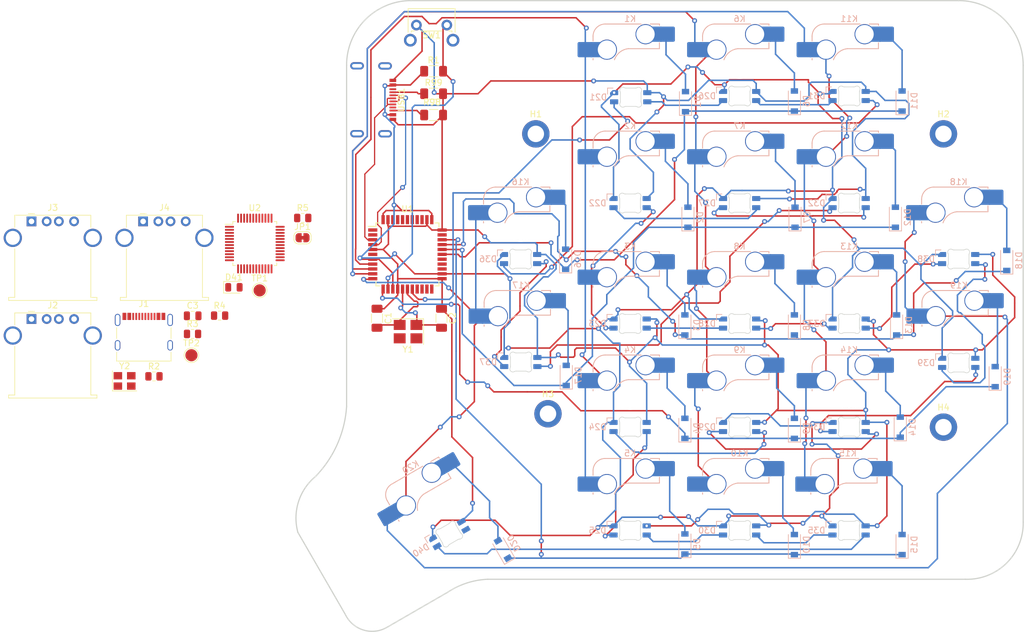
<source format=kicad_pcb>
(kicad_pcb (version 20211014) (generator pcbnew)
  (layers (0 "F.Cu" signal) (31 "B.Cu" signal) (34 "B.Paste" user) (35 "F.Paste" user) (36 "B.SilkS" user "B.Silkscreen") (37 "F.SilkS" user "F.Silkscreen") (38 "B.Mask" user) (39 "F.Mask" user) (44 "Edge.Cuts" user))
  (net 0 "")
  (net 1 "GND")
  (net 2 "Net-(C1-Pad2)")
  (net 3 "Net-(C2-Pad2)")
  (net 4 "row1")
  (net 5 "Net-(D1-Pad2)")
  (net 6 "row2")
  (net 7 "Net-(D2-Pad2)")
  (net 8 "row3")
  (net 9 "Net-(D3-Pad2)")
  (net 10 "row4")
  (net 11 "Net-(D4-Pad2)")
  (net 12 "row5")
  (net 13 "Net-(D5-Pad2)")
  (net 14 "Net-(D6-Pad2)")
  (net 15 "Net-(D7-Pad2)")
  (net 16 "Net-(D8-Pad2)")
  (net 17 "Net-(D9-Pad2)")
  (net 18 "Net-(D10-Pad2)")
  (net 19 "Net-(D11-Pad2)")
  (net 20 "Net-(D12-Pad2)")
  (net 21 "Net-(D13-Pad2)")
  (net 22 "Net-(D14-Pad2)")
  (net 23 "Net-(D15-Pad2)")
  (net 24 "Net-(D16-Pad2)")
  (net 25 "Net-(D17-Pad2)")
  (net 26 "Net-(D18-Pad2)")
  (net 27 "Net-(D19-Pad2)")
  (net 28 "Net-(D20-Pad2)")
  (net 29 "Net-(D21-Pad1)")
  (net 30 "LED")
  (net 31 "VBUS")
  (net 32 "Net-(D22-Pad1)")
  (net 33 "Net-(D22-Pad3)")
  (net 34 "Net-(D23-Pad1)")
  (net 35 "Net-(D24-Pad1)")
  (net 36 "Net-(D24-Pad3)")
  (net 37 "Net-(D25-Pad1)")
  (net 38 "Net-(D26-Pad1)")
  (net 39 "Net-(D27-Pad3)")
  (net 40 "Net-(D28-Pad1)")
  (net 41 "Net-(D29-Pad3)")
  (net 42 "Net-(D30-Pad1)")
  (net 43 "Net-(D31-Pad1)")
  (net 44 "Net-(D32-Pad3)")
  (net 45 "Net-(D33-Pad1)")
  (net 46 "Net-(D34-Pad3)")
  (net 47 "Net-(D35-Pad1)")
  (net 48 "Net-(D36-Pad1)")
  (net 49 "Net-(D38-Pad1)")
  (net 51 "col1")
  (net 52 "col2")
  (net 53 "col3")
  (net 54 "col4")
  (net 55 "reset")
  (net 58 "DA+")
  (net 59 "DA-")
  (net 60 "UCAP")
  (net 75 "AREF")
  (net 76 "Net-(R98-Pad1)")
  (net 77 "Net-(R99-Pad1)")
  (net 84 "/USB in/1.8")
  (net 85 "Net-(D41-Pad1)")
  (net 86 "/USB in/DRV")
  (net 87 "Net-(J1-PadA5)")
  (net 88 "/USB in/MD+")
  (net 89 "/USB in/MD-")
  (net 91 "Net-(J1-PadB5)")
  (net 93 "+5VP")
  (net 94 "/USB in/1D-")
  (net 95 "/USB in/1D+")
  (net 96 "/USB in/2D-")
  (net 97 "/USB in/2D+")
  (net 98 "/USB in/3D-")
  (net 99 "/USB in/3D+")
  (net 100 "Net-(R4-Pad1)")
  (net 103 "Net-(U2-Pad11)")
  (net 104 "Net-(U2-Pad12)")
  (net 105 "+3V3")
  (net 106 "/USB in/4D-")
  (net 107 "/USB in/4D+")
  (footprint "Capacitor_SMD:C_1206_3216Metric_Pad1.33x1.80mm_HandSolder" (layer "F.Cu") (at 166.9 76.9 -90)
    (fp_text reference "C1")
    (fp_text value "22pF")
  )
  (footprint "Resistor_SMD:R_0805_2012Metric" (layer "F.Cu") (at 154.69 60.42)
    (fp_text reference "R5")
    (fp_text value "560")
  )
  (footprint "Jumper:SolderJumper-2_P1.3mm_Bridged_RoundedPad1.0x1.5mm" (layer "F.Cu") (at 154.66 63.67)
    (fp_text reference "JP1")
    (fp_text value "USB_LED")
  )
  (footprint "Resistor_SMD:R_0805_2012Metric" (layer "F.Cu") (at 141.03 76.47)
    (fp_text reference "R4")
    (fp_text value "2.7k")
  )
  (footprint "Capacitor_SMD:C_0805_2012Metric" (layer "F.Cu") (at 136.6 76.5)
    (fp_text reference "C3")
    (fp_text value "10u")
  )
  (footprint "MountingHole:MountingHole_2.7mm_M2.5_ISO7380_Pad" (layer "F.Cu") (at 193 46.6)
    (fp_text reference "H1")
    (fp_text value "MountingHole_Pad")
  )
  (footprint "Crystal:Crystal_SMD_3225-4Pin_3.2x2.5mm" (layer "F.Cu") (at 125.41 87.2)
    (fp_text reference "Y2")
    (fp_text value "12MHz")
  )
  (footprint "Connector_USB:USB_A_Stewart_SS-52100-001_Horizontal" (layer "F.Cu") (at 128.46 60.98)
    (fp_text reference "J4")
    (fp_text value "Bottom Camera")
  )
  (footprint "Resistor_SMD:R_0805_2012Metric" (layer "F.Cu") (at 136.58 79.48)
    (fp_text reference "R3")
    (fp_text value "5.1k")
  )
  (footprint "Resistor_SMD:R_1206_3216Metric_Pad1.30x1.75mm_HandSolder" (layer "F.Cu") (at 176.2 43.5)
    (fp_text reference "R98")
    (fp_text value "5.1k")
  )
  (footprint "MountingHole:MountingHole_2.7mm_M2.5_ISO7380_Pad" (layer "F.Cu") (at 195 92.6)
    (fp_text reference "H3")
    (fp_text value "MountingHole_Pad")
  )
  (footprint "MountingHole:MountingHole_2.7mm_M2.5_ISO7380_Pad" (layer "F.Cu") (at 260 46.6)
    (fp_text reference "H2")
    (fp_text value "MountingHole_Pad")
  )
  (footprint "Oscillator:Oscillator_SMD_Abracon_ASE-4Pin_3.2x2.5mm_HandSoldering" (layer "F.Cu") (at 172 79.1 180)
    (fp_text reference "Y1")
    (fp_text value "16MHz")
  )
  (footprint "Connector_USB:USB_A_Stewart_SS-52100-001_Horizontal" (layer "F.Cu") (at 110.11 77.03)
    (fp_text reference "J2")
    (fp_text value "AUX USB")
  )
  (footprint "Resistor_SMD:R_1206_3216Metric_Pad1.30x1.75mm_HandSolder" (layer "F.Cu") (at 176.2 36.3)
    (fp_text reference "R1")
    (fp_text value "10k")
  )
  (footprint "LED_SMD:LED_0805_2012Metric" (layer "F.Cu") (at 143.38 71.815)
    (fp_text reference "D41")
    (fp_text value "Yellow")
  )
  (footprint "marbastlib-mx:STAB_MX_2u_no_cut" (layer "F.Cu") (at 176.2 108 30)
    (fp_text reference "REF**" hide)
    (fp_text value "STAB_MX_2u_no_cut")
  )
  (footprint "marbastlib-various:USB_C_Receptacle_HRO_TYPE-C-31-M-14" (layer "F.Cu") (at 168.3025 41.01 -90)
    (fp_text reference "USB1")
    (fp_text value "HRO-TYPE-C-31-M-12")
  )
  (footprint "Resistor_SMD:R_1206_3216Metric_Pad1.30x1.75mm_HandSolder" (layer "F.Cu") (at 176.2 40)
    (fp_text reference "R99")
    (fp_text value "5.1k")
  )
  (footprint "Connector_USB:USB_A_Stewart_SS-52100-001_Horizontal" (layer "F.Cu") (at 110.11 60.98)
    (fp_text reference "J3")
    (fp_text value "Top Camera")
  )
  (footprint "MountingHole:MountingHole_2.7mm_M2.5_ISO7380_Pad" (layer "F.Cu") (at 260 94.8)
    (fp_text reference "H4")
    (fp_text value "MountingHole_Pad")
  )
  (footprint "Connector_USB:USB_C_Receptacle_Palconn_UTC16-G" (layer "F.Cu") (at 128.58 79.11)
    (fp_text reference "J1")
    (fp_text value "Host")
  )
  (footprint "Capacitor_SMD:C_1206_3216Metric_Pad1.33x1.80mm_HandSolder" (layer "F.Cu") (at 177.5 76.9 -90)
    (fp_text reference "C2")
    (fp_text value "22pF")
  )
  (footprint "keebs:SW_Tactile_SPST_Angled_MJTP1117" (layer "F.Cu") (at 173.375 28.7125)
    (fp_text reference "SW1")
    (fp_text value "SW_Push")
  )
  (footprint "Package_QFP:LQFP-48_7x7mm_P0.5mm" (layer "F.Cu") (at 146.81 64.62)
    (fp_text reference "U2")
    (fp_text value "FE1.1")
  )
  (footprint "Package_QFP:TQFP-44_10x10mm_P0.8mm" (layer "F.Cu") (at 171.9 66.4)
    (fp_text reference "U1")
    (fp_text value "ATmega32U4-A")
  )
  (footprint "TestPoint:TestPoint_Pad_D2.0mm" (layer "F.Cu") (at 136.4 82.98)
    (fp_text reference "TP2")
    (fp_text value "MD+_TestPoint")
  )
  (footprint "Resistor_SMD:R_0805_2012Metric" (layer "F.Cu") (at 130.24 86.45)
    (fp_text reference "R2")
    (fp_text value "5.1k")
  )
  (footprint "TestPoint:TestPoint_Pad_D2.0mm" (layer "F.Cu") (at 147.61 72.32)
    (fp_text reference "TP1")
    (fp_text value "MD-_TestPoint")
  )
  (footprint "marbastlib-mx:LED_MX_6028R-FLIPPED" (layer "B.Cu") (at 208.595332 40.575332 180)
    (fp_text reference "D21")
    (fp_text value "SK6812MINI" hide)
    (fp_line (start 0.794452 1.499999) (end -0.794452 1.499999) (layer "Edge.Cuts") (width 0.1))
    (fp_line (start 1.699999 -0.702843) (end 1.699999 0.702841) (layer "Edge.Cuts") (width 0.1))
    (fp_line (start -1.699999 0.702841) (end -1.699999 -0.702843) (layer "Edge.Cuts") (width 0.1))
    (fp_line (start -0.794452 -1.5) (end 0.794453 -1.5) (layer "Edge.Cuts") (width 0.1))
    (fp_arc (start 1.046711 -1.568299) (mid 0.925123 -1.517377) (end 0.794453 -1.5) (layer "Edge.Cuts") (width 0.1))
    (fp_arc (start -1.749484 -0.919721) (mid -1.638071 -1.504036) (end -1.046711 -1.5683) (layer "Edge.Cuts") (width 0.1))
    (fp_arc (start 1.699999 -0.702844) (mid 1.712526 -0.81407) (end 1.749484 -0.919721) (layer "Edge.Cuts") (width 0.1))
    (fp_arc (start -1.04671 1.568298) (mid -0.925122 1.517376) (end -0.794452 1.499999) (layer "Edge.Cuts") (width 0.1))
    (fp_arc (start -0.794453 -1.500001) (mid -0.925123 -1.517378) (end -1.046711 -1.5683) (layer "Edge.Cuts") (width 0.1))
    (fp_arc (start -1.046711 1.568296) (mid -1.63807 1.504033) (end -1.749484 0.919719) (layer "Edge.Cuts") (width 0.1))
    (fp_arc (start -1.699999 0.702842) (mid -1.712527 0.814067) (end -1.749484 0.919719) (layer "Edge.Cuts") (width 0.1))
    (fp_arc (start 1.749484 0.919719) (mid 1.712511 0.81407) (end 1.699999 0.702841) (layer "Edge.Cuts") (width 0.1))
    (fp_arc (start 1.749484 0.919718) (mid 1.638073 1.504037) (end 1.046711 1.568298) (layer "Edge.Cuts") (width 0.1))
    (fp_arc (start -1.749484 -0.919721) (mid -1.712527 -0.814069) (end -1.699999 -0.702843) (layer "Edge.Cuts") (width 0.1))
    (fp_arc (start 0.794452 1.499999) (mid 0.925123 1.517376) (end 1.046711 1.568298) (layer "Edge.Cuts") (width 0.1))
    (fp_arc (start 1.046711 -1.568299) (mid 1.638071 -1.504036) (end 1.749484 -0.919721) (layer "Edge.Cuts") (width 0.1))
  )
  (footprint "marbastlib-mx:LED_MX_6028R-FLIPPED" (layer "B.Cu") (at 190.495332 67.175332 180)
    (fp_text reference "D36")
    (fp_text value "SK6812MINI" hide)
    (fp_line (start 0.794452 1.499999) (end -0.794452 1.499999) (layer "Edge.Cuts") (width 0.1))
    (fp_line (start 1.699999 -0.702843) (end 1.699999 0.702841) (layer "Edge.Cuts") (width 0.1))
    (fp_line (start -1.699999 0.702841) (end -1.699999 -0.702843) (layer "Edge.Cuts") (width 0.1))
    (fp_line (start -0.794452 -1.5) (end 0.794453 -1.5) (layer "Edge.Cuts") (width 0.1))
    (fp_arc (start -1.749484 -0.919721) (mid -1.712527 -0.814069) (end -1.699999 -0.702843) (layer "Edge.Cuts") (width 0.1))
    (fp_arc (start -1.699999 0.702842) (mid -1.712527 0.814067) (end -1.749484 0.919719) (layer "Edge.Cuts") (width 0.1))
    (fp_arc (start -1.046711 1.568296) (mid -1.63807 1.504033) (end -1.749484 0.919719) (layer "Edge.Cuts") (width 0.1))
    (fp_arc (start -0.794453 -1.500001) (mid -0.925123 -1.517378) (end -1.046711 -1.5683) (layer "Edge.Cuts") (width 0.1))
    (fp_arc (start -1.04671 1.568298) (mid -0.925122 1.517376) (end -0.794452 1.499999) (layer "Edge.Cuts") (width 0.1))
    (fp_arc (start -1.749484 -0.919721) (mid -1.638071 -1.504036) (end -1.046711 -1.5683) (layer "Edge.Cuts") (width 0.1))
    (fp_arc (start 1.046711 -1.568299) (mid 1.638071 -1.504036) (end 1.749484 -0.919721) (layer "Edge.Cuts") (width 0.1))
    (fp_arc (start 0.794452 1.499999) (mid 0.925123 1.517376) (end 1.046711 1.568298) (layer "Edge.Cuts") (width 0.1))
    (fp_arc (start 1.699999 -0.702844) (mid 1.71251 -0.814073) (end 1.749484 -0.919721) (layer "Edge.Cuts") (width 0.1))
    (fp_arc (start 1.749484 0.919719) (mid 1.712518 0.814069) (end 1.699999 0.702841) (layer "Edge.Cuts") (width 0.1))
    (fp_arc (start 1.046711 -1.568299) (mid 0.925123 -1.517377) (end 0.794453 -1.5) (layer "Edge.Cuts") (width 0.1))
    (fp_arc (start 1.749484 0.919718) (mid 1.638073 1.504037) (end 1.046711 1.568298) (layer "Edge.Cuts") (width 0.1))
  )
  (footprint "Diode_SMD:D_SOD-123" (layer "B.Cu") (at 252.1 60.3 90)
    (fp_text reference "D12")
    (fp_text value "1N4148")
  )
  (footprint "marbastlib-mx:SW_MX_HS_1u" (layer "B.Cu") (at 208.495332 72.695332 180)
    (fp_text reference "K3")
    (fp_text value "Kailh Hotswap Socket" hide)
  )
  (footprint "marbastlib-mx:SW_MX_HS_1u" (layer "B.Cu") (at 208.495332 52.895332 180)
    (fp_text reference "K2")
    (fp_text value "Kailh Hotswap Socket" hide)
  )
  (footprint "marbastlib-mx:SW_MX_HS_1u" (layer "B.Cu") (at 244.280332 106.695332 180)
    (fp_text reference "K15")
    (fp_text value "Kailh Hotswap Socket" hide)
  )
  (footprint "marbastlib-mx:SW_MX_HS_1u" (layer "B.Cu") (at 262.495332 62.095332 180)
    (fp_text reference "K18")
    (fp_text value "Kailh Hotswap Socket" hide)
  )
  (footprint "Diode_SMD:D_SOD-123" (layer "B.Cu") (at 198 86.3 90)
    (fp_text reference "D17")
    (fp_text value "1N4148")
  )
  (footprint "marbastlib-mx:LED_MX_6028R-FLIPPED" (layer "B.Cu") (at 226.495332 40.375332 180)
    (fp_text reference "D26")
    (fp_text value "SK6812MINI" hide)
    (fp_line (start -0.794452 -1.5) (end 0.794453 -1.5) (layer "Edge.Cuts") (width 0.1))
    (fp_line (start -1.699999 0.702841) (end -1.699999 -0.702843) (layer "Edge.Cuts") (width 0.1))
    (fp_line (start 1.699999 -0.702843) (end 1.699999 0.702841) (layer "Edge.Cuts") (width 0.1))
    (fp_line (start 0.794452 1.499999) (end -0.794452 1.499999) (layer "Edge.Cuts") (width 0.1))
    (fp_arc (start 1.046711 -1.568299) (mid 0.925123 -1.517377) (end 0.794453 -1.5) (layer "Edge.Cuts") (width 0.1))
    (fp_arc (start 1.046711 -1.568299) (mid 1.638071 -1.504036) (end 1.749484 -0.919721) (layer "Edge.Cuts") (width 0.1))
    (fp_arc (start 1.749484 0.919718) (mid 1.638073 1.504037) (end 1.046711 1.568298) (layer "Edge.Cuts") (width 0.1))
    (fp_arc (start 1.699999 -0.702844) (mid 1.71251 -0.814073) (end 1.749484 -0.919721) (layer "Edge.Cuts") (width 0.1))
    (fp_arc (start 0.794452 1.499999) (mid 0.925123 1.517376) (end 1.046711 1.568298) (layer "Edge.Cuts") (width 0.1))
    (fp_arc (start 1.749484 0.919719) (mid 1.712518 0.814069) (end 1.699999 0.702841) (layer "Edge.Cuts") (width 0.1))
    (fp_arc (start -0.794453 -1.500001) (mid -0.925123 -1.517378) (end -1.046711 -1.5683) (layer "Edge.Cuts") (width 0.1))
    (fp_arc (start -1.699999 0.702842) (mid -1.712527 0.814067) (end -1.749484 0.919719) (layer "Edge.Cuts") (width 0.1))
    (fp_arc (start -1.749484 -0.919721) (mid -1.712527 -0.814069) (end -1.699999 -0.702843) (layer "Edge.Cuts") (width 0.1))
    (fp_arc (start -1.04671 1.568298) (mid -0.925122 1.517376) (end -0.794452 1.499999) (layer "Edge.Cuts") (width 0.1))
    (fp_arc (start -1.749484 -0.919721) (mid -1.638071 -1.504036) (end -1.046711 -1.5683) (layer "Edge.Cuts") (width 0.1))
    (fp_arc (start -1.046711 1.568296) (mid -1.63807 1.504033) (end -1.749484 0.919719) (layer "Edge.Cuts") (width 0.1))
  )
  (footprint "marbastlib-mx:SW_MX_HS_1u" (layer "B.Cu") (at 176.23038 107.966772 -150)
    (fp_text reference "K20")
    (fp_text value "Kailh Hotswap Socket" hide)
  )
  (footprint "Diode_SMD:D_SOD-123" (layer "B.Cu") (at 235.5 41.2 90)
    (fp_text reference "D6")
    (fp_text value "1N4148")
  )
  (footprint "marbastlib-mx:SW_MX_HS_1u" (layer "B.Cu") (at 208.495332 106.695332 180)
    (fp_text reference "K5")
    (fp_text value "Kailh Hotswap Socket" hide)
  )
  (footprint "marbastlib-mx:LED_MX_6028R-FLIPPED" (layer "B.Cu") (at 244.495332 40.375332 180)
    (fp_text reference "D31")
    (fp_text value "SK6812MINI" hide)
    (fp_line (start 0.794452 1.499999) (end -0.794452 1.499999) (layer "Edge.Cuts") (width 0.1))
    (fp_line (start -0.794452 -1.5) (end 0.794453 -1.5) (layer "Edge.Cuts") (width 0.1))
    (fp_line (start -1.699999 0.702841) (end -1.699999 -0.702843) (layer "Edge.Cuts") (width 0.1))
    (fp_line (start 1.699999 -0.702843) (end 1.699999 0.702841) (layer "Edge.Cuts") (width 0.1))
    (fp_arc (start 1.046711 -1.568299) (mid 1.638071 -1.504036) (end 1.749484 -0.919721) (layer "Edge.Cuts") (width 0.1))
    (fp_arc (start 1.046711 -1.568299) (mid 0.925123 -1.517377) (end 0.794453 -1.5) (layer "Edge.Cuts") (width 0.1))
    (fp_arc (start 1.749484 0.919718) (mid 1.638073 1.504037) (end 1.046711 1.568298) (layer "Edge.Cuts") (width 0.1))
    (fp_arc (start -0.794453 -1.500001) (mid -0.925123 -1.517378) (end -1.046711 -1.5683) (layer "Edge.Cuts") (width 0.1))
    (fp_arc (start 1.749484 0.919719) (mid 1.712518 0.814069) (end 1.699999 0.702841) (layer "Edge.Cuts") (width 0.1))
    (fp_arc (start -1.749484 -0.919721) (mid -1.712527 -0.814069) (end -1.699999 -0.702843) (layer "Edge.Cuts") (width 0.1))
    (fp_arc (start 1.699999 -0.702844) (mid 1.71251 -0.814073) (end 1.749484 -0.919721) (layer "Edge.Cuts") (width 0.1))
    (fp_arc (start -1.04671 1.568298) (mid -0.925122 1.517376) (end -0.794452 1.499999) (layer "Edge.Cuts") (width 0.1))
    (fp_arc (start -1.749484 -0.919721) (mid -1.638071 -1.504036) (end -1.046711 -1.5683) (layer "Edge.Cuts") (width 0.1))
    (fp_arc (start 0.794452 1.499999) (mid 0.925123 1.517376) (end 1.046711 1.568298) (layer "Edge.Cuts") (width 0.1))
    (fp_arc (start -1.699999 0.702842) (mid -1.712527 0.814067) (end -1.749484 0.919719) (layer "Edge.Cuts") (width 0.1))
    (fp_arc (start -1.046711 1.568296) (mid -1.63807 1.504033) (end -1.749484 0.919719) (layer "Edge.Cuts") (width 0.1))
  )
  (footprint "marbastlib-mx:SW_MX_HS_1u" (layer "B.Cu") (at 226.495332 72.695332 180)
    (fp_text reference "K8")
    (fp_text value "Kailh Hotswap Socket" hide)
  )
  (footprint "marbastlib-mx:SW_MX_HS_1u" (layer "B.Cu") (at 226.495332 89.695332 180)
    (fp_text reference "K9")
    (fp_text value "Kailh Hotswap Socket" hide)
  )
  (footprint "marbastlib-mx:LED_MX_6028R-FLIPPED" (layer "B.Cu") (at 244.495332 57.975332 180)
    (fp_text reference "D32")
    (fp_text value "SK6812MINI" hide)
    (fp_line (start -1.699999 0.702841) (end -1.699999 -0.702843) (layer "Edge.Cuts") (width 0.1))
    (fp_line (start -0.794452 -1.5) (end 0.794453 -1.5) (layer "Edge.Cuts") (width 0.1))
    (fp_line (start 0.794452 1.499999) (end -0.794452 1.499999) (layer "Edge.Cuts") (width 0.1))
    (fp_line (start 1.699999 -0.702843) (end 1.699999 0.702841) (layer "Edge.Cuts") (width 0.1))
    (fp_arc (start -1.046711 1.568296) (mid -1.63807 1.504033) (end -1.749484 0.919719) (layer "Edge.Cuts") (width 0.1))
    (fp_arc (start 1.749484 0.919719) (mid 1.712518 0.814069) (end 1.699999 0.702841) (layer "Edge.Cuts") (width 0.1))
    (fp_arc (start -1.699999 0.702842) (mid -1.712527 0.814067) (end -1.749484 0.919719) (layer "Edge.Cuts") (width 0.1))
    (fp_arc (start -1.04671 1.568298) (mid -0.925122 1.517376) (end -0.794452 1.499999) (layer "Edge.Cuts") (width 0.1))
    (fp_arc (start 1.699999 -0.702844) (mid 1.71251 -0.814073) (end 1.749484 -0.919721) (layer "Edge.Cuts") (width 0.1))
    (fp_arc (start 1.046711 -1.568299) (mid 1.638071 -1.504036) (end 1.749484 -0.919721) (layer "Edge.Cuts") (width 0.1))
    (fp_arc (start -1.749484 -0.919721) (mid -1.712527 -0.814069) (end -1.699999 -0.702843) (layer "Edge.Cuts") (width 0.1))
    (fp_arc (start 0.794452 1.499999) (mid 0.925123 1.517376) (end 1.046711 1.568298) (layer "Edge.Cuts") (width 0.1))
    (fp_arc (start -0.794453 -1.500001) (mid -0.925123 -1.517378) (end -1.046711 -1.5683) (layer "Edge.Cuts") (width 0.1))
    (fp_arc (start 1.749484 0.919718) (mid 1.638073 1.504037) (end 1.046711 1.568298) (layer "Edge.Cuts") (width 0.1))
    (fp_arc (start 1.046711 -1.568299) (mid 0.925123 -1.517377) (end 0.794453 -1.5) (layer "Edge.Cuts") (width 0.1))
    (fp_arc (start -1.749484 -0.919721) (mid -1.638071 -1.504036) (end -1.046711 -1.5683) (layer "Edge.Cuts") (width 0.1))
  )
  (footprint "marbastlib-mx:SW_MX_HS_1u" (layer "B.Cu") (at 190.495332 62.095332 180)
    (fp_text reference "K16")
    (fp_text value "Kailh Hotswap Socket" hide)
  )
  (footprint "Diode_SMD:D_SOD-123" (layer "B.Cu") (at 235.5 95 90)
    (fp_text reference "D9")
    (fp_text value "1N4148")
  )
  (footprint "marbastlib-mx:SW_MX_HS_1u" (layer "B.Cu") (at 190.590332 79.095332 180)
    (fp_text reference "K17")
    (fp_text value "Kailh Hotswap Socket" hide)
  )
  (footprint "marbastlib-mx:LED_MX_6028R-FLIPPED" (layer "B.Cu") (at 226.495332 111.775332 180)
    (fp_text reference "D30")
    (fp_text value "SK6812MINI" hide)
    (fp_line (start 0.794452 1.499999) (end -0.794452 1.499999) (layer "Edge.Cuts") (width 0.1))
    (fp_line (start -0.794452 -1.5) (end 0.794453 -1.5) (layer "Edge.Cuts") (width 0.1))
    (fp_line (start -1.699999 0.702841) (end -1.699999 -0.702843) (layer "Edge.Cuts") (width 0.1))
    (fp_line (start 1.699999 -0.702843) (end 1.699999 0.702841) (layer "Edge.Cuts") (width 0.1))
    (fp_arc (start -1.749484 -0.919721) (mid -1.638071 -1.504036) (end -1.046711 -1.5683) (layer "Edge.Cuts") (width 0.1))
    (fp_arc (start -1.699999 0.702842) (mid -1.712527 0.814067) (end -1.749484 0.919719) (layer "Edge.Cuts") (width 0.1))
    (fp_arc (start 0.794452 1.499999) (mid 0.925123 1.517376) (end 1.046711 1.568298) (layer "Edge.Cuts") (width 0.1))
    (fp_arc (start 1.699999 -0.702844) (mid 1.71251 -0.814073) (end 1.749484 -0.919721) (layer "Edge.Cuts") (width 0.1))
    (fp_arc (start 1.749484 0.919719) (mid 1.712518 0.814069) (end 1.699999 0.702841) (layer "Edge.Cuts") (width 0.1))
    (fp_arc (start -1.749484 -0.919721) (mid -1.712527 -0.814069) (end -1.699999 -0.702843) (layer "Edge.Cuts") (width 0.1))
    (fp_arc (start -1.046711 1.568296) (mid -1.63807 1.504033) (end -1.749484 0.919719) (layer "Edge.Cuts") (width 0.1))
    (fp_arc (start -1.04671 1.568298) (mid -0.925122 1.517376) (end -0.794452 1.499999) (layer "Edge.Cuts") (width 0.1))
    (fp_arc (start 1.749484 0.919718) (mid 1.638073 1.504037) (end 1.046711 1.568298) (layer "Edge.Cuts") (width 0.1))
    (fp_arc (start -0.794453 -1.500001) (mid -0.925123 -1.517378) (end -1.046711 -1.5683) (layer "Edge.Cuts") (width 0.1))
    (fp_arc (start 1.046711 -1.568299) (mid 1.638071 -1.504036) (end 1.749484 -0.919721) (layer "Edge.Cuts") (width 0.1))
    (fp_arc (start 1.046711 -1.568299) (mid 0.925123 -1.517377) (end 0.794453 -1.5) (layer "Edge.Cuts") (width 0.1))
  )
  (footprint "marbastlib-mx:SW_MX_HS_1u" (layer "B.Cu") (at 244.495332 52.895332 180)
    (fp_text reference "K12")
    (fp_text value "Kailh Hotswap Socket" hide)
  )
  (footprint "marbastlib-mx:SW_MX_HS_1u" (layer "B.Cu") (at 208.495332 35.295332 180)
    (fp_text reference "K1")
    (fp_text value "Kailh Hotswap Socket" hide)
  )
  (footprint "marbastlib-mx:LED_MX_6028R-FLIPPED" (layer "B.Cu") (at 244.495332 77.775332 180)
    (fp_text reference "D33")
    (fp_text value "SK6812MINI" hide)
    (fp_line (start -0.794452 -1.5) (end 0.794453 -1.5) (layer "Edge.Cuts") (width 0.1))
    (fp_line (start -1.699999 0.702841) (end -1.699999 -0.702843) (layer "Edge.Cuts") (width 0.1))
    (fp_line (start 0.794452 1.499999) (end -0.794452 1.499999) (layer "Edge.Cuts") (width 0.1))
    (fp_line (start 1.699999 -0.702843) (end 1.699999 0.702841) (layer "Edge.Cuts") (width 0.1))
    (fp_arc (start 1.749484 0.919719) (mid 1.712518 0.814069) (end 1.699999 0.702841) (layer "Edge.Cuts") (width 0.1))
    (fp_arc (start -1.749484 -0.919721) (mid -1.712527 -0.814069) (end -1.699999 -0.702843) (layer "Edge.Cuts") (width 0.1))
    (fp_arc (start -1.046711 1.568296) (mid -1.63807 1.504033) (end -1.749484 0.919719) (layer "Edge.Cuts") (width 0.1))
    (fp_arc (start -1.04671 1.568298) (mid -0.925122 1.517376) (end -0.794452 1.499999) (layer "Edge.Cuts") (width 0.1))
    (fp_arc (start -0.794453 -1.500001) (mid -0.925123 -1.517378) (end -1.046711 -1.5683) (layer "Edge.Cuts") (width 0.1))
    (fp_arc (start 1.046711 -1.568299) (mid 0.925123 -1.517377) (end 0.794453 -1.5) (layer "Edge.Cuts") (width 0.1))
    (fp_arc (start 1.749484 0.919718) (mid 1.638073 1.504037) (end 1.046711 1.568298) (layer "Edge.Cuts") (width 0.1))
    (fp_arc (start 1.046711 -1.568299) (mid 1.638071 -1.504036) (end 1.749484 -0.919721) (layer "Edge.Cuts") (width 0.1))
    (fp_arc (start 1.699999 -0.702844) (mid 1.71251 -0.814073) (end 1.749484 -0.919721) (layer "Edge.Cuts") (width 0.1))
    (fp_arc (start -1.749484 -0.919721) (mid -1.638071 -1.504036) (end -1.046711 -1.5683) (layer "Edge.Cuts") (width 0.1))
    (fp_arc (start 0.794452 1.499999) (mid 0.925123 1.517376) (end 1.046711 1.568298) (layer "Edge.Cuts") (width 0.1))
    (fp_arc (start -1.699999 0.702842) (mid -1.712527 0.814067) (end -1.749484 0.919719) (layer "Edge.Cuts") (width 0.1))
  )
  (footprint "marbastlib-mx:LED_MX_6028R-FLIPPED" (layer "B.Cu") (at 190.530332 84.095332 180)
    (fp_text reference "D37")
    (fp_text value "SK6812MINI" hide)
    (fp_line (start 1.699999 -0.702843) (end 1.699999 0.702841) (layer "Edge.Cuts") (width 0.1))
    (fp_line (start -1.699999 0.702841) (end -1.699999 -0.702843) (layer "Edge.Cuts") (width 0.1))
    (fp_line (start 0.794452 1.499999) (end -0.794452 1.499999) (layer "Edge.Cuts") (width 0.1))
    (fp_line (start -0.794452 -1.5) (end 0.794453 -1.5) (layer "Edge.Cuts") (width 0.1))
    (fp_arc (start 1.046711 -1.568299) (mid 0.925123 -1.517377) (end 0.794453 -1.5) (layer "Edge.Cuts") (width 0.1))
    (fp_arc (start -0.794453 -1.500001) (mid -0.925123 -1.517378) (end -1.046711 -1.5683) (layer "Edge.Cuts") (width 0.1))
    (fp_arc (start 1.749484 0.919719) (mid 1.712518 0.814069) (end 1.699999 0.702841) (layer "Edge.Cuts") (width 0.1))
    (fp_arc (start -1.04671 1.568298) (mid -0.925122 1.517376) (end -0.794452 1.499999) (layer "Edge.Cuts") (width 0.1))
    (fp_arc (start 1.699999 -0.702844) (mid 1.71251 -0.814073) (end 1.749484 -0.919721) (layer "Edge.Cuts") (width 0.1))
    (fp_arc (start 1.046711 -1.568299) (mid 1.638071 -1.504036) (end 1.749484 -0.919721) (layer "Edge.Cuts") (width 0.1))
    (fp_arc (start -1.046711 1.568296) (mid -1.63807 1.504033) (end -1.749484 0.919719) (layer "Edge.Cuts") (width 0.1))
    (fp_arc (start -1.699999 0.702842) (mid -1.712527 0.814067) (end -1.749484 0.919719) (layer "Edge.Cuts") (width 0.1))
    (fp_arc (start -1.749484 -0.919721) (mid -1.638071 -1.504036) (end -1.046711 -1.5683) (layer "Edge.Cuts") (width 0.1))
    (fp_arc (start 0.794452 1.499999) (mid 0.925123 1.517376) (end 1.046711 1.568298) (layer "Edge.Cuts") (width 0.1))
    (fp_arc (start 1.749484 0.919718) (mid 1.638073 1.504037) (end 1.046711 1.568298) (layer "Edge.Cuts") (width 0.1))
    (fp_arc (start -1.749484 -0.919721) (mid -1.712527 -0.814069) (end -1.699999 -0.702843) (layer "Edge.Cuts") (width 0.1))
  )
  (footprint "marbastlib-mx:SW_MX_HS_1u" (layer "B.Cu") (at 208.495332 89.695332 180)
    (fp_text reference "K4")
    (fp_text value "Kailh Hotswap Socket" hide)
  )
  (footprint "Diode_SMD:D_SOD-123" (layer "B.Cu") (at 235.5 78 90)
    (fp_text reference "D8")
    (fp_text value "1N4148")
  )
  (footprint "Diode_SMD:D_SOD-123" (layer "B.Cu") (at 253.2 114.1 90)
    (fp_text reference "D15")
    (fp_text value "1N4148")
  )
  (footprint "Diode_SMD:D_SOD-123" (layer "B.Cu") (at 218 60.3 90)
    (fp_text reference "D2")
    (fp_text value "1N4148")
  )
  (footprint "Diode_SMD:D_SOD-123" (layer "B.Cu") (at 253.2 41.2 90)
    (fp_text reference "D11")
    (fp_text value "1N4148")
  )
  (footprint "marbastlib-mx:LED_MX_6028R-FLIPPED" (layer "B.Cu") (at 208.495332 111.775332 180)
    (fp_text reference "D25")
    (fp_text value "SK6812MINI" hide)
    (fp_line (start -0.794452 -1.5) (end 0.794453 -1.5) (layer "Edge.Cuts") (width 0.1))
    (fp_line (start 1.699999 -0.702843) (end 1.699999 0.702841) (layer "Edge.Cuts") (width 0.1))
    (fp_line (start 0.794452 1.499999) (end -0.794452 1.499999) (layer "Edge.Cuts") (width 0.1))
    (fp_line (start -1.699999 0.702841) (end -1.699999 -0.702843) (layer "Edge.Cuts") (width 0.1))
    (fp_arc (start -1.749484 -0.919721) (mid -1.712527 -0.814069) (end -1.699999 -0.702843) (layer "Edge.Cuts") (width 0.1))
    (fp_arc (start 0.794452 1.499999) (mid 0.925123 1.517376) (end 1.046711 1.568298) (layer "Edge.Cuts") (width 0.1))
    (fp_arc (start 1.699999 -0.702844) (mid 1.71251 -0.814073) (end 1.749484 -0.919721) (layer "Edge.Cuts") (width 0.1))
    (fp_arc (start -1.749484 -0.919721) (mid -1.638071 -1.504036) (end -1.046711 -1.5683) (layer "Edge.Cuts") (width 0.1))
    (fp_arc (start -1.046711 1.568296) (mid -1.63807 1.504033) (end -1.749484 0.919719) (layer "Edge.Cuts") (width 0.1))
    (fp_arc (start 1.046711 -1.568299) (mid 1.638071 -1.504036) (end 1.749484 -0.919721) (layer "Edge.Cuts") (width 0.1))
    (fp_arc (start 1.046711 -1.568299) (mid 0.925123 -1.517377) (end 0.794453 -1.5) (layer "Edge.Cuts") (width 0.1))
    (fp_arc (start -1.699999 0.702842) (mid -1.712527 0.814067) (end -1.749484 0.919719) (layer "Edge.Cuts") (width 0.1))
    (fp_arc (start 1.749484 0.919718) (mid 1.638073 1.504037) (end 1.046711 1.568298) (layer "Edge.Cuts") (width 0.1))
    (fp_arc (start -1.04671 1.568298) (mid -0.925122 1.517376) (end -0.794452 1.499999) (layer "Edge.Cuts") (width 0.1))
    (fp_arc (start -0.794453 -1.500001) (mid -0.925123 -1.517378) (end -1.046711 -1.5683) (layer "Edge.Cuts") (width 0.1))
    (fp_arc (start 1.749484 0.919719) (mid 1.712518 0.814069) (end 1.699999 0.702841) (layer "Edge.Cuts") (width 0.1))
  )
  (footprint "marbastlib-mx:LED_MX_6028R-FLIPPED" (layer "B.Cu") (at 208.495332 57.975332 180)
    (fp_text reference "D22")
    (fp_text value "SK6812MINI" hide)
    (fp_line (start -0.794452 -1.5) (end 0.794453 -1.5) (layer "Edge.Cuts") (width 0.1))
    (fp_line (start 0.794452 1.499999) (end -0.794452 1.499999) (layer "Edge.Cuts") (width 0.1))
    (fp_line (start 1.699999 -0.702843) (end 1.699999 0.702841) (layer "Edge.Cuts") (width 0.1))
    (fp_line (start -1.699999 0.702841) (end -1.699999 -0.702843) (layer "Edge.Cuts") (width 0.1))
    (fp_arc (start -1.749484 -0.919721) (mid -1.638071 -1.504036) (end -1.046711 -1.5683) (layer "Edge.Cuts") (width 0.1))
    (fp_arc (start 1.749484 0.919719) (mid 1.712518 0.814069) (end 1.699999 0.702841) (layer "Edge.Cuts") (width 0.1))
    (fp_arc (start 1.699999 -0.702844) (mid 1.71251 -0.814073) (end 1.749484 -0.919721) (layer "Edge.Cuts") (width 0.1))
    (fp_arc (start 1.046711 -1.568299) (mid 0.925123 -1.517377) (end 0.794453 -1.5) (layer "Edge.Cuts") (width 0.1))
    (fp_arc (start -1.749484 -0.919721) (mid -1.712527 -0.814069) (end -1.699999 -0.702843) (layer "Edge.Cuts") (width 0.1))
    (fp_arc (start 1.046711 -1.568299) (mid 1.638071 -1.504036) (end 1.749484 -0.919721) (layer "Edge.Cuts") (width 0.1))
    (fp_arc (start -1.046711 1.568296) (mid -1.63807 1.504033) (end -1.749484 0.919719) (layer "Edge.Cuts") (width 0.1))
    (fp_arc (start -1.699999 0.702842) (mid -1.712527 0.814067) (end -1.749484 0.919719) (layer "Edge.Cuts") (width 0.1))
    (fp_arc (start 0.794452 1.499999) (mid 0.925123 1.517376) (end 1.046711 1.568298) (layer "Edge.Cuts") (width 0.1))
    (fp_arc (start 1.749484 0.919718) (mid 1.638073 1.504037) (end 1.046711 1.568298) (layer "Edge.Cuts") (width 0.1))
    (fp_arc (start -1.04671 1.568298) (mid -0.925122 1.517376) (end -0.794452 1.499999) (layer "Edge.Cuts") (width 0.1))
    (fp_arc (start -0.794453 -1.500001) (mid -0.925123 -1.517378) (end -1.046711 -1.5683) (layer "Edge.Cuts") (width 0.1))
  )
  (footprint "Diode_SMD:D_SOD-123" (layer "B.Cu") (at 252.9 94.8 90)
    (fp_text reference "D14")
    (fp_text value "1N4148")
  )
  (footprint "marbastlib-mx:LED_MX_6028R-FLIPPED" (layer "B.Cu") (at 262.495332 67.175332 180)
    (fp_text reference "D38")
    (fp_text value "SK6812MINI" hide)
    (fp_line (start 0.794452 1.499999) (end -0.794452 1.499999) (layer "Edge.Cuts") (width 0.1))
    (fp_line (start 1.699999 -0.702843) (end 1.699999 0.702841) (layer "Edge.Cuts") (width 0.1))
    (fp_line (start -0.794452 -1.5) (end 0.794453 -1.5) (layer "Edge.Cuts") (width 0.1))
    (fp_line (start -1.699999 0.702841) (end -1.699999 -0.702843) (layer "Edge.Cuts") (width 0.1))
    (fp_arc (start 1.749484 0.919718) (mid 1.638073 1.504037) (end 1.046711 1.568298) (layer "Edge.Cuts") (width 0.1))
    (fp_arc (start -0.794453 -1.500001) (mid -0.925123 -1.517378) (end -1.046711 -1.5683) (layer "Edge.Cuts") (width 0.1))
    (fp_arc (start -1.04671 1.568298) (mid -0.925122 1.517376) (end -0.794452 1.499999) (layer "Edge.Cuts") (width 0.1))
    (fp_arc (start 1.046711 -1.568299) (mid 0.925123 -1.517377) (end 0.794453 -1.5) (layer "Edge.Cuts") (width 0.1))
    (fp_arc (start -1.749484 -0.919721) (mid -1.638071 -1.504036) (end -1.046711 -1.5683) (layer "Edge.Cuts") (width 0.1))
    (fp_arc (start -1.046711 1.568296) (mid -1.63807 1.504033) (end -1.749484 0.919719) (layer "Edge.Cuts") (width 0.1))
    (fp_arc (start 0.794452 1.499999) (mid 0.925123 1.517376) (end 1.046711 1.568298) (layer "Edge.Cuts") (width 0.1))
    (fp_arc (start -1.699999 0.702842) (mid -1.712527 0.814067) (end -1.749484 0.919719) (layer "Edge.Cuts") (width 0.1))
    (fp_arc (start 1.699999 -0.702844) (mid 1.71251 -0.814073) (end 1.749484 -0.919721) (layer "Edge.Cuts") (width 0.1))
    (fp_arc (start -1.749484 -0.919721) (mid -1.712527 -0.814069) (end -1.699999 -0.702843) (layer "Edge.Cuts") (width 0.1))
    (fp_arc (start 1.749484 0.919719) (mid 1.712518 0.814069) (end 1.699999 0.702841) (layer "Edge.Cuts") (width 0.1))
    (fp_arc (start 1.046711 -1.568299) (mid 1.638071 -1.504036) (end 1.749484 -0.919721) (layer "Edge.Cuts") (width 0.1))
  )
  (footprint "marbastlib-mx:SW_MX_HS_1u" (layer "B.Cu") (at 226.495332 106.695332 180)
    (fp_text reference "K10")
    (fp_text value "Kailh Hotswap Socket" hide)
  )
  (footprint "marbastlib-mx:LED_MX_6028R-FLIPPED" (layer "B.Cu") (at 244.495332 94.775332 180)
    (fp_text reference "D34")
    (fp_text value "SK6812MINI" hide)
    (fp_line (start -1.699999 0.702841) (end -1.699999 -0.702843) (layer "Edge.Cuts") (width 0.1))
    (fp_line (start -0.794452 -1.5) (end 0.794453 -1.5) (layer "Edge.Cuts") (width 0.1))
    (fp_line (start 1.699999 -0.702843) (end 1.699999 0.702841) (layer "Edge.Cuts") (width 0.1))
    (fp_line (start 0.794452 1.499999) (end -0.794452 1.499999) (layer "Edge.Cuts") (width 0.1))
    (fp_arc (start 1.699999 -0.702844) (mid 1.71251 -0.814073) (end 1.749484 -0.919721) (layer "Edge.Cuts") (width 0.1))
    (fp_arc (start 0.794452 1.499999) (mid 0.925123 1.517376) (end 1.046711 1.568298) (layer "Edge.Cuts") (width 0.1))
    (fp_arc (start -0.794453 -1.500001) (mid -0.925123 -1.517378) (end -1.046711 -1.5683) (layer "Edge.Cuts") (width 0.1))
    (fp_arc (start -1.046711 1.568296) (mid -1.63807 1.504033) (end -1.749484 0.919719) (layer "Edge.Cuts") (width 0.1))
    (fp_arc (start 1.749484 0.919718) (mid 1.638073 1.504037) (end 1.046711 1.568298) (layer "Edge.Cuts") (width 0.1))
    (fp_arc (start 1.749484 0.919719) (mid 1.712518 0.814069) (end 1.699999 0.702841) (layer "Edge.Cuts") (width 0.1))
    (fp_arc (start -1.749484 -0.919721) (mid -1.712527 -0.814069) (end -1.699999 -0.702843) (layer "Edge.Cuts") (width 0.1))
    (fp_arc (start -1.04671 1.568298) (mid -0.925122 1.517376) (end -0.794452 1.499999) (layer "Edge.Cuts") (width 0.1))
    (fp_arc (start -1.749484 -0.919721) (mid -1.638071 -1.504036) (end -1.046711 -1.5683) (layer "Edge.Cuts") (width 0.1))
    (fp_arc (start 1.046711 -1.568299) (mid 1.638071 -1.504036) (end 1.749484 -0.919721) (layer "Edge.Cuts") (width 0.1))
    (fp_arc (start -1.699999 0.702842) (mid -1.712527 0.814067) (end -1.749484 0.919719) (layer "Edge.Cuts") (width 0.1))
    (fp_arc (start 1.046711 -1.568299) (mid 0.925123 -1.517377) (end 0.794453 -1.5) (layer "Edge.Cuts") (width 0.1))
  )
  (footprint "Diode_SMD:D_SOD-123" (layer "B.Cu") (at 217.5 114 90)
    (fp_text reference "D5")
    (fp_text value "1N4148")
  )
  (footprint "marbastlib-mx:SW_MX_HS_1u" (layer "B.Cu") (at 226.495332 35.295332 180)
    (fp_text reference "K6")
    (fp_text value "Kailh Hotswap Socket" hide)
  )
  (footprint "marbastlib-mx:SW_MX_HS_1u" (layer "B.Cu") (at 226.495332 52.895332 180)
    (fp_text reference "K7")
    (fp_text value "Kailh Hotswap Socket" hide)
  )
  (footprint "marbastlib-mx:SW_MX_HS_1u" (layer "B.Cu") (at 244.495332 89.695332 180)
    (fp_text reference "K14")
    (fp_text value "Kailh Hotswap Socket" hide)
  )
  (footprint "Diode_SMD:D_SOD-123" (layer "B.Cu") (at 252.3 78 90)
    (fp_text reference "D13")
    (fp_text value "1N4148")
  )
  (footprint "Diode_SMD:D_SOD-123" (layer "B.Cu") (at 270.4 67.4 90)
    (fp_text reference "D18")
    (fp_text value "1N4148")
  )
  (footprint "marbastlib-mx:SW_MX_HS_1u" (layer "B.Cu") (at 244.495332 35.295332 180)
    (fp_text reference "K11")
    (fp_text value "Kailh Hotswap Socket" hide)
  )
  (footprint "marbastlib-mx:LED_MX_6028R-FLIPPED" (layer "B.Cu") (at 226.495332 77.775332 180)
    (fp_text reference "D28")
    (fp_text value "SK6812MINI" hide)
    (fp_line (start -0.794452 -1.5) (end 0.794453 -1.5) (layer "Edge.Cuts") (width 0.1))
    (fp_line (start 1.699999 -0.702843) (end 1.699999 0.702841) (layer "Edge.Cuts") (width 0.1))
    (fp_line (start -1.699999 0.702841) (end -1.699999 -0.702843) (layer "Edge.Cuts") (width 0.1))
    (fp_line (start 0.794452 1.499999) (end -0.794452 1.499999) (layer "Edge.Cuts") (width 0.1))
    (fp_arc (start -0.794453 -1.500001) (mid -0.925123 -1.517378) (end -1.046711 -1.5683) (layer "Edge.Cuts") (width 0.1))
    (fp_arc (start -1.749484 -0.919721) (mid -1.712527 -0.814069) (end -1.699999 -0.702843) (layer "Edge.Cuts") (width 0.1))
    (fp_arc (start -1.04671 1.568298) (mid -0.925122 1.517376) (end -0.794452 1.499999) (layer "Edge.Cuts") (width 0.1))
    (fp_arc (start -1.749484 -0.919721) (mid -1.638071 -1.504036) (end -1.046711 -1.5683) (layer "Edge.Cuts") (width 0.1))
    (fp_arc (start 1.749484 0.919718) (mid 1.638073 1.504037) (end 1.046711 1.568298) (layer "Edge.Cuts") (width 0.1))
    (fp_arc (start 0.794452 1.499999) (mid 0.925123 1.517376) (end 1.046711 1.568298) (layer "Edge.Cuts") (width 0.1))
    (fp_arc (start 1.699999 -0.702844) (mid 1.71251 -0.814073) (end 1.749484 -0.919721) (layer "Edge.Cuts") (width 0.1))
    (fp_arc (start -1.699999 0.702842) (mid -1.712527 0.814067) (end -1.749484 0.919719) (layer "Edge.Cuts") (width 0.1))
    (fp_arc (start 1.749484 0.919719) (mid 1.712518 0.814069) (end 1.699999 0.702841) (layer "Edge.Cuts") (width 0.1))
    (fp_arc (start -1.046711 1.568296) (mid -1.63807 1.504033) (end -1.749484 0.919719) (layer "Edge.Cuts") (width 0.1))
    (fp_arc (start 1.046711 -1.568299) (mid 0.925123 -1.517377) (end 0.794453 -1.5) (layer "Edge.Cuts") (width 0.1))
    (fp_arc (start 1.046711 -1.568299) (mid 1.638071 -1.504036) (end 1.749484 -0.919721) (layer "Edge.Cuts") (width 0.1))
  )
  (footprint "Diode_SMD:D_SOD-123" (layer "B.Cu") (at 217.5 95 90)
    (fp_text reference "D4")
    (fp_text value "1N4148")
  )
  (footprint "marbastlib-mx:LED_MX_6028R-FLIPPED" (layer "B.Cu") (at 208.495332 94.775332 180)
    (fp_text reference "D24")
    (fp_text value "SK6812MINI" hide)
    (fp_line (start -1.699999 0.702841) (end -1.699999 -0.702843) (layer "Edge.Cuts") (width 0.1))
    (fp_line (start 0.794452 1.499999) (end -0.794452 1.499999) (layer "Edge.Cuts") (width 0.1))
    (fp_line (start -0.794452 -1.5) (end 0.794453 -1.5) (layer "Edge.Cuts") (width 0.1))
    (fp_line (start 1.699999 -0.702843) (end 1.699999 0.702841) (layer "Edge.Cuts") (width 0.1))
    (fp_arc (start -1.046711 1.568296) (mid -1.63807 1.504033) (end -1.749484 0.919719) (layer "Edge.Cuts") (width 0.1))
    (fp_arc (start -1.749484 -0.919721) (mid -1.712527 -0.814069) (end -1.699999 -0.702843) (layer "Edge.Cuts") (width 0.1))
    (fp_arc (start 1.749484 0.919718) (mid 1.638073 1.504037) (end 1.046711 1.568298) (layer "Edge.Cuts") (width 0.1))
    (fp_arc (start 1.046711 -1.568299) (mid 1.638071 -1.504036) (end 1.749484 -0.919721) (layer "Edge.Cuts") (width 0.1))
    (fp_arc (start -1.04671 1.568298) (mid -0.925122 1.517376) (end -0.794452 1.499999) (layer "Edge.Cuts") (width 0.1))
    (fp_arc (start -1.749484 -0.919721) (mid -1.638071 -1.504036) (end -1.046711 -1.5683) (layer "Edge.Cuts") (width 0.1))
    (fp_arc (start -0.794453 -1.500001) (mid -0.925123 -1.517378) (end -1.046711 -1.5683) (layer "Edge.Cuts") (width 0.1))
    (fp_arc (start -1.699999 0.702842) (mid -1.712527 0.814067) (end -1.749484 0.919719) (layer "Edge.Cuts") (width 0.1))
    (fp_arc (start 1.699999 -0.702844) (mid 1.71251 -0.814073) (end 1.749484 -0.919721) (layer "Edge.Cuts") (width 0.1))
    (fp_arc (start 1.749484 0.919719) (mid 1.712518 0.814069) (end 1.699999 0.702841) (layer "Edge.Cuts") (width 0.1))
    (fp_arc (start 0.794452 1.499999) (mid 0.925123 1.517376) (end 1.046711 1.568298) (layer "Edge.Cuts") (width 0.1))
    (fp_arc (start 1.046711 -1.568299) (mid 0.925123 -1.517377) (end 0.794453 -1.5) (layer "Edge.Cuts") (width 0.1))
  )
  (footprint "marbastlib-mx:LED_MX_6028R-FLIPPED" (layer "B.Cu") (at 178.77038 112.366181 -150)
    (fp_text reference "D40")
    (fp_text value "SK6812MINI" hide)
    (fp_line (start -1.699999 0.702841) (end -1.699999 -0.702843) (layer "Edge.Cuts") (width 0.1))
    (fp_line (start -0.794452 -1.5) (end 0.794453 -1.5) (layer "Edge.Cuts") (width 0.1))
    (fp_line (start 1.699999 -0.702843) (end 1.699999 0.702841) (layer "Edge.Cuts") (width 0.1))
    (fp_line (start 0.794452 1.499999) (end -0.794452 1.499999) (layer "Edge.Cuts") (width 0.1))
    (fp_arc (start 1.046711 -1.568299) (mid 1.638071 -1.504036) (end 1.749484 -0.919721) (layer "Edge.Cuts") (width 0.1))
    (fp_arc (start -1.699999 0.702842) (mid -1.712527 0.814067) (end -1.749484 0.919719) (layer "Edge.Cuts") (width 0.1))
    (fp_arc (start -1.046711 1.568296) (mid -1.63807 1.504032) (end -1.749484 0.919719) (layer "Edge.Cuts") (width 0.1))
    (fp_arc (start 0.794452 1.499999) (mid 0.925123 1.517376) (end 1.046711 1.568298) (layer "Edge.Cuts") (width 0.1))
    (fp_arc (start 1.699999 -0.702844) (mid 1.71251 -0.814073) (end 1.749484 -0.919721) (layer "Edge.Cuts") (width 0.1))
    (fp_arc (start 1.749484 0.919718) (mid 1.638073 1.504037) (end 1.046711 1.568298) (layer "Edge.Cuts") (width 0.1))
    (fp_arc (start 1.749484 0.919719) (mid 1.712518 0.814069) (end 1.699999 0.702841) (layer "Edge.Cuts") (width 0.1))
    (fp_arc (start -1.749484 -0.919721) (mid -1.712527 -0.814069) (end -1.699999 -0.702843) (layer "Edge.Cuts") (width 0.1))
    (fp_arc (start -1.04671 1.568298) (mid -0.925122 1.517376) (end -0.794452 1.499999) (layer "Edge.Cuts") (width 0.1))
    (fp_arc (start -1.749484 -0.919721) (mid -1.638071 -1.504036) (end -1.046711 -1.5683) (layer "Edge.Cuts") (width 0.1))
    (fp_arc (start -0.794453 -1.500001) (mid -0.925123 -1.517378) (end -1.046711 -1.5683) (layer "Edge.Cuts") (width 0.1))
    (fp_arc (start 1.046711 -1.568299) (mid 0.925123 -1.517376) (end 0.794453 -1.5) (layer "Edge.Cuts") (width 0.1))
  )
  (footprint "marbastlib-mx:LED_MX_6028R-FLIPPED" (layer "B.Cu") (at 226.495332 57.975332 180)
    (fp_text reference "D27")
    (fp_text value "SK6812MINI" hide)
    (fp_line (start 1.699999 -0.702843) (end 1.699999 0.702841) (layer "Edge.Cuts") (width 0.1))
    (fp_line (start -1.699999 0.702841) (end -1.699999 -0.702843) (layer "Edge.Cuts") (width 0.1))
    (fp_line (start 0.794452 1.499999) (end -0.794452 1.499999) (layer "Edge.Cuts") (width 0.1))
    (fp_line (start -0.794452 -1.5) (end 0.794453 -1.5) (layer "Edge.Cuts") (width 0.1))
    (fp_arc (start -1.04671 1.568298) (mid -0.925122 1.517376) (end -0.794452 1.499999) (layer "Edge.Cuts") (width 0.1))
    (fp_arc (start 1.046711 -1.568299) (mid 1.638071 -1.504036) (end 1.749484 -0.919721) (layer "Edge.Cuts") (width 0.1))
    (fp_arc (start 1.699999 -0.702844) (mid 1.71251 -0.814073) (end 1.749484 -0.919721) (layer "Edge.Cuts") (width 0.1))
    (fp_arc (start 1.749484 0.919718) (mid 1.638073 1.504037) (end 1.046711 1.568298) (layer "Edge.Cuts") (width 0.1))
    (fp_arc (start -1.699999 0.702842) (mid -1.712527 0.814067) (end -1.749484 0.919719) (layer "Edge.Cuts") (width 0.1))
    (fp_arc (start -1.749484 -0.919721) (mid -1.712527 -0.814069) (end -1.699999 -0.702843) (layer "Edge.Cuts") (width 0.1))
    (fp_arc (start 0.794452 1.499999) (mid 0.925123 1.517376) (end 1.046711 1.568298) (layer "Edge.Cuts") (width 0.1))
    (fp_arc (start -1.749484 -0.919721) (mid -1.638071 -1.504036) (end -1.046711 -1.5683) (layer "Edge.Cuts") (width 0.1))
    (fp_arc (start 1.046711 -1.568299) (mid 0.925123 -1.517377) (end 0.794453 -1.5) (layer "Edge.Cuts") (width 0.1))
    (fp_arc (start 1.749484 0.919719) (mid 1.712518 0.814069) (end 1.699999 0.702841) (layer "Edge.Cuts") (width 0.1))
    (fp_arc (start -1.046711 1.568296) (mid -1.63807 1.504033) (end -1.749484 0.919719) (layer "Edge.Cuts") (width 0.1))
    (fp_arc (start -0.794453 -1.500001) (mid -0.925123 -1.517378) (end -1.046711 -1.5683) (layer "Edge.Cuts") (width 0.1))
  )
  (footprint "Diode_SMD:D_SOD-123" (layer "B.Cu") (at 217.5 78 90)
    (fp_text reference "D3")
    (fp_text value "1N4148")
  )
  (footprint "Diode_SMD:D_SOD-123" (layer "B.Cu") (at 217.6 41.3 90)
    (fp_text reference "D1")
    (fp_text value "1N4148")
  )
  (footprint "marbastlib-mx:LED_MX_6028R-FLIPPED" (layer "B.Cu") (at 262.510332 84.235332 180)
    (fp_text reference "D39")
    (fp_text value "SK6812MINI" hide)
    (fp_line (start -0.794452 -1.5) (end 0.794453 -1.5) (layer "Edge.Cuts") (width 0.1))
    (fp_line (start -1.699999 0.702841) (end -1.699999 -0.702843) (layer "Edge.Cuts") (width 0.1))
    (fp_line (start 1.699999 -0.702843) (end 1.699999 0.702841) (layer "Edge.Cuts") (width 0.1))
    (fp_line (start 0.794452 1.499999) (end -0.794452 1.499999) (layer "Edge.Cuts") (width 0.1))
    (fp_arc (start 1.749484 0.919718) (mid 1.638073 1.504037) (end 1.046711 1.568298) (layer "Edge.Cuts") (width 0.1))
    (fp_arc (start 1.699999 -0.702844) (mid 1.71251 -0.814073) (end 1.749484 -0.919721) (layer "Edge.Cuts") (width 0.1))
    (fp_arc (start -1.046711 1.568296) (mid -1.63807 1.504033) (end -1.749484 0.919719) (layer "Edge.Cuts") (width 0.1))
    (fp_arc (start -0.794453 -1.500001) (mid -0.925123 -1.517378) (end -1.046711 -1.5683) (layer "Edge.Cuts") (width 0.1))
    (fp_arc (start 1.046711 -1.568299) (mid 0.925123 -1.517377) (end 0.794453 -1.5) (layer "Edge.Cuts") (width 0.1))
    (fp_arc (start -1.749484 -0.919721) (mid -1.712527 -0.814069) (end -1.699999 -0.702843) (layer "Edge.Cuts") (width 0.1))
    (fp_arc (start -1.749484 -0.919721) (mid -1.638071 -1.504036) (end -1.046711 -1.5683) (layer "Edge.Cuts") (width 0.1))
    (fp_arc (start 1.749484 0.919719) (mid 1.712518 0.814069) (end 1.699999 0.702841) (layer "Edge.Cuts") (width 0.1))
    (fp_arc (start 0.794452 1.499999) (mid 0.925123 1.517376) (end 1.046711 1.568298) (layer "Edge.Cuts") (width 0.1))
    (fp_arc (start 1.046711 -1.568299) (mid 1.638071 -1.504036) (end 1.749484 -0.919721) (layer "Edge.Cuts") (width 0.1))
    (fp_arc (start -1.699999 0.702842) (mid -1.712527 0.814067) (end -1.749484 0.919719) (layer "Edge.Cuts") (width 0.1))
    (fp_arc (start -1.04671 1.568298) (mid -0.925122 1.517376) (end -0.794452 1.499999) (layer "Edge.Cuts") (width 0.1))
  )
  (footprint "marbastlib-mx:SW_MX_HS_1u" (layer "B.Cu") (at 262.545332 79.095332 180)
    (fp_text reference "K19")
    (fp_text value "Kailh Hotswap Socket" hide)
  )
  (footprint "marbastlib-mx:LED_MX_6028R-FLIPPED" (layer "B.Cu") (at 208.495332 77.775332 180)
    (fp_text reference "D23")
    (fp_text value "SK6812MINI" hide)
    (fp_line (start 0.794452 1.499999) (end -0.794452 1.499999) (layer "Edge.Cuts") (width 0.1))
    (fp_line (start -1.699999 0.702841) (end -1.699999 -0.702843) (layer "Edge.Cuts") (width 0.1))
    (fp_line (start 1.699999 -0.702843) (end 1.699999 0.702841) (layer "Edge.Cuts") (width 0.1))
    (fp_line (start -0.794452 -1.5) (end 0.794453 -1.5) (layer "Edge.Cuts") (width 0.1))
    (fp_arc (start 1.046711 -1.568299) (mid 1.638071 -1.504036) (end 1.749484 -0.919721) (layer "Edge.Cuts") (width 0.1))
    (fp_arc (start -1.046711 1.568296) (mid -1.63807 1.504033) (end -1.749484 0.919719) (layer "Edge.Cuts") (width 0.1))
    (fp_arc (start -1.04671 1.568298) (mid -0.925122 1.517376) (end -0.794452 1.499999) (layer "Edge.Cuts") (width 0.1))
    (fp_arc (start -0.794453 -1.500001) (mid -0.925123 -1.517378) (end -1.046711 -1.5683) (layer "Edge.Cuts") (width 0.1))
    (fp_arc (start 1.749484 0.919719) (mid 1.712518 0.814069) (end 1.699999 0.702841) (layer "Edge.Cuts") (width 0.1))
    (fp_arc (start -1.749484 -0.919721) (mid -1.638071 -1.504036) (end -1.046711 -1.5683) (layer "Edge.Cuts") (width 0.1))
    (fp_arc (start 1.046711 -1.568299) (mid 0.925123 -1.517377) (end 0.794453 -1.5) (layer "Edge.Cuts") (width 0.1))
    (fp_arc (start 1.749484 0.919718) (mid 1.638073 1.504037) (end 1.046711 1.568298) (layer "Edge.Cuts") (width 0.1))
    (fp_arc (start -1.749484 -0.919721) (mid -1.712527 -0.814069) (end -1.699999 -0.702843) (layer "Edge.Cuts") (width 0.1))
    (fp_arc (start 0.794452 1.499999) (mid 0.925123 1.517376) (end 1.046711 1.568298) (layer "Edge.Cuts") (width 0.1))
    (fp_arc (start 1.699999 -0.702844) (mid 1.71251 -0.814073) (end 1.749484 -0.919721) (layer "Edge.Cuts") (width 0.1))
    (fp_arc (start -1.699999 0.702842) (mid -1.712527 0.814067) (end -1.749484 0.919719) (layer "Edge.Cuts") (width 0.1))
  )
  (footprint "marbastlib-mx:SW_MX_HS_1u" (layer "B.Cu") (at 244.495332 72.695332 180)
    (fp_text reference "K13")
    (fp_text value "Kailh Hotswap Socket" hide)
  )
  (footprint "Diode_SMD:D_SOD-123" (layer "B.Cu") (at 197.9 67.2 90)
    (fp_text reference "D16")
    (fp_text value "1N4148")
  )
  (footprint "Diode_SMD:D_SOD-123" (layer "B.Cu") (at 187.6 114.9 120)
    (fp_text reference "D20")
    (fp_text value "1N4148")
  )
  (footprint "marbastlib-mx:LED_MX_6028R-FLIPPED" (layer "B.Cu") (at 226.495332 94.775332 180)
    (fp_text reference "D29")
    (fp_text value "SK6812MINI" hide)
    (fp_line (start 1.699999 -0.702843) (end 1.699999 0.702841) (layer "Edge.Cuts") (width 0.1))
    (fp_line (start -1.699999 0.702841) (end -1.699999 -0.702843) (layer "Edge.Cuts") (width 0.1))
    (fp_line (start 0.794452 1.499999) (end -0.794452 1.499999) (layer "Edge.Cuts") (width 0.1))
    (fp_line (start -0.794452 -1.5) (end 0.794453 -1.5) (layer "Edge.Cuts") (width 0.1))
    (fp_arc (start 0.794452 1.499999) (mid 0.925123 1.517376) (end 1.046711 1.568298) (layer "Edge.Cuts") (width 0.1))
    (fp_arc (start -1.749484 -0.919721) (mid -1.638071 -1.504036) (end -1.046711 -1.5683) (layer "Edge.Cuts") (width 0.1))
    (fp_arc (start 1.046711 -1.568299) (mid 0.925123 -1.517377) (end 0.794453 -1.5) (layer "Edge.Cuts") (width 0.1))
    (fp_arc (start -1.749484 -0.919721) (mid -1.712527 -0.814069) (end -1.699999 -0.702843) (layer "Edge.Cuts") (width 0.1))
    (fp_arc (start 1.749484 0.919718) (mid 1.638073 1.504037) (end 1.046711 1.568298) (layer "Edge.Cuts") (width 0.1))
    (fp_arc (start -1.046711 1.568296) (mid -1.63807 1.504033) (end -1.749484 0.919719) (layer "Edge.Cuts") (width 0.1))
    (fp_arc (start -0.794453 -1.500001) (mid -0.925123 -1.517378) (end -1.046711 -1.5683) (layer "Edge.Cuts") (width 0.1))
    (fp_arc (start -1.699999 0.702842) (mid -1.712527 0.814067) (end -1.749484 0.919719) (layer "Edge.Cuts") (width 0.1))
    (fp_arc (start 1.699999 -0.702844) (mid 1.71251 -0.814073) (end 1.749484 -0.919721) (layer "Edge.Cuts") (width 0.1))
    (fp_arc (start 1.046711 -1.568299) (mid 1.638071 -1.504036) (end 1.749484 -0.919721) (layer "Edge.Cuts") (width 0.1))
    (fp_arc (start -1.04671 1.568298) (mid -0.925122 1.517376) (end -0.794452 1.499999) (layer "Edge.Cuts") (width 0.1))
    (fp_arc (start 1.749484 0.919719) (mid 1.712518 0.814069) (end 1.699999 0.702841) (layer "Edge.Cuts") (width 0.1))
  )
  (footprint "marbastlib-mx:LED_MX_6028R-FLIPPED" (layer "B.Cu") (at 244.480332 111.775332 180)
    (fp_text reference "D35")
    (fp_text value "SK6812MINI" hide)
    (fp_line (start 0.794452 1.499999) (end -0.794452 1.499999) (layer "Edge.Cuts") (width 0.1))
    (fp_line (start -1.699999 0.702841) (end -1.699999 -0.702843) (layer "Edge.Cuts") (width 0.1))
    (fp_line (start -0.794452 -1.5) (end 0.794453 -1.5) (layer "Edge.Cuts") (width 0.1))
    (fp_line (start 1.699999 -0.702843) (end 1.699999 0.702841) (layer "Edge.Cuts") (width 0.1))
    (fp_arc (start -1.749484 -0.919721) (mid -1.712527 -0.814069) (end -1.699999 -0.702843) (layer "Edge.Cuts") (width 0.1))
    (fp_arc (start -1.749484 -0.919721) (mid -1.638071 -1.504036) (end -1.046711 -1.5683) (layer "Edge.Cuts") (width 0.1))
    (fp_arc (start -1.046711 1.568296) (mid -1.63807 1.504033) (end -1.749484 0.919719) (layer "Edge.Cuts") (width 0.1))
    (fp_arc (start 1.749484 0.919718) (mid 1.638073 1.504037) (end 1.046711 1.568298) (layer "Edge.Cuts") (width 0.1))
    (fp_arc (start 0.794452 1.499999) (mid 0.925123 1.517376) (end 1.046711 1.568298) (layer "Edge.Cuts") (width 0.1))
    (fp_arc (start 1.749484 0.919719) (mid 1.712518 0.814069) (end 1.699999 0.702841) (layer "Edge.Cuts") (width 0.1))
    (fp_arc (start -1.04671 1.568298) (mid -0.925122 1.517376) (end -0.794452 1.499999) (layer "Edge.Cuts") (width 0.1))
    (fp_arc (start 1.046711 -1.568299) (mid 1.638071 -1.504036) (end 1.749484 -0.919721) (layer "Edge.Cuts") (width 0.1))
    (fp_arc (start -0.794453 -1.500001) (mid -0.925123 -1.517378) (end -1.046711 -1.5683) (layer "Edge.Cuts") (width 0.1))
    (fp_arc (start 1.699999 -0.702844) (mid 1.71251 -0.814073) (end 1.749484 -0.919721) (layer "Edge.Cuts") (width 0.1))
    (fp_arc (start 1.046711 -1.568299) (mid 0.925123 -1.517377) (end 0.794453 -1.5) (layer "Edge.Cuts") (width 0.1))
    (fp_arc (start -1.699999 0.702842) (mid -1.712527 0.814067) (end -1.749484 0.919719) (layer "Edge.Cuts") (width 0.1))
  )
  (footprint "Diode_SMD:D_SOD-123" (layer "B.Cu") (at 268.5 86.5 90)
    (fp_text reference "D19")
    (fp_text value "1N4148")
  )
  (footprint "Diode_SMD:D_SOD-123" (layer "B.Cu") (at 235.5 114.1 90)
    (fp_text reference "D10")
    (fp_text value "1N4148")
  )
  (footprint "Diode_SMD:D_SOD-123" (layer "B.Cu") (at 235.6 60.3 90)
    (fp_text reference "D7")
    (fp_text value "1N4148")
  )
  (gr_arc (start 161.9 91.4) (mid 160.374582 97.60438) (end 156.8 102.9) (layer "Edge.Cuts") (width 0.2))
  (gr_line (start 161.7 125.6) (end 153.895333 112.095332) (layer "Edge.Cuts") (width 0.2))
  (gr_arc (start 273.100006 110.4) (mid 270.373128 117.144647) (end 263.600006 119.8) (layer "Edge.Cuts") (width 0.2))
  (gr_line (start 172.5 24.695332) (end 262.495332 24.695332) (layer "Edge.Cuts") (width 0.2))
  (gr_line (start 168.662829 127.625455) (end 178.542595 121.916485) (layer "Edge.Cuts") (width 0.2))
  (gr_line (start 273.100006 110.4) (end 273.095338 35.295332) (layer "Edge.Cuts") (width 0.2))
  (gr_arc (start 153.895333 112.095332) (mid 153.991644 107.069319) (end 156.8 102.9) (layer "Edge.Cuts") (width 0.2))
  (gr_arc (start 262.495332 24.695332) (mid 269.990664 27.8) (end 273.095332 35.295332) (layer "Edge.Cuts") (width 0.2))
  (gr_line (start 161.9 91.4) (end 161.9 35.295332) (layer "Edge.Cuts") (width 0.2))
  (gr_line (start 185.1 119.8) (end 263.6 119.8) (layer "Edge.Cuts") (width 0.2))
  (gr_arc (start 161.9 35.295332) (mid 165.004668 27.8) (end 172.5 24.695332) (layer "Edge.Cuts") (width 0.2))
  (gr_arc (start 178.542595 121.916485) (mid 181.677747 120.413488) (end 185.1 119.8) (layer "Edge.Cuts") (width 0.2))
  (gr_arc (start 168.662829 127.625455) (mid 164.731001 128.161095) (end 161.7 125.6) (layer "Edge.Cuts") (width 0.2))
  (segment (start 168.285 46.585) (end 168.3 46.6) (width 0.25) (layer "F.Cu") (net 0))
  (segment (start 168.2225 46.585) (end 168.285 46.585) (width 0.25) (layer "F.Cu") (net 0))
  (segment (start 174.899511 61.774511) (end 175.1 61.574022) (width 0.25) (layer "F.Cu") (net 1))
  (segment (start 167.9 65.6) (end 168.774511 64.725489) (width 0.25) (layer "F.Cu") (net 1))
  (segment (start 185.6 37.9) (end 183.5 40) (width 0.25) (layer "F.Cu") (net 1))
  (segment (start 174.3 33) (end 174.3 29.6375) (width 0.25) (layer "F.Cu") (net 1))
  (segment (start 177.75 40) (end 176.5 40) (width 0.25) (layer "F.Cu") (net 1))
  (segment (start 177.75 40) (end 177.75 43.5) (width 0.25) (layer "F.Cu") (net 1))
  (segment (start 168.7 60.7) (end 168.7 61.7) (width 0.25) (layer "F.Cu") (net 1))
  (segment (start 230.6 81.3) (end 230.6 77.4) (width 0.25) (layer "F.Cu") (net 1))
  (segment (start 230.6 77.4) (end 230.7 77.3) (width 0.25) (layer "F.Cu") (net 1))
  (segment (start 236.9 110.6) (end 231.6 110.6) (width 0.25) (layer "F.Cu") (net 1))
  (segment (start 171.000489 36.299511) (end 174.3 33) (width 0.25) (layer "F.Cu") (net 1))
  (segment (start 230.6 94) (end 232.536247 92.063753) (width 0.25) (layer "F.Cu") (net 1))
  (segment (start 168.7 61.7) (end 168.774511 61.774511) (width 0.25) (layer "F.Cu") (net 1))
  (segment (start 231.6 110.6) (end 231.3 110.9) (width 0.25) (layer "F.Cu") (net 1))
  (segment (start 271.7 73.4) (end 269 70.7) (width 0.25) (layer "F.Cu") (net 1))
  (segment (start 168.0625 75.3375) (end 170.3 73.1) (width 0.25) (layer "F.Cu") (net 1))
  (segment (start 177.5 75.3375) (end 177.6 75.2375) (width 0.25) (layer "F.Cu") (net 1))
  (segment (start 177.6 62.4) (end 175.925978 62.4) (width 0.25) (layer "F.Cu") (net 1))
  (segment (start 168.774511 64.725489) (end 168.774511 61.774511) (width 0.25) (layer "F.Cu") (net 1))
  (segment (start 242.5 56.124614) (end 242.5 56) (width 0.25) (layer "F.Cu") (net 1))
  (segment (start 232.536247 92.063753) (end 247.136247 92.063753) (width 0.25) (layer "F.Cu") (net 1))
  (segment (start 219.612299 109.987701) (end 218.574668 111.025332) (width 0.25) (layer "F.Cu") (net 1))
  (segment (start 169.5025 37.81) (end 171.000489 36.312011) (width 0.25) (layer "F.Cu") (net 1))
  (segment (start 271.7 74.4) (end 271.7 73.4) (width 0.25) (layer "F.Cu") (net 1))
  (segment (start 177.6 70.4) (end 170.3 70.4) (width 0.25) (layer "F.Cu") (net 1))
  (segment (start 240.045821 56.554179) (end 241.8 56.554179) (width 0.25) (layer "F.Cu") (net 1))
  (segment (start 202.5 37.9) (end 185.6 37.9) (width 0.25) (layer "F.Cu") (net 1))
  (segment (start 232.824853 82.924853) (end 231.2 81.3) (width 0.25) (layer "F.Cu") (net 1))
  (segment (start 182.6 99.8) (end 179.2 96.4) (width 0.25) (layer "F.Cu") (net 1))
  (segment (start 184.6 63.5) (end 183.5 62.4) (width 0.25) (layer "F.Cu") (net 1))
  (segment (start 175.1 61.574022) (end 175.1 60.7) (width 0.25) (layer "F.Cu") (net 1))
  (segment (start 183.5 62.4) (end 177.6 62.4) (width 0.25) (layer "F.Cu") (net 1))
  (segment (start 248.6 79.7) (end 248.5 79.6) (width 0.25) (layer "F.Cu") (net 1))
  (segment (start 242.070435 56.554179) (end 242.5 56.124614) (width 0.25) (layer "F.Cu") (net 1))
  (segment (start 170.3 73.1) (end 170.3 72.1) (width 0.25) (layer "F.Cu") (net 1))
  (segment (start 176.5 40) (end 176.3 39.8) (width 0.25) (layer "F.Cu") (net 1))
  (segment (start 179.2 77.0375) (end 177.5 75.3375) (width 0.25) (layer "F.Cu") (net 1))
  (segment (start 166.9 75.3375) (end 168.0625 75.3375) (width 0.25) (layer "F.Cu") (net 1))
  (segment (start 231.2 81.3) (end 230.6 81.3) (width 0.25) (layer "F.Cu") (net 1))
  (segment (start 199.7 81.8) (end 206.1 81.8) (width 0.25) (layer "F.Cu") (net 1))
  (segment (start 218.574668 111.025332) (end 211.220332 111.025332) (width 0.25) (layer "F.Cu") (net 1))
  (segment (start 242.8 55.7) (end 246.3 55.7) (width 0.25) (layer "F.Cu") (net 1))
  (segment (start 269 70.7) (end 268.1 69.8) (width 0.25) (layer "F.Cu") (net 1))
  (segment (start 232.824853 91.775147) (end 232.824853 82.924853) (width 0.25) (layer "F.Cu") (net 1))
  (segment (start 199.2 83.275386) (end 199.4 83.075386) (width 0.25) (layer "F.Cu") (net 1))
  (segment (start 242.5 56) (end 242.8 55.7) (width 0.25) (layer "F.Cu") (net 1))
  (segment (start 248.5 79.6) (end 248.5 77.4) (width 0.25) (layer "F.Cu") (net 1))
  (segment (start 183.5 40) (end 177.75 40) (width 0.25) (layer "F.Cu") (net 1))
  (segment (start 177.6 75.2375) (end 177.6 70.4) (width 0.25) (layer "F.Cu") (net 1))
  (segment (start 212.9 43) (end 214 41.9) (width 0.25) (layer "F.Cu") (net 1))
  (segment (start 265.3 82.1) (end 251 82.1) (width 0.25) (layer "F.Cu") (net 1))
  (segment (start 239.7 56.9) (end 240.045821 56.554179) (width 0.25) (layer "F.Cu") (net 1))
  (segment (start 197.1 83.3) (end 199.2 83.3) (width 0.25) (layer "F.Cu") (net 1))
  (segment (start 206.1 81.8) (end 208.4 84.1) (width 0.25) (layer "F.Cu") (net 1))
  (segment (start 241.8 56.554179) (end 242.070435 56.554179) (width 0.25) (layer "F.Cu") (net 1))
  (segment (start 168.774511 61.774511) (end 174.899511 61.774511) (width 0.25) (layer "F.Cu") (net 1))
  (segment (start 177.6 62.4) (end 177.6 43.65) (width 0.25) (layer "F.Cu") (net 1))
  (segment (start 266.387755 82.1) (end 271.7 76.787755) (width 0.25) (layer "F.Cu") (net 1))
  (segment (start 177.6 43.65) (end 177.75 43.5) (width 0.25) (layer "F.Cu") (net 1))
  (segment (start 212.9 79.8) (end 212.6 80.1) (width 0.25) (layer "F.Cu") (net 1))
  (segment (start 234.7 57.3) (end 239.3 57.3) (width 0.25) (layer "F.Cu") (net 1))
  (segment (start 169.5025 44.21) (end 170.3925 45.1) (width 0.25) (layer "F.Cu") (net 1))
  (segment (start 171.000489 36.312011) (end 171.000489 36.299511) (width 0.25) (layer "F.Cu") (net 1))
  (segment (start 232.536247 92.063753) (end 232.824853 91.775147) (width 0.25) (layer "F.Cu") (net 1))
  (segment (start 250.7 94) (end 250.7 109.4) (width 0.25) (layer "F.Cu") (net 1))
  (segment (start 170.3 72.1) (end 170.3 70.4) (width 0.25) (layer "F.Cu") (net 1))
  (segment (start 196.7 82.9) (end 197.1 83.3) (width 0.25) (layer "F.Cu") (net 1))
  (segment (start 199.2 83.3) (end 199.2 83.275386) (width 0.25) (layer "F.Cu") (net 1))
  (segment (start 170.3 68) (end 167.9 65.6) (width 0.25) (layer "F.Cu") (net 1))
  (segment (start 251 82.1) (end 248.6 79.7) (width 0.25) (layer "F.Cu") (net 1))
  (segment (start 214 41.9) (end 214 40.5) (width 0.25) (layer "F.Cu") (net 1))
  (segment (start 170.3 70.4) (end 170.3 68) (width 0.25) (layer "F.Cu") (net 1))
  (segment (start 174.3 29.6375) (end 173.375 28.7125) (width 0.25) (layer "F.Cu") (net 1))
  (segment (start 199.4 83.075386) (end 199.4 82.1) (width 0.25) (layer "F.Cu") (net 1))
  (segment (start 166.2 65.6) (end 167.9 65.6) (width 0.25) (layer "F.Cu") (net 1))
  (segment (start 176.15 45.1) (end 177.75 43.5) (width 0.25) (layer "F.Cu") (net 1))
  (segment (start 239.3 57.3) (end 239.7 56.9) (width 0.25) (layer "F.Cu") (net 1))
  (segment (start 265.3 82.1) (end 266.387755 82.1) (width 0.25) (layer "F.Cu") (net 1))
  (segment (start 271.7 76.787755) (end 271.7 74.4) (width 0.25) (layer "F.Cu") (net 1))
  (segment (start 175.925978 62.4) (end 175.1 61.574022) (width 0.25) (layer "F.Cu") (net 1))
  (segment (start 247.136247 92.063753) (end 247.220332 91.979668) (width 0.25) (layer "F.Cu") (net 1))
  (segment (start 182.6 107.3) (end 182.6 99.8) (width 0.25) (layer "F.Cu") (net 1))
  (segment (start 212.9 77.6) (end 212.9 79.8) (width 0.25) (layer "F.Cu") (net 1))
  (segment (start 199.4 82.1) (end 199.7 81.8) (width 0.25) (layer "F.Cu") (net 1))
  (segment (start 250.7 109.4) (end 249.1 111) (width 0.25) (layer "F.Cu") (net 1))
  (segment (start 268.1 69.8) (end 268.1 66.4) (width 0.25) (layer "F.Cu") (net 1))
  (segment (start 170.3925 45.1) (end 176.15 45.1) (width 0.25) (layer "F.Cu") (net 1))
  (segment (start 179.2 96.4) (end 179.2 77.0375) (width 0.25) (layer "F.Cu") (net 1))
  (via (at 212.9 43) (size 0.8) (drill 0.4) (layers "F.Cu" "B.Cu") (net 1))
  (via (at 265.3 82.1) (size 0.8) (drill 0.4) (layers "F.Cu" "B.Cu") (net 1))
  (via (at 212.9 77.6) (size 0.8) (drill 0.4) (layers "F.Cu" "B.Cu") (net 1))
  (via (at 184.6 63.5) (size 0.8) (drill 0.4) (layers "F.Cu" "B.Cu") (net 1))
  (via (at 268.1 66.4) (size 0.8) (drill 0.4) (layers "F.Cu" "B.Cu") (net 1))
  (via (at 236.9 110.6) (size 0.8) (drill 0.4) (layers "F.Cu" "B.Cu") (net 1))
  (via (at 251 82.1) (size 0.8) (drill 0.4) (layers "F.Cu" "B.Cu") (net 1))
  (via (at 250.7 94) (size 0.8) (drill 0.4) (layers "F.Cu" "B.Cu") (net 1))
  (via (at 208.4 84.1) (size 0.8) (drill 0.4) (layers "F.Cu" "B.Cu") (net 1))
  (via (at 230.6 94) (size 0.8) (drill 0.4) (layers "F.Cu" "B.Cu") (net 1))
  (via (at 247.220332 91.979668) (size 0.8) (drill 0.4) (layers "F.Cu" "B.Cu") (net 1))
  (via (at 231.3 110.9) (size 0.8) (drill 0.4) (layers "F.Cu" "B.Cu") (net 1))
  (via (at 249.1 111) (size 0.8) (drill 0.4) (layers "F.Cu" "B.Cu") (net 1))
  (via (at 230.6 81.3) (size 0.8) (drill 0.4) (layers "F.Cu" "B.Cu") (net 1))
  (via (at 176.3 39.8) (size 0.8) (drill 0.4) (layers "F.Cu" "B.Cu") (net 1))
  (via (at 212.6 80.1) (size 0.8) (drill 0.4) (layers "F.Cu" "B.Cu") (net 1))
  (via (at 230.7 77.3) (size 0.8) (drill 0.4) (layers "F.Cu" "B.Cu") (net 1))
  (via (at 214 40.5) (size 0.8) (drill 0.4) (layers "F.Cu" "B.Cu") (net 1))
  (via (at 248.5 77.4) (size 0.8) (drill 0.4) (layers "F.Cu" "B.Cu") (net 1))
  (via (at 196.7 82.9) (size 0.8) (drill 0.4) (layers "F.Cu" "B.Cu") (net 1))
  (via (at 219.612299 109.987701) (size 0.8) (drill 0.4) (layers "F.Cu" "B.Cu") (net 1))
  (via (at 246.3 55.7) (size 0.8) (drill 0.4) (layers "F.Cu" "B.Cu") (net 1))
  (via (at 211.220332 111.025332) (size 0.8) (drill 0.4) (layers "F.Cu" "B.Cu") (net 1))
  (via (at 202.5 37.9) (size 0.8) (drill 0.4) (layers "F.Cu" "B.Cu") (net 1))
  (via (at 182.6 107.3) (size 0.8) (drill 0.4) (layers "F.Cu" "B.Cu") (net 1))
  (via (at 234.7 57.3) (size 0.8) (drill 0.4) (layers "F.Cu" "B.Cu") (net 1))
  (segment (start 193.255332 83.345332) (end 196.254668 83.345332) (width 0.25) (layer "B.Cu") (net 1))
  (segment (start 191.155821 73.197462) (end 194.253283 70.1) (width 0.25) (layer "B.Cu") (net 1))
  (segment (start 265.245664 66.4) (end 265.220332 66.425332) (width 0.25) (layer "B.Cu") (net 1))
  (segment (start 194.253283 70.1) (end 195.024614 70.1) (width 0.25) (layer "B.Cu") (net 1))
  (segment (start 194.625332 66.425332) (end 193.220332 66.425332) (width 0.25) (layer "B.Cu") (net 1))
  (segment (start 212.325811 52.925811) (end 208.5 49.1) (width 0.25) (layer "B.Cu") (net 1))
  (segment (start 231.3 110.9) (end 229.345664 110.9) (width 0.25) (layer "B.Cu") (net 1))
  (segment (start 214 40.5) (end 213.325332 39.825332) (width 0.25) (layer "B.Cu") (net 1))
  (segment (start 254.3 43.449022) (end 254.3 41.6) (width 0.25) (layer "B.Cu") (net 1))
  (segment (start 213.8 81.3) (end 230.6 81.3) (width 0.25) (layer "B.Cu") (net 1))
  (segment (start 224.4 108.3) (end 221.3 108.3) (width 0.25) (layer "B.Cu") (net 1))
  (segment (start 229.463753 109.063753) (end 225.514299 109.063753) (width 0.25) (layer "B.Cu") (net 1))
  (segment (start 193.220332 66.425332) (end 193.220332 64.820332) (width 0.25) (layer "B.Cu") (net 1))
  (segment (start 245.149454 50.2) (end 245.1 50.2) (width 0.25) (layer "B.Cu") (net 1))
  (segment (start 237 110.6) (end 236.9 110.6) (width 0.25) (layer "B.Cu") (net 1))
  (segment (start 212.4 80.1) (end 212.6 80.1) (width 0.25) (layer "B.Cu") (net 1))
  (segment (start 225.514299 109.063753) (end 225.275273 108.824727) (width 0.25) (layer "B.Cu") (net 1))
  (segment (start 253.649022 44.1) (end 254.3 43.449022) (width 0.25) (layer "B.Cu") (net 1))
  (segment (start 218.1 41.1) (end 214.6 41.1) (width 0.25) (layer "B.Cu") (net 1))
  (segment (start 211.220332 57.225332) (end 212.325811 56.119853) (width 0.25) (layer "B.Cu") (net 1))
  (segment (start 268.1 66.4) (end 265.245664 66.4) (width 0.25) (layer "B.Cu") (net 1))
  (segment (start 238.3 38.1) (end 237.9 38.5) (width 0.25) (layer "B.Cu") (net 1))
  (segment (start 250.4 41.1) (end 248.925332 39.625332) (width 0.25) (layer "B.Cu") (net 1))
  (segment (start 193.220332 64.820332) (end 193.2 64.8) (width 0.25) (layer "B.Cu") (net 1))
  (segment (start 229.220332 39.625332) (end 229.220332 38.320332) (width 0.25) (layer "B.Cu") (net 1))
  (segment (start 230.795 41.2) (end 229.220332 39.625332) (width 0.25) (layer "B.Cu") (net 1))
  (segment (start 248.5 77.4) (end 247.595 77.4) (width 0.25) (layer "B.Cu") (net 1))
  (segment (start 224.750546 108.3) (end 224.4 108.3) (width 0.25) (layer "B.Cu") (net 1))
  (segment (start 244.3 86.150546) (end 244.3 83.5) (width 0.25) (layer "B.Cu") (net 1))
  (segment (start 180.755299 110.354162) (end 182.6 108.509461) (width 0.25) (layer "B.Cu") (net 1))
  (segment (start 265.235332 83.485332) (end 265.235332 82.164668) (width 0.25) (layer "B.Cu") (net 1))
  (segment (start 247.220332 94.025332) (end 247.220332 89.070878) (width 0.25) (layer "B.Cu") (net 1))
  (segment (start 192.9 64.5) (end 185.6 64.5) (width 0.25) (layer "B.Cu") (net 1))
  (segment (start 240.300103 108.675489) (end 238.924511 108.675489) (width 0.25) (layer "B.Cu") (net 1))
  (segment (start 229.345664 110.9) (end 229.220332 111.025332) (width 0.25) (layer "B.Cu") (net 1))
  (segment (start 211.220332 77.025332) (end 212.825332 77.025332) (width 0.25) (layer "B.Cu") (net 1))
  (segment (start 245.060821 46.239179) (end 247.2 44.1) (width 0.25) (layer "B.Cu") (net 1))
  (segment (start 247.205332 111.025332) (end 245.279897 109.099897) (width 0.25) (layer "B.Cu") (net 1))
  (segment (start 176.3 39.8) (end 176.3 31.6375) (width 0.25) (layer "B.Cu") (net 1))
  (segment (start 231.3 110.9) (end 229.463753 109.063753) (width 0.25) (layer "B.Cu") (net 1))
  (segment (start 229.220332 94.025332) (end 230.574668 94.025332) (width 0.25) (layer "B.Cu") (net 1))
  (segment (start 254.3 41.6) (end 253.8 41.1) (width 0.25) (layer "B.Cu") (net 1))
  (segment (start 221.3 108.3) (end 219.612299 109.987701) (width 0.25) (layer "B.Cu") (net 1))
  (segment (start 246.379668 55.779668) (end 247.220332 55.779668) (width 0.25) (layer "B.Cu") (net 1))
  (segment (start 212.825332 77.025332) (end 213 77.2) (width 0.25) (layer "B.Cu") (net 1))
  (segment (start 253.8 41.1) (end 250.4 41.1) (width 0.25) (layer "B.Cu") (net 1))
  (segment (start 182.6 108.509461) (end 182.6 107.3) (width 0.25) (layer "B.Cu") (net 1))
  (segment (start 246.3 55.7) (end 246.379668 55.779668) (width 0.25) (layer "B.Cu") (net 1))
  (segment (start 229.220332 38.320332) (end 228.7 37.8) (width 0.25) (layer "B.Cu") (net 1))
  (segment (start 237.9 40.4) (end 237.1 41.2) (width 0.25) (layer "B.Cu") (net 1))
  (segment (start 191.155821 74.833202) (end 191.155821 73.197462) (width 0.25) (layer "B.Cu") (net 1))
  (segment (start 249.1 111) (end 247.230664 111) (width 0.25) (layer "B.Cu") (net 1))
  (segment (start 229.495 77.3) (end 229.220332 77.025332) (width 0.25) (layer "B.Cu") (net 1))
  (segment (start 247.220332 52.270878) (end 245.149454 50.2) (width 0.25) (layer "B.Cu") (net 1))
  (segment (start 211.320332 38.520332) (end 211.1 38.3) (width 0.25) (layer "B.Cu") (net 1))
  (segment (start 176.3 31.6375) (end 173.375 28.7125) (width 0.25) (layer "B.Cu") (net 1))
  (segment (start 245.060821 50.160821) (end 245.060821 46.239179) (width 0.25) (layer "B.Cu") (net 1))
  (segment (start 221.4 37.8) (end 218.1 41.1) (width 0.25) (layer "B.Cu") (net 1))
  (segment (start 212.6 80.1) (end 213.8 81.3) (width 0.25) (layer "B.Cu") (net 1))
  (segment (start 212.325811 56.119853) (end 212.325811 52.925811) (width 0.25) (layer "B.Cu") (net 1))
  (segment (start 230.7 77.3) (end 229.495 77.3) (width 0.25) (layer "B.Cu") (net 1))
  (segment (start 245.1 50.2) (end 245.060821 50.160821) (width 0.25) (layer "B.Cu") (net 1))
  (segment (start 247.220332 89.070878) (end 244.3 86.150546) (width 0.25) (layer "B.Cu") (net 1))
  (segment (start 244.3 83.5) (end 245.7 82.1) (width 0.25) (layer "B.Cu") (net 1))
  (segment (start 214.6 41.1) (end 214 40.5) (width 0.25) (layer "B.Cu") (net 1))
  (segment (start 211.1 38.3) (end 210.7 37.9) (width 0.25) (layer "B.Cu") (net 1))
  (segment (start 247.245664 94) (end 250.7 94) (width 0.25) (layer "B.Cu") (net 1))
  (segment (start 208.5 49.1) (end 208.5 47.4) (width 0.25) (layer "B.Cu") (net 1))
  (segment (start 247.2 44.1) (end 253.649022 44.1) (width 0.25) (layer "B.Cu") (net 1))
  (segment (start 247.220332 55.779668) (end 247.220332 52.270878) (width 0.25) (layer "B.Cu") (net 1))
  (segment (start 247.220332 94.025332) (end 247.245664 94) (width 0.25) (layer "B.Cu") (net 1))
  (segment (start 230.574668 94.025332) (end 230.6 94) (width 0.25) (layer "B.Cu") (net 1))
  (segment (start 265.235332 82.164668) (end 265.3 82.1) (width 0.25) (layer "B.Cu") (net 1))
  (segment (start 238.924511 108.675489) (end 237 110.6) (width 0.25) (layer "B.Cu") (net 1))
  (segment (start 229.220332 57.225332) (end 234.625332 57.225332) (width 0.25) (layer "B.Cu") (net 1))
  (segment (start 196.324511 68.124511) (end 194.625332 66.425332) (width 0.25) (layer "B.Cu") (net 1))
  (segment (start 213 77.2) (end 213 77.5) (width 0.25) (layer "B.Cu") (net 1))
  (segment (start 208.4 84.772381) (end 208.4 84.1) (width 0.25) (layer "B.Cu") (net 1))
  (segment (start 247.220332 57.225332) (end 247.220332 55.779668) (width 0.25) (layer "B.Cu") (net 1))
  (segment (start 196.324511 68.800103) (end 196.324511 68.124511) (width 0.25) (layer "B.Cu") (net 1))
  (segment (start 234.625332 57.225332) (end 234.7 57.3) (width 0.25) (layer "B.Cu") (net 1))
  (segment (start 193.255332 83.345332) (end 193.255332 76.932713) (width 0.25) (layer "B.Cu") (net 1))
  (segment (start 247.230664 111) (end 247.205332 111.025332) (width 0.25) (layer "B.Cu") (net 1))
  (segment (start 245.279897 109.099897) (end 240.724511 109.099897) (width 0.25) (layer "B.Cu") (net 1))
  (segment (start 195.024614 70.1) (end 196.324511 68.800103) (width 0.25) (layer "B.Cu") (net 1))
  (segment (start 248.925332 39.625332) (end 247.220332 39.625332) (width 0.25) (layer "B.Cu") (net 1))
  (segment (start 213.325332 39.825332) (end 211.320332 39.825332) (width 0.25) (layer "B.Cu") (net 1))
  (segment (start 237.9 38.5) (end 237.9 40.4) (width 0.25) (layer "B.Cu") (net 1))
  (segment (start 213 77.5) (end 212.9 77.6) (width 0.25) (layer "B.Cu") (net 1))
  (segment (start 237.1 41.2) (end 230.795 41.2) (width 0.25) (layer "B.Cu") (net 1))
  (segment (start 240.724511 109.099897) (end 240.300103 108.675489) (width 0.25) (layer "B.Cu") (net 1))
  (segment (start 196.254668 83.345332) (end 196.7 82.9) (width 0.25) (layer "B.Cu") (net 1))
  (segment (start 247.220332 38.820332) (end 246.5 38.1) (width 0.25) (layer "B.Cu") (net 1))
  (segment (start 245.7 82.1) (end 251 82.1) (width 0.25) (layer "B.Cu") (net 1))
  (segment (start 225.275273 108.824727) (end 224.750546 108.3) (width 0.25) (layer "B.Cu") (net 1))
  (segment (start 208.5 47.4) (end 212.9 43) (width 0.25) (layer "B.Cu") (net 1))
  (segment (start 228.7 37.8) (end 221.4 37.8) (width 0.25) (layer "B.Cu") (net 1))
  (segment (start 193.2 64.8) (end 192.9 64.5) (width 0.25) (layer "B.Cu") (net 1))
  (segment (start 247.595 77.4) (end 247.220332 77.025332) (width 0.25) (layer "B.Cu") (net 1))
  (segment (start 211.220332 87.592713) (end 208.4 84.772381) (width 0.25) (layer "B.Cu") (net 1))
  (segment (start 246.5 38.1) (end 238.3 38.1) (width 0.25) (layer "B.Cu") (net 1))
  (segment (start 185.6 64.5) (end 184.6 63.5) (width 0.25) (layer "B.Cu") (net 1))
  (segment (start 208.4 84.1) (end 212.4 80.1) (width 0.25) (layer "B.Cu") (net 1))
  (segment (start 247.220332 39.625332) (end 247.220332 38.820332) (width 0.25) (layer "B.Cu") (net 1))
  (segment (start 211.320332 39.825332) (end 211.320332 38.520332) (width 0.25) (layer "B.Cu") (net 1))
  (segment (start 211.220332 94.025332) (end 211.220332 87.592713) (width 0.25) (layer "B.Cu") (net 1))
  (segment (start 210.7 37.9) (end 202.5 37.9) (width 0.25) (layer "B.Cu") (net 1))
  (segment (start 193.255332 76.932713) (end 191.155821 74.833202) (width 0.25) (layer "B.Cu") (net 1))
  (segment (start 173.4 74.1) (end 173.025978 74.1) (width 0.25) (layer "F.Cu") (net 2))
  (segment (start 166.9 78.4625) (end 167.3625 78) (width 0.25) (layer "F.Cu") (net 2))
  (segment (start 171.9 72.974022) (end 171.9 72.1) (width 0.25) (layer "F.Cu") (net 2))
  (segment (start 173.6 74.3) (end 173.4 74.1) (width 0.25) (layer "F.Cu") (net 2))
  (segment (start 172.9 75) (end 173.5 75) (width 0.25) (layer "F.Cu") (net 2))
  (segment (start 173.6 74.9) (end 173.6 74.3) (width 0.25) (layer "F.Cu") (net 2))
  (segment (start 170.625 78) (end 170.6 78) (width 0.25) (layer "F.Cu") (net 2))
  (segment (start 167.3625 78) (end 170.625 78) (width 0.25) (layer "F.Cu") (net 2))
  (segment (start 170.6 77.3) (end 172.9 75) (width 0.25) (layer "F.Cu") (net 2))
  (segment (start 173.5 75) (end 173.6 74.9) (width 0.25) (layer "F.Cu") (net 2))
  (segment (start 170.6 78) (end 170.6 77.3) (width 0.25) (layer "F.Cu") (net 2))
  (segment (start 173.025978 74.1) (end 171.9 72.974022) (width 0.25) (layer "F.Cu") (net 2))
  (segment (start 173.45 76.25) (end 173.2 76) (width 0.25) (layer "F.Cu") (net 3))
  (segment (start 170.8 75.2) (end 171.1 74.9) (width 0.25) (layer "F.Cu") (net 3))
  (segment (start 173.45 78.325) (end 173.45 76.25) (width 0.25) (layer "F.Cu") (net 3))
  (segment (start 177.0375 78) (end 177.5 78.4625) (width 0.25) (layer "F.Cu") (net 3))
  (segment (start 171.1 74.9) (end 171.1 72.1) (width 0.25) (layer "F.Cu") (net 3))
  (segment (start 173.375 78) (end 177.0375 78) (width 0.25) (layer "F.Cu") (net 3))
  (via (at 170.8 75.2) (size 0.8) (drill 0.4) (layers "F.Cu" "B.Cu") (net 3))
  (via (at 173.2 76) (size 0.8) (drill 0.4) (layers "F.Cu" "B.Cu") (net 3))
  (segment (start 173.2 76) (end 171.6 76) (width 0.25) (layer "B.Cu") (net 3))
  (segment (start 171.6 76) (end 170.8 75.2) (width 0.25) (layer "B.Cu") (net 3))
  (segment (start 215.8 50.8) (end 215.8 57.4) (width 0.25) (layer "F.Cu") (net 4))
  (segment (start 180.2 66.4) (end 177.6 66.4) (width 0.25) (layer "F.Cu") (net 4))
  (segment (start 183.7 64.5) (end 181.4 66.8) (width 0.25) (layer "F.Cu") (net 4))
  (segment (start 212.2 61) (end 205.9 67.3) (width 0.25) (layer "F.Cu") (net 4))
  (segment (start 215.8 57.4) (end 212.2 61) (width 0.25) (layer "F.Cu") (net 4))
  (segment (start 181.4 66.8) (end 180.6 66.8) (width 0.25) (layer "F.Cu") (net 4))
  (segment (start 205.9 67.3) (end 199.8 67.3) (width 0.25) (layer "F.Cu") (net 4))
  (segment (start 180.6 66.8) (end 180.2 66.4) (width 0.25) (layer "F.Cu") (net 4))
  (segment (start 195.5 64.5) (end 183.7 64.5) (width 0.25) (layer "F.Cu") (net 4))
  (via (at 195.5 64.5) (size 0.8) (drill 0.4) (layers "F.Cu" "B.Cu") (net 4))
  (via (at 215.8 50.8) (size 0.8) (drill 0.4) (layers "F.Cu" "B.Cu") (net 4))
  (via (at 199.8 67.3) (size 0.8) (drill 0.4) (layers "F.Cu" "B.Cu") (net 4))
  (segment (start 199.45 67.3) (end 197.9 68.85) (width 0.25) (layer "B.Cu") (net 4))
  (segment (start 235.5 42.85) (end 217.7 42.85) (width 0.25) (layer "B.Cu") (net 4))
  (segment (start 217.417859 49.182141) (end 215.8 50.8) (width 0.25) (layer "B.Cu") (net 4))
  (segment (start 199.8 67.3) (end 199.45 67.3) (width 0.25) (layer "B.Cu") (net 4))
  (segment (start 197.9 68.85) (end 195.5 66.45) (width 0.25) (layer "B.Cu") (net 4))
  (segment (start 217.6 42.95) (end 217.417859 43.132141) (width 0.25) (layer "B.Cu") (net 4))
  (segment (start 217.7 42.85) (end 217.6 42.95) (width 0.25) (layer "B.Cu") (net 4))
  (segment (start 217.417859 43.132141) (end 217.417859 49.182141) (width 0.25) (layer "B.Cu") (net 4))
  (segment (start 253.2 42.85) (end 235.5 42.85) (width 0.25) (layer "B.Cu") (net 4))
  (segment (start 195.5 66.45) (end 195.5 64.5) (width 0.25) (layer "B.Cu") (net 4))
  (segment (start 217.6 36.8) (end 214.4 33.6) (width 0.25) (layer "B.Cu") (net 5))
  (segment (start 214.4 33.6) (end 214.4 30.400664) (width 0.25) (layer "B.Cu") (net 5))
  (segment (start 214.4 30.400664) (end 214.585332 30.215332) (width 0.25) (layer "B.Cu") (net 5))
  (segment (start 217.6 39.65) (end 217.6 36.8) (width 0.25) (layer "B.Cu") (net 5))
  (segment (start 180.9 65.7) (end 180.8 65.6) (width 0.25) (layer "F.Cu") (net 6))
  (segment (start 180.8 65.6) (end 177.6 65.6) (width 0.25) (layer "F.Cu") (net 6))
  (via (at 180.9 65.7) (size 0.8) (drill 0.4) (layers "F.Cu" "B.Cu") (net 6))
  (segment (start 209.060821 68.639179) (end 209.060821 64.439179) (width 0.25) (layer "B.Cu") (net 6))
  (segment (start 252.1 61.95) (end 235.6 61.95) (width 0.25) (layer "B.Cu") (net 6))
  (segment (start 202.3 83.153171) (end 202.3 76.9) (width 0.25) (layer "B.Cu") (net 6))
  (segment (start 204.664853 73.035147) (end 209.060821 68.639179) (width 0.25) (layer "B.Cu") (net 6))
  (segment (start 198 87.95) (end 198 87.453171) (width 0.25) (layer "B.Cu") (net 6))
  (segment (start 180.9 79.435906) (end 189.414094 87.95) (width 0.25) (layer "B.Cu") (net 6))
  (segment (start 180.9 65.7) (end 180.9 79.435906) (width 0.25) (layer "B.Cu") (net 6))
  (segment (start 204.664853 74.535147) (end 204.664853 73.035147) (width 0.25) (layer "B.Cu") (net 6))
  (segment (start 209.060821 64.439179) (end 211.55 61.95) (width 0.25) (layer "B.Cu") (net 6))
  (segment (start 211.55 61.95) (end 218 61.95) (width 0.25) (layer "B.Cu") (net 6))
  (segment (start 198 87.453171) (end 202.3 83.153171) (width 0.25) (layer "B.Cu") (net 6))
  (segment (start 202.3 76.9) (end 204.664853 74.535147) (width 0.25) (layer "B.Cu") (net 6))
  (segment (start 235.6 61.95) (end 218 61.95) (width 0.25) (layer "B.Cu") (net 6))
  (segment (start 189.414094 87.95) (end 198 87.95) (width 0.25) (layer "B.Cu") (net 6))
  (segment (start 214.3 51.1) (end 214.3 48.100664) (width 0.25) (layer "B.Cu") (net 7))
  (segment (start 218 54.8) (end 214.3 51.1) (width 0.25) (layer "B.Cu") (net 7))
  (segment (start 218 58.65) (end 218 54.8) (width 0.25) (layer "B.Cu") (net 7))
  (segment (start 214.3 48.100664) (end 214.585332 47.815332) (width 0.25) (layer "B.Cu") (net 7))
  (segment (start 181 64.8) (end 177.6 64.8) (width 0.25) (layer "F.Cu") (net 8))
  (segment (start 255.1 72.8) (end 255.1 79.6) (width 0.25) (layer "F.Cu") (net 8))
  (segment (start 215.9 79.6) (end 215.9 77.8) (width 0.25) (layer "F.Cu") (net 8))
  (segment (start 207.8 68.1) (end 207.8 67) (width 0.25) (layer "F.Cu") (net 8))
  (segment (start 262.1 70.7) (end 261.7 71.1) (width 0.25) (layer "F.Cu") (net 8))
  (segment (start 256.8 71.1) (end 255.1 72.8) (width 0.25) (layer "F.Cu") (net 8))
  (segment (start 209.6 69.9) (end 207.8 68.1) (width 0.25) (layer "F.Cu") (net 8))
  (segment (start 181.1 64.7) (end 181 64.8) (width 0.25) (layer "F.Cu") (net 8))
  (segment (start 207.8 67) (end 207.8 66.8) (width 0.25) (layer "F.Cu") (net 8))
  (segment (start 261.7 71.1) (end 256.8 71.1) (width 0.25) (layer "F.Cu") (net 8))
  (segment (start 206.1 65.9) (end 199.4 65.9) (width 0.25) (layer "F.Cu") (net 8))
  (segment (start 199.4 65.9) (end 198 67.3) (width 0.25) (layer "F.Cu") (net 8))
  (segment (start 215.9 77.8) (end 215.5 77.4) (width 0.25) (layer "F.Cu") (net 8))
  (via (at 209.6 69.9) (size 0.8) (drill 0.4) (layers "F.Cu" "B.Cu") (net 8))
  (via (at 198 67.3) (size 0.8) (drill 0.4) (layers "F.Cu" "B.Cu") (net 8))
  (via (at 206.1 65.9) (size 0.8) (drill 0.4) (layers "F.Cu" "B.Cu") (net 8))
  (via (at 215.5 77.4) (size 0.8) (drill 0.4) (layers "F.Cu" "B.Cu") (net 8))
  (via (at 255.1 79.6) (size 0.8) (drill 0.4) (layers "F.Cu" "B.Cu") (net 8))
  (via (at 262.1 70.7) (size 0.8) (drill 0.4) (layers "F.Cu" "B.Cu") (net 8))
  (via (at 215.9 79.6) (size 0.8) (drill 0.4) (layers "F.Cu" "B.Cu") (net 8))
  (via (at 181.1 64.7) (size 0.8) (drill 0.4) (layers "F.Cu" "B.Cu") (net 8))
  (via (at 207.8 66.8) (size 0.8) (drill 0.4) (layers "F.Cu" "B.Cu") (net 8))
  (segment (start 263.584852 69.215148) (end 262.1 70.7) (width 0.25) (layer "B.Cu") (net 8))
  (segment (start 181.1 57.7) (end 181.1 64.7) (width 0.25) (layer "B.Cu") (net 8))
  (segment (start 181.5 57.3) (end 181.1 57.7) (width 0.25) (layer "B.Cu") (net 8))
  (segment (start 189.4 58) (end 188.7 57.3) (width 0.25) (layer "B.Cu") (net 8))
  (segment (start 196.6 63.5) (end 196.824853 63.275147) (width 0.25) (layer "B.Cu") (net 8))
  (segment (start 207.8 66.8) (end 207 66.8) (width 0.25) (layer "B.Cu") (net 8))
  (segment (start 198 67.3) (end 196.6 65.9) (width 0.25) (layer "B.Cu") (net 8))
  (segment (start 236.15 80.3) (end 235.5 79.65) (width 0.25) (layer "B.Cu") (net 8))
  (segment (start 211.5 73.4) (end 211.5 71.8) (width 0.25) (layer "B.Cu") (net 8))
  (segment (start 215.95 79.65) (end 215.9 79.6) (width 0.25) (layer "B.Cu") (net 8))
  (segment (start 255.05 79.65) (end 252.3 79.65) (width 0.25) (layer "B.Cu") (net 8))
  (segment (start 196.1 60.2) (end 195.626911 59.726911) (width 0.25) (layer "B.Cu") (net 8))
  (segment (start 196.824853 60.924853) (end 196.1 60.2) (width 0.25) (layer "B.Cu") (net 8))
  (segment (start 213.5 75.4) (end 211.5 73.4) (width 0.25) (layer "B.Cu") (net 8))
  (segment (start 207 66.8) (end 206.1 65.9) (width 0.25) (layer "B.Cu") (net 8))
  (segment (start 217.5 79.65) (end 215.95 79.65) (width 0.25) (layer "B.Cu") (net 8))
  (segment (start 255.1 79.6) (end 255.05 79.65) (width 0.25) (layer "B.Cu") (net 8))
  (segment (start 211.5 71.8) (end 209.6 69.9) (width 0.25) (layer "B.Cu") (net 8))
  (segment (start 196.6 65) (end 196.6 63.5) (width 0.25) (layer "B.Cu") (net 8))
  (segment (start 189.4 59.526911) (end 189.4 58) (width 0.25) (layer "B.Cu") (net 8))
  (segment (start 189.6 59.726911) (end 189.4 59.526911) (width 0.25) (layer "B.Cu") (net 8))
  (segment (start 252.3 79.65) (end 251.65 80.3) (width 0.25) (layer "B.Cu") (net 8))
  (segment (start 270.4 69.05) (end 270.234852 69.215148) (width 0.25) (layer "B.Cu") (net 8))
  (segment (start 196.824853 63.275147) (end 196.824853 60.924853) (width 0.25) (layer "B.Cu") (net 8))
  (segment (start 217.5 79.9) (end 217.5 79.65) (width 0.25) (layer "B.Cu") (net 8))
  (segment (start 270.234852 69.215148) (end 263.584852 69.215148) (width 0.25) (layer "B.Cu") (net 8))
  (segment (start 251.65 80.3) (end 236.15 80.3) (width 0.25) (layer "B.Cu") (net 8))
  (segment (start 195.626911 59.726911) (end 189.6 59.726911) (width 0.25) (layer "B.Cu") (net 8))
  (segment (start 217.9 80.3) (end 217.5 79.9) (width 0.25) (layer "B.Cu") (net 8))
  (segment (start 215.5 77.4) (end 213.5 75.4) (width 0.25) (layer "B.Cu") (net 8))
  (segment (start 236.15 80.3) (end 217.9 80.3) (width 0.25) (layer "B.Cu") (net 8))
  (segment (start 188.7 57.3) (end 181.5 57.3) (width 0.25) (layer "B.Cu") (net 8))
  (segment (start 196.6 65.9) (end 196.6 65) (width 0.25) (layer "B.Cu") (net 8))
  (segment (start 214.585332 71.585332) (end 214.585332 67.615332) (width 0.25) (layer "B.Cu") (net 9))
  (segment (start 217.5 74.5) (end 214.585332 71.585332) (width 0.25) (layer "B.Cu") (net 9))
  (segment (start 217.5 76.35) (end 217.5 74.5) (width 0.25) (layer "B.Cu") (net 9))
  (segment (start 200 91.7) (end 197.3 89) (width 0.25) (layer "F.Cu") (net 10))
  (segment (start 180.2 74.6) (end 179.1 74.6) (width 0.25) (layer "F.Cu") (net 10))
  (segment (start 213.8 92.1) (end 206.2 92.1) (width 0.25) (layer "F.Cu") (net 10))
  (segment (start 181.8 87.4) (end 180.5 86.1) (width 0.25) (layer "F.Cu") (net 10))
  (segment (start 214.8 93.1) (end 213.8 92.1) (width 0.25) (layer "F.Cu") (net 10))
  (segment (start 200.4 92.1) (end 200 91.7) (width 0.25) (layer "F.Cu") (net 10))
  (segment (start 180.5 86.1) (end 180.5 74.9) (width 0.25) (layer "F.Cu") (net 10))
  (segment (start 167.8 73.6) (end 167.8 72.2) (width 0.25) (layer "F.Cu") (net 10))
  (segment (start 206.2 92.1) (end 200.4 92.1) (width 0.25) (layer "F.Cu") (net 10))
  (segment (start 167.8 72.2) (end 167.9 72.1) (width 0.25) (layer "F.Cu") (net 10))
  (segment (start 180.5 74.9) (end 180.2 74.6) (width 0.25) (layer "F.Cu") (net 10))
  (segment (start 197.3 89) (end 191.6 89) (width 0.25) (layer "F.Cu") (net 10))
  (segment (start 191.6 89) (end 186.1 89) (width 0.25) (layer "F.Cu") (net 10))
  (segment (start 186.1 89) (end 185.1 88) (width 0.25) (layer "F.Cu") (net 10))
  (via (at 167.8 73.6) (size 0.8) (drill 0.4) (layers "F.Cu" "B.Cu") (net 10))
  (via (at 181.8 87.4) (size 0.8) (drill 0.4) (layers "F.Cu" "B.Cu") (net 10))
  (via (at 185.1 88) (size 0.8) (drill 0.4) (layers "F.Cu" "B.Cu") (net 10))
  (via (at 179.1 74.6) (size 0.8) (drill 0.4) (layers "F.Cu" "B.Cu") (net 10))
  (via (at 214.8 93.1) (size 0.8) (drill 0.4) (layers "F.Cu" "B.Cu") (net 10))
  (segment (start 268.5 88.15) (end 260.45 88.15) (width 0.25) (layer "B.Cu") (net 10))
  (segment (start 184.5 87.4) (end 181.8 87.4) (width 0.25) (layer "B.Cu") (net 10))
  (segment (start 252.9 95.7) (end 252.9 96.45) (width 0.25) (layer "B.Cu") (net 10))
  (segment (start 252.9 96.45) (end 252.7 96.65) (width 0.25) (layer "B.Cu") (net 10))
  (segment (start 217.5 95.8) (end 214.8 93.1) (width 0.25) (layer "B.Cu") (net 10))
  (segment (start 217.5 96.65) (end 217.5 95.8) (width 0.25) (layer "B.Cu") (net 10))
  (segment (start 260.45 88.15) (end 252.9 95.7) (width 0.25) (layer "B.Cu") (net 10))
  (segment (start 235.5 96.65) (end 217.5 96.65) (width 0.25) (layer "B.Cu") (net 10))
  (segment (start 252.7 96.65) (end 235.5 96.65) (width 0.25) (layer "B.Cu") (net 10))
  (segment (start 179.1 74.6) (end 171.224614 74.6) (width 0.25) (layer "B.Cu") (net 10))
  (segment (start 171.224614 74.6) (end 170.224614 73.6) (width 0.25) (layer "B.Cu") (net 10))
  (segment (start 170.224614 73.6) (end 167.8 73.6) (width 0.25) (layer "B.Cu") (net 10))
  (segment (start 185.1 88) (end 184.5 87.4) (width 0.25) (layer "B.Cu") (net 10))
  (segment (start 217.5 91.3) (end 214.585332 88.385332) (width 0.25) (layer "B.Cu") (net 11))
  (segment (start 214.585332 88.385332) (end 214.585332 84.615332) (width 0.25) (layer "B.Cu") (net 11))
  (segment (start 217.5 93.35) (end 217.5 91.3) (width 0.25) (layer "B.Cu") (net 11))
  (segment (start 193.9 115.7) (end 193.9 113.5) (width 0.25) (layer "F.Cu") (net 12))
  (segment (start 180.2 64) (end 177.6 64) (width 0.25) (layer "F.Cu") (net 12))
  (via (at 180.2 64) (size 0.8) (drill 0.4) (layers "F.Cu" "B.Cu") (net 12))
  (via (at 193.9 115.7) (size 0.8) (drill 0.4) (layers "F.Cu" "B.Cu") (net 12))
  (via (at 193.9 113.5) (size 0.8) (drill 0.4) (layers "F.Cu" "B.Cu") (net 12))
  (segment (start 179.9 90.194158) (end 179.9 82.3) (width 0.25) (layer "B.Cu") (net 12))
  (segment (start 193.9 104.194158) (end 179.9 90.194158) (width 0.25) (layer "B.Cu") (net 12))
  (segment (start 235.4 115.65) (end 235.5 115.75) (width 0.25) (layer "B.Cu") (net 12))
  (segment (start 216.821058 116.328942) (end 217.5 115.65) (width 0.25) (layer "B.Cu") (net 12))
  (segment (start 179.9 64.3) (end 180.2 64) (width 0.25) (layer "B.Cu") (net 12))
  (segment (start 217.5 115.65) (end 235.4 115.65) (width 0.25) (layer "B.Cu") (net 12))
  (segment (start 193.871058 116.328942) (end 216.821058 116.328942) (width 0.25) (layer "B.Cu") (net 12))
  (segment (start 193.9 113.5) (end 193.9 104.194158) (width 0.25) (layer "B.Cu") (net 12))
  (segment (start 193.871058 116.328942) (end 193.871058 115.728942) (width 0.25) (layer "B.Cu") (net 12))
  (segment (start 193.871058 115.728942) (end 193.9 115.7) (width 0.25) (layer "B.Cu") (net 12))
  (segment (start 179.9 82.3) (end 179.9 64.3) (width 0.25) (layer "B.Cu") (net 12))
  (segment (start 235.5 115.75) (end 253.2 115.75) (width 0.25) (layer "B.Cu") (net 12))
  (segment (start 188.425 116.328942) (end 193.871058 116.328942) (width 0.25) (layer "B.Cu") (net 12))
  (segment (start 215 108.6) (end 215 102.03) (width 0.25) (layer "B.Cu") (net 13))
  (segment (start 215 102.03) (end 214.585332 101.615332) (width 0.25) (layer "B.Cu") (net 13))
  (segment (start 217.5 112.35) (end 217.5 111.1) (width 0.25) (layer "B.Cu") (net 13))
  (segment (start 217.5 111.1) (end 215 108.6) (width 0.25) (layer "B.Cu") (net 13))
  (segment (start 235.5 39.55) (end 235.5 36.6) (width 0.25) (layer "B.Cu") (net 14))
  (segment (start 232.4 30.400664) (end 232.585332 30.215332) (width 0.25) (layer "B.Cu") (net 14))
  (segment (start 232.4 33.5) (end 232.4 30.400664) (width 0.25) (layer "B.Cu") (net 14))
  (segment (start 235.5 36.6) (end 232.4 33.5) (width 0.25) (layer "B.Cu") (net 14))
  (segment (start 235.6 58.65) (end 235.6 54.3) (width 0.25) (layer "B.Cu") (net 15))
  (segment (start 232.4 51.1) (end 232.4 48.000664) (width 0.25) (layer "B.Cu") (net 15))
  (segment (start 235.6 54.3) (end 232.4 51.1) (width 0.25) (layer "B.Cu") (net 15))
  (segment (start 232.4 48.000664) (end 232.585332 47.815332) (width 0.25) (layer "B.Cu") (net 15))
  (segment (start 235.5 74.4) (end 232.3 71.2) (width 0.25) (layer "B.Cu") (net 16))
  (segment (start 235.5 76.35) (end 235.5 74.4) (width 0.25) (layer "B.Cu") (net 16))
  (segment (start 232.3 71.2) (end 232.3 67.900664) (width 0.25) (layer "B.Cu") (net 16))
  (segment (start 232.3 67.900664) (end 232.585332 67.615332) (width 0.25) (layer "B.Cu") (net 16))
  (segment (start 232.585332 88.385332) (end 232.585332 84.615332) (width 0.25) (layer "B.Cu") (net 17))
  (segment (start 235.5 93.35) (end 235.5 91.3) (width 0.25) (layer "B.Cu") (net 17))
  (segment (start 235.5 91.3) (end 232.585332 88.385332) (width 0.25) (layer "B.Cu") (net 17))
  (segment (start 235.320812 112.270812) (end 235.320812 111.420812) (width 0.25) (layer "B.Cu") (net 18))
  (segment (start 233.6 109.7) (end 233.6 102.63) (width 0.25) (layer "B.Cu") (net 18))
  (segment (start 235.320812 111.420812) (end 233.6 109.7) (width 0.25) (layer "B.Cu") (net 18))
  (segment (start 233.6 102.63) (end 232.585332 101.615332) (width 0.25) (layer "B.Cu") (net 18))
  (segment (start 235.5 112.45) (end 235.320812 112.270812) (width 0.25) (layer "B.Cu") (net 18))
  (segment (start 253.2 32.83) (end 250.585332 30.215332) (width 0.25) (layer "B.Cu") (net 19))
  (segment (start 253.2 39.55) (end 253.2 32.83) (width 0.25) (layer "B.Cu") (net 19))
  (segment (start 252.1 58.65) (end 252.1 49.33) (width 0.25) (layer "B.Cu") (net 20))
  (segment (start 252.1 49.33) (end 250.585332 47.815332) (width 0.25) (layer "B.Cu") (net 20))
  (segment (start 252.3 69.33) (end 250.585332 67.615332) (width 0.25) (layer "B.Cu") (net 21))
  (segment (start 252.3 76.35) (end 252.3 69.33) (width 0.25) (layer "B.Cu") (net 21))
  (segment (start 252.9 93.15) (end 252.9 91.252909) (width 0.25) (layer "B.Cu") (net 22))
  (segment (start 252.9 91.252909) (end 250.5 88.852909) (width 0.25) (layer "B.Cu") (net 22))
  (segment (start 250.5 84.700664) (end 250.585332 84.615332) (width 0.25) (layer "B.Cu") (net 22))
  (segment (start 250.5 88.852909) (end 250.5 84.700664) (width 0.25) (layer "B.Cu") (net 22))
  (segment (start 253.2 112.45) (end 253.2 104.445) (width 0.25) (layer "B.Cu") (net 23))
  (segment (start 253.2 104.445) (end 250.370332 101.615332) (width 0.25) (layer "B.Cu") (net 23))
  (segment (start 197.9 58.33) (end 196.585332 57.015332) (width 0.25) (layer "B.Cu") (net 24))
  (segment (start 197.9 65.55) (end 197.9 58.33) (width 0.25) (layer "B.Cu") (net 24))
  (segment (start 198.3 84.6) (end 198.3 75.635) (width 0.25) (layer "B.Cu") (net 25))
  (segment (start 198.3 75.635) (end 196.680332 74.015332) (width 0.25) (layer "B.Cu") (net 25))
  (segment (start 198.25 84.65) (end 198.3 84.6) (width 0.25) (layer "B.Cu") (net 25))
  (segment (start 198 84.65) (end 198.25 84.65) (width 0.25) (layer "B.Cu") (net 25))
  (segment (start 270.4 58.83) (end 268.585332 57.015332) (width 0.25) (layer "B.Cu") (net 26))
  (segment (start 270.4 65.75) (end 270.4 58.83) (width 0.25) (layer "B.Cu") (net 26))
  (segment (start 268.874853 84.475147) (end 268.874853 74.254853) (width 0.25) (layer "B.Cu") (net 27))
  (segment (start 268.5 84.85) (end 268.874853 84.475147) (width 0.25) (layer "B.Cu") (net 27))
  (segment (start 268.874853 74.254853) (end 268.635332 74.015332) (width 0.25) (layer "B.Cu") (net 27))
  (segment (start 185.4 106.957888) (end 178.964475 100.522363) (width 0.25) (layer "B.Cu") (net 28))
  (segment (start 185.4 109.7) (end 185.4 106.957888) (width 0.25) (layer "B.Cu") (net 28))
  (segment (start 186.775 113.471058) (end 186.775 111.075) (width 0.25) (layer "B.Cu") (net 28))
  (segment (start 186.775 111.075) (end 185.4 109.7) (width 0.25) (layer "B.Cu") (net 28))
  (segment (start 214.3 41.9) (end 222.995664 41.9) (width 0.25) (layer "B.Cu") (net 29))
  (segment (start 211.320332 41.325332) (end 213.725332 41.325332) (width 0.25) (layer "B.Cu") (net 29))
  (segment (start 213.725332 41.325332) (end 214.3 41.9) (width 0.25) (layer "B.Cu") (net 29))
  (segment (start 222.995664 41.9) (end 223.770332 41.125332) (width 0.25) (layer "B.Cu") (net 29))
  (segment (start 173.582141 73.682141) (end 172.7 72.8) (width 0.25) (layer "F.Cu") (net 30))
  (segment (start 205.1 47.6) (end 200.2 47.6) (width 0.25) (layer "F.Cu") (net 30))
  (segment (start 208.1 44.5) (end 208.1 44.6) (width 0.25) (layer "F.Cu") (net 30))
  (segment (start 208.1 44.6) (end 205.2 47.5) (width 0.25) (layer "F.Cu") (net 30))
  (segment (start 205.2 47.5) (end 205.1 47.6) (width 0.25) (layer "F.Cu") (net 30))
  (segment (start 174.8 73.8) (end 173.735718 73.8) (width 0.25) (layer "F.Cu") (net 30))
  (segment (start 173.617859 73.682141) (end 173.582141 73.682141) (width 0.25) (layer "F.Cu") (net 30))
  (segment (start 173.735718 73.8) (end 173.617859 73.682141) (width 0.25) (layer "F.Cu") (net 30))
  (segment (start 172.7 72.8) (end 172.7 72.1) (width 0.25) (layer "F.Cu") (net 30))
  (via (at 200.2 47.6) (size 0.8) (drill 0.4) (layers "F.Cu" "B.Cu") (net 30))
  (via (at 208.1 44.5) (size 0.8) (drill 0.4) (layers "F.Cu" "B.Cu") (net 30))
  (via (at 174.8 73.8) (size 0.8) (drill 0.4) (layers "F.Cu" "B.Cu") (net 30))
  (segment (start 177.8 73.8) (end 174.8 73.8) (width 0.25) (layer "B.Cu") (net 30))
  (segment (start 205.870332 42.270332) (end 208.1 44.5) (width 0.25) (layer "B.Cu") (net 30))
  (segment (start 200.2 47.6) (end 195.640909 47.6) (width 0.25) (layer "B.Cu") (net 30))
  (segment (start 178.8 73.8) (end 177.8 73.8) (width 0.25) (layer "B.Cu") (net 30))
  (segment (start 186.940909 56.3) (end 179.4 56.3) (width 0.25) (layer "B.Cu") (net 30))
  (segment (start 179.4 56.3) (end 179.4 73.2) (width 0.25) (layer "B.Cu") (net 30))
  (segment (start 205.870332 41.325332) (end 205.870332 42.270332) (width 0.25) (layer "B.Cu") (net 30))
  (segment (start 179.4 73.2) (end 178.8 73.8) (width 0.25) (layer "B.Cu") (net 30))
  (segment (start 195.640909 47.6) (end 186.940909 56.3) (width 0.25) (layer "B.Cu") (net 30))
  (segment (start 215.3 75.5) (end 206.5 75.5) (width 0.25) (layer "F.Cu") (net 31))
  (segment (start 187.949094 69.6) (end 188.754843 70.405749) (width 0.25) (layer "F.Cu") (net 31))
  (segment (start 241.288202 108.111798) (end 241.288202 106.129843) (width 0.25) (layer "F.Cu") (net 31))
  (segment (start 175.4 59.2) (end 175.9 59.7) (width 0.25) (layer "F.Cu") (net 31))
  (segment (start 177.6 69.6) (end 173.1 69.6) (width 0.25) (layer "F.Cu") (net 31))
  (segment (start 186.299698 110.099698) (end 188.8 112.6) (width 0.25) (layer "F.Cu") (net 31))
  (segment (start 238.4 94.3) (end 238.5 94.2) (width 0.25) (layer "F.Cu") (net 31))
  (segment (start 173.1 69.6) (end 169.8 66.3) (width 0.25) (layer "F.Cu") (net 31))
  (segment (start 220.7 55.6) (end 219.5 56.8) (width 0.25) (layer "F.Cu") (net 31))
  (segment (start 170.1 58.3) (end 169.7 58.3) (width 0.25) (layer "F.Cu") (net 31))
  (segment (start 242.7 104.718045) (end 242.7 99.5) (width 0.25) (layer "F.Cu") (net 31))
  (segment (start 166.2 67.2) (end 167.2 67.2) (width 0.25) (layer "F.Cu") (net 31))
  (segment (start 224.8245 37.7) (end 224 38.5245) (width 0.25) (layer "F.Cu") (net 31))
  (segment (start 241.6 56) (end 241.770332 55.829668) (width 0.25) (layer "F.Cu") (net 31))
  (segment (start 176.346606 111.2) (end 177.446908 110.099698) (width 0.25) (layer "F.Cu") (net 31))
  (segment (start 188.8 112.6) (end 201.9 112.6) (width 0.25) (layer "F.Cu") (net 31))
  (segment (start 240 109.4) (end 241.288202 108.111798) (width 0.25) (layer "F.Cu") (net 31))
  (segment (start 177.6 69.6) (end 187.949094 69.6) (width 0.25) (layer "F.Cu") (net 31))
  (segment (start 167.9 60.7) (end 167.9 59.7) (width 0.25) (layer "F.Cu") (net 31))
  (segment (start 219.5 56.8) (end 219.5 71.3) (width 0.25) (layer "F.Cu") (net 31))
  (segment (start 195.3 81.8) (end 188.5 81.8) (width 0.25) (layer "F.Cu") (net 31))
  (segment (start 168.26 43.46) (end 168.2 43.4) (width 0.25) (layer "F.Cu") (net 31))
  (segment (start 239.4 40.3) (end 239.7 40) (width 0.25) (layer "F.Cu") (net 31))
  (segment (start 172.39 38.56) (end 174.65 36.3) (width 0.25) (layer "F.Cu") (net 31))
  (segment (start 168.2 38.7) (end 169.3625 38.7) (width 0.25) (layer "F.Cu") (net 31))
  (segment (start 167.9 59.7) (end 168.4 59.2) (width 0.25) (layer "F.Cu") (net 31))
  (segment (start 218 109.6) (end 218.1 109.5) (width 0.25) (layer "F.Cu") (net 31))
  (segment (start 237.8 37.7) (end 224.8245 37.7) (width 0.25) (layer "F.Cu") (net 31))
  (segment (start 215.2 38.4) (end 207.295664 38.4) (width 0.25) (layer "F.Cu") (net 31))
  (segment (start 196.6 80.5) (end 195.3 81.8) (width 0.25) (layer "F.Cu") (net 31))
  (segment (start 176.1 111.2) (end 176.346606 111.2) (width 0.25) (layer "F.Cu") (net 31))
  (segment (start 243.3 44.0755) (end 241.7755 44.0755) (width 0.25) (layer "F.Cu") (net 31))
  (segment (start 239.7 40) (end 237.8 38.1) (width 0.25) (layer "F.Cu") (net 31))
  (segment (start 203.3 78.6) (end 198.5 78.6) (width 0.25) (layer "F.Cu") (net 31))
  (segment (start 166.2 67.2) (end 164.3 67.2) (width 0.25) (layer "F.Cu") (net 31))
  (segment (start 207.295664 38.4) (end 205.870332 39.825332) (width 0.25) (layer "F.Cu") (net 31))
  (segment (start 239.4 41.7) (end 239.4 40.3) (width 0.25) (layer "F.Cu") (net 31))
  (segment (start 238.4 97.6) (end 238.4 94.3) (width 0.25) (layer "F.Cu") (net 31))
  (segment (start 217.8 73) (end 215.3 75.5) (width 0.25) (layer "F.Cu") (net 31))
  (segment (start 245.3 64) (end 242.1 60.8) (width 0.25) (layer "F.Cu") (net 31))
  (segment (start 218 35.6) (end 215.2 38.4) (width 0.25) (layer "F.Cu") (net 31))
  (segment (start 169.5025 43.46) (end 168.26 43.46) (width 0.25) (layer "F.Cu") (net 31))
  (segment (start 201.9 112.6) (end 203.2 111.3) (width 0.25) (layer "F.Cu") (net 31))
  (segment (start 241.288202 106.129843) (end 242.7 104.718045) (width 0.25) (layer "F.Cu") (net 31))
  (segment (start 171 59.2) (end 170.1 58.3) (width 0.25) (layer "F.Cu") (net 31))
  (segment (start 234.5 56) (end 241.6 56) (width 0.25) (layer "F.Cu") (net 31))
  (segment (start 242.1 60.8) (end 240.3 60.8) (width 0.25) (layer "F.Cu") (net 31))
  (segment (start 222.4245 38.5245) (end 220.4 36.5) (width 0.25) (layer "F.Cu") (net 31))
  (segment (start 169.3625 38.7) (end 169.5025 38.56) (width 0.25) (layer "F.Cu") (net 31))
  (segment (start 198.5 78.6) (end 196.6 80.5) (width 0.25) (layer "F.Cu") (net 31))
  (segment (start 169.5 69.5) (end 169.5 72.1) (width 0.25) (layer "F.Cu") (net 31))
  (segment (start 164.3 67.2) (end 164.1 67) (width 0.25) (layer "F.Cu") (net 31))
  (segment (start 241.7755 44.0755) (end 239.4 41.7) (width 0.25) (layer "F.Cu") (net 31))
  (segment (start 175.9 59.7) (end 175.9 60.7) (width 0.25) (layer "F.Cu") (net 31))
  (segment (start 177.446908 110.099698) (end 186.299698 110.099698) (width 0.25) (layer "F.Cu") (net 31))
  (segment (start 169.5025 38.56) (end 172.39 38.56) (width 0.25) (layer "F.Cu") (net 31))
  (segment (start 167.2 67.2) (end 169.5 69.5) (width 0.25) (layer "F.Cu") (net 31))
  (segment (start 168.4 59.2) (end 171 59.2) (width 0.25) (layer "F.Cu") (net 31))
  (segment (start 237.8 38.1) (end 237.8 37.7) (width 0.25) (layer "F.Cu") (net 31))
  (segment (start 171 59.2) (end 175.4 59.2) (width 0.25) (layer "F.Cu") (net 31))
  (segment (start 240 109.4) (end 224.7 109.4) (width 0.25) (layer "F.Cu") (net 31))
  (segment (start 219.5 71.3) (end 217.8 73) (width 0.25) (layer "F.Cu") (net 31))
  (segment (start 224 38.5245) (end 222.4245 38.5245) (width 0.25) (layer "F.Cu") (net 31))
  (segment (start 213.5 109.6) (end 218 109.6) (width 0.25) (layer "F.Cu") (net 31))
  (via (at 224 38.5245) (size 0.8) (drill 0.4) (layers "F.Cu" "B.Cu") (net 31))
  (via (at 176.1 111.2) (size 0.8) (drill 0.4) (layers "F.Cu" "B.Cu") (net 31))
  (via (at 203.2 111.3) (size 0.8) (drill 0.4) (layers "F.Cu" "B.Cu") (net 31))
  (via (at 164.1 67) (size 0.8) (drill 0.4) (layers "F.Cu" "B.Cu") (net 31))
  (via (at 169.7 58.3) (size 0.8) (drill 0.4) (layers "F.Cu" "B.Cu") (net 31))
  (via (at 203.3 78.6) (size 0.8) (drill 0.4) (layers "F.Cu" "B.Cu") (net 31))
  (via (at 169.8 66.3) (size 0.8) (drill 0.4) (layers "F.Cu" "B.Cu") (net 31))
  (via (at 220.4 36.5) (size 0.8) (drill 0.4) (layers "F.Cu" "B.Cu") (net 31))
  (via (at 168.2 38.7) (size 0.8) (drill 0.4) (layers "F.Cu" "B.Cu") (net 31))
  (via (at 234.5 56) (size 0.8) (drill 0.4) (layers "F.Cu" "B.Cu") (net 31))
  (via (at 217.8 73) (size 0.8) (drill 0.4) (layers "F.Cu" "B.Cu") (net 31))
  (via (at 205.870332 39.825332) (size 0.8) (drill 0.4) (layers "F.Cu" "B.Cu") (net 31))
  (via (at 188.5 81.8) (size 0.8) (drill 0.4) (layers "F.Cu" "B.Cu") (net 31))
  (via (at 218 35.6) (size 0.8) (drill 0.4) (layers "F.Cu" "B.Cu") (net 31))
  (via (at 168.2 43.4) (size 0.8) (drill 0.4) (layers "F.Cu" "B.Cu") (net 31))
  (via (at 218.1 109.5) (size 0.8) (drill 0.4) (layers "F.Cu" "B.Cu") (net 31))
  (via (at 188.754843 70.405749) (size 0.8) (drill 0.4) (layers "F.Cu" "B.Cu") (net 31))
  (via (at 206.5 75.5) (size 0.8) (drill 0.4) (layers "F.Cu" "B.Cu") (net 31))
  (via (at 238.5 94.2) (size 0.8) (drill 0.4) (layers "F.Cu" "B.Cu") (net 31))
  (via (at 220.7 55.6) (size 0.8) (drill 0.4) (layers "F.Cu" "B.Cu") (net 31))
  (via (at 243.3 44.0755) (size 0.8) (drill 0.4) (layers "F.Cu" "B.Cu") (net 31))
  (via (at 240.3 60.8) (size 0.8) (drill 0.4) (layers "F.Cu" "B.Cu") (net 31))
  (via (at 241.770332 55.829668) (size 0.8) (drill 0.4) (layers "F.Cu" "B.Cu") (net 31))
  (via (at 213.5 109.6) (size 0.8) (drill 0.4) (layers "F.Cu" "B.Cu") (net 31))
  (via (at 240 109.4) (size 0.8) (drill 0.4) (layers "F.Cu" "B.Cu") (net 31))
  (via (at 224.7 109.4) (size 0.8) (drill 0.4) (layers "F.Cu" "B.Cu") (net 31))
  (via (at 245.3 64) (size 0.8) (drill 0.4) (layers "F.Cu" "B.Cu") (net 31))
  (via (at 242.7 99.5) (size 0.8) (drill 0.4) (layers "F.Cu" "B.Cu") (net 31))
  (via (at 238.4 97.6) (size 0.8) (drill 0.4) (layers "F.Cu" "B.Cu") (net 31))
  (via (at 239.7 40) (size 0.8) (drill 0.4) (layers "F.Cu" "B.Cu") (net 31))
  (segment (start 205.770332 111.025332) (end 207.195664 109.6) (width 0.25) (layer "B.Cu") (net 31))
  (segment (start 223.770332 94.025332) (end 225.195664 92.6) (width 0.25) (layer "B.Cu") (net 31))
  (segment (start 223.770332 57.225332) (end 225.095664 55.9) (width 0.25) (layer "B.Cu") (net 31))
  (segment (start 204.774668 94.025332) (end 205.770332 94.025332) (width 0.25) (layer "B.Cu") (net 31))
  (segment (start 206.126911 108.373089) (end 206.126911 105.573089) (width 0.25) (layer "B.Cu") (net 31))
  (segment (start 224.7 109.4) (end 224.7 110.095664) (width 0.25) (layer "B.Cu") (net 31))
  (segment (start 206.5 75.5) (end 206.5 76.295664) (width 0.25) (layer "B.Cu") (net 31))
  (segment (start 253.4 65.4) (end 256.3 68.3) (width 0.25) (layer "B.Cu") (net 31))
  (segment (start 218.2 75.350978) (end 218.2 75.2) (width 0.25) (layer "B.Cu") (net 31))
  (segment (start 204 96.9) (end 204 94.8) (width 0.25) (layer "B.Cu") (net 31))
  (segment (start 169.7 45.6) (end 169.8 45.5) (width 0.25) (layer "B.Cu") (net 31))
  (segment (start 241.770332 77.025332) (end 241.770332 71.862713) (width 0.25) (layer "B.Cu") (net 31))
  (segment (start 246.3 65.4) (end 253.4 65.4) (width 0.25) (layer "B.Cu") (net 31))
  (segment (start 217.9 73.3) (end 217.8 73.2) (width 0.25) (layer "B.Cu") (net 31))
  (segment (start 225.195664 92.6) (end 231.2 92.6) (width 0.25) (layer "B.Cu") (net 31))
  (segment (start 256.3 68.3) (end 256.3 70.5) (width 0.25) (layer "B.Cu") (net 31))
  (segment (start 245.3 64.6) (end 245.3 64) (width 0.25) (layer "B.Cu") (net 31))
  (segment (start 206.9 99.8) (end 204 96.9) (width 0.25) (layer "B.Cu") (net 31))
  (segment (start 203.2 111.3) (end 206.126911 108.373089) (width 0.25) (layer "B.Cu") (net 31))
  (segment (start 203.474668 111.025332) (end 205.770332 111.025332) (width 0.25) (layer "B.Cu") (net 31))
  (segment (start 261.5 75.7) (end 261.5 76.79121) (width 0.25) (layer "B.Cu") (net 31))
  (segment (start 238.5 94.2) (end 238.674668 94.025332) (width 0.25) (layer "B.Cu") (net 31))
  (segment (start 203.3 78.6) (end 204.874668 77.025332) (width 0.25) (layer "B.Cu") (net 31))
  (segment (start 205.770332 89.070878) (end 206.8 88.04121) (width 0.25) (layer "B.Cu") (net 31))
  (segment (start 203.795664 41.9) (end 203.795664 42.195664) (width 0.25) (layer "B.Cu") (net 31))
  (segment (start 207.195664 109.6) (end 213.5 109.6) (width 0.25) (layer "B.Cu") (net 31))
  (segment (start 204.874668 77.025332) (end 205.770332 77.025332) (width 0.25) (layer "B.Cu") (net 31))
  (segment (start 220.4 36.5) (end 219.5 35.6) (width 0.25) (layer "B.Cu") (net 31))
  (segment (start 203.795664 41.9) (end 205.870332 39.825332) (width 0.25) (layer "B.Cu") (net 31))
  (segment (start 241.625332 111.025332) (end 240 109.4) (width 0.25) (layer "B.Cu") (net 31))
  (segment (start 241.770332 57.225332) (end 241.770332 55.829668) (width 0.25) (layer "B.Cu") (net 31))
  (segment (start 217.8 73.2) (end 217.8 73) (width 0.25) (layer "B.Cu") (net 31))
  (segment (start 221.8 55.5) (end 220.8 55.5) (width 0.25) (layer "B.Cu") (net 31))
  (segment (start 176.035461 111.264539) (end 176.1 111.2) (width 0.25) (layer "B.Cu") (net 31))
  (segment (start 219.5 35.6) (end 218 35.6) (width 0.25) (layer "B.Cu") (net 31))
  (segment (start 206.5 76.295664) (end 205.770332 77.025332) (width 0.25) (layer "B.Cu") (net 31))
  (segment (start 220.8 55.5) (end 220.7 55.6) (width 0.25) (layer "B.Cu") (net 31))
  (segment (start 203.2 111.3) (end 203.474668 111.025332) (width 0.25) (layer "B.Cu") (net 31))
  (segment (start 218.2 73.6) (end 217.9 73.3) (width 0.25) (layer "B.Cu") (net 31))
  (segment (start 223.770332 57.225332) (end 222.045 55.5) (width 0.25) (layer "B.Cu") (net 31))
  (segment (start 205.770332 57.225332) (end 205.770332 52.062713) (width 0.25) (layer "B.Cu") (net 31))
  (segment (start 169.7 61.4) (end 169.7 58.3) (width 0.25) (layer "B.Cu") (net 31))
  (segment (start 206.659843 51.173202) (end 206.659843 45.059843) (width 0.25) (layer "B.Cu") (net 31))
  (segment (start 204 94.8) (end 204.774668 94.025332) (width 0.25) (layer "B.Cu") (net 31))
  (segment (start 241.770332 52.062713) (end 243.3 50.533045) (width 0.25) (layer "B.Cu") (net 31))
  (segment (start 245.060821 68.572224) (end 245.060821 66.639179) (width 0.25) (layer "B.Cu") (net 31))
  (segment (start 240.8 97.6) (end 238.4 97.6) (width 0.25) (layer "B.Cu") (net 31))
  (segment (start 169.8 45.268227) (end 168.2 43.668227) (width 0.25) (layer "B.Cu") (net 31))
  (segment (start 186.7 67.495664) (end 187.770332 66.425332) (width 0.25) (layer "B.Cu") (net 31))
  (segment (start 231.2 92.6) (end 233.2 94.6) (width 0.25) (layer "B.Cu") (net 31))
  (segment (start 241.395664 40) (end 241.770332 39.625332) (width 0.25) (layer "B.Cu") (net 31))
  (segment (start 168.2 43.668227) (end 168.2 43.4) (width 0.25) (layer "B.Cu") (net 31))
  (segment (start 233.2 94.6) (end 238.1 94.6) (width 0.25) (layer "B.Cu") (net 31))
  (segment (start 258.174668 66.425332) (end 256.3 68.3) (width 0.25) (layer "B.Cu") (net 31))
  (segment (start 234.4 55.9) (end 234.5 56) (width 0.25) (layer "B.Cu") (net 31))
  (segment (start 205.770332 52.062713) (end 206.659843 51.173202) (width 0.25) (layer "B.Cu") (net 31))
  (segment (start 205.7 81) (end 203.3 78.6) (width 0.25) (layer "B.Cu") (net 31))
  (segment (start 224 38.5245) (end 224 39.395664) (width 0.25) (layer "B.Cu") (net 31))
  (segment (start 224.7 110.095664) (end 223.770332 111.025332) (width 0.25) (layer "B.Cu") (net 31))
  (segment (start 242.7 99.5) (end 240.8 97.6) (width 0.25) (layer "B.Cu") (net 31))
  (segment (start 259.785332 78.505878) (end 259.785332 83.485332) (width 0.25) (layer "B.Cu") (net 31))
  (segment (start 238.674668 94.025332) (end 241.770332 94.025332) (width 0.25) (layer "B.Cu") (net 31))
  (segment (start 239.7 40) (end 241.395664 40) (width 0.25) (layer "B.Cu") (net 31))
  (segment (start 245.060821 66.639179) (end 246.2 65.5) (width 0.25) (layer "B.Cu") (net 31))
  (segment (start 218.2 75.2) (end 218.2 73.6) (width 0.25) (layer "B.Cu") (net 31))
  (segment (start 241.770332 55.829668) (end 241.770332 52.062713) (width 0.25) (layer "B.Cu") (net 31))
  (segment (start 224 39.395664) (end 223.770332 39.625332) (width 0.25) (layer "B.Cu") (net 31))
  (segment (start 164.1 67) (end 169.7 61.4) (width 0.25) (layer "B.Cu") (net 31))
  (segment (start 256.3 70.5) (end 261.5 75.7) (width 0.25) (layer "B.Cu") (net 31))
  (segment (start 206.126911 105.573089) (end 206.9 104.8) (width 0.25) (layer "B.Cu") (net 31))
  (segment (start 176.035461 113.079162) (end 176.035461 111.264539) (width 0.25) (layer "B.Cu") (net 31))
  (segment (start 226.9 55.9) (end 234.4 55.9) (width 0.25) (layer "B.Cu") (net 31))
  (segment (start 186.7 68.350906) (end 186.7 67.495664) (width 0.25) (layer "B.Cu") (net 31))
  (segment (start 206.8 81) (end 205.7 81) (width 0.25) (layer "B.Cu") (net 31))
  (segment (start 188.754843 70.405749) (end 186.7 68.350906) (width 0.25) (layer "B.Cu") (net 31))
  (segment (start 259.770332 66.425332) (end 258.174668 66.425332) (width 0.25) (layer "B.Cu") (net 31))
  (segment (start 219.874354 77.025332) (end 218.2 75.350978) (width 0.25) (layer "B.Cu") (net 31))
  (segment (start 187.810664 81.8) (end 187.805332 81.794668) (width 0.25) (layer "B.Cu") (net 31))
  (segment (start 168.2 43.4) (end 168.2 38.7) (width 0.25) (layer "B.Cu") (net 31))
  (segment (start 169.1 67) (end 164.1 67) (width 0.25) (layer "B.Cu") (net 31))
  (segment (start 241.770332 71.862713) (end 245.060821 68.572224) (width 0.25) (layer "B.Cu") (net 31))
  (segment (start 205.770332 94.025332) (end 205.770332 89.070878) (width 0.25) (layer "B.Cu") (net 31))
  (segment (start 240.3 60.8) (end 240.3 58.695664) (width 0.25) (layer "B.Cu") (net 31))
  (segment (start 222.045 55.5) (end 221.8 55.5) (width 0.25) (layer "B.Cu") (net 31))
  (segment (start 206.9 104.8) (end 206.9 99.8) (width 0.25) (layer "B.Cu") (net 31))
  (segment (start 187.805332 81.794668) (end 187.805332 78.530878) (width 0.25) (layer "B.Cu") (net 31))
  (segment (start 206.8 88.04121) (end 206.8 81) (width 0.25) (layer "B.Cu") (net 31))
  (segment (start 223.770332 77.025332) (end 219.874354 77.025332) (width 0.25) (layer "B.Cu") (net 31))
  (segment (start 169.8 66.3) (end 169.1 67) (width 0.25) (layer "B.Cu") (net 31))
  (segment (start 187.805332 83.345332) (end 187.805332 81.794668) (width 0.25) (layer "B.Cu") (net 31))
  (segment (start 246.2 65.5) (end 245.3 64.6) (width 0.25) (layer "B.Cu") (net 31))
  (segment (start 261.5 76.79121) (end 259.785332 78.505878) (width 0.25) (layer "B.Cu") (net 31))
  (segment (start 225.095664 55.9) (end 226.9 55.9) (width 0.25) (layer "B.Cu") (net 31))
  (segment (start 203.795664 42.195664) (end 206.659843 45.059843) (width 0.25) (layer "B.Cu") (net 31))
  (segment (start 187.805332 78.530878) (end 188.754843 77.581367) (width 0.25) (layer "B.Cu") (net 31))
  (segment (start 188.754843 77.581367) (end 188.754843 70.405749) (width 0.25) (layer "B.Cu") (net 31))
  (segment (start 241.755332 111.025332) (end 241.625332 111.025332) (width 0.25) (layer "B.Cu") (net 31))
  (segment (start 243.3 50.533045) (end 243.3 44.0755) (width 0.25) (layer "B.Cu") (net 31))
  (segment (start 219.625332 111.025332) (end 223.770332 111.025332) (width 0.25) (layer "B.Cu") (net 31))
  (segment (start 246.2 65.5) (end 246.3 65.4) (width 0.25) (layer "B.Cu") (net 31))
  (segment (start 218.1 109.5) (end 219.625332 111.025332) (width 0.25) (layer "B.Cu") (net 31))
  (segment (start 238.1 94.6) (end 238.5 94.2) (width 0.25) (layer "B.Cu") (net 31))
  (segment (start 169.8 45.5) (end 169.8 45.268227) (width 0.25) (layer "B.Cu") (net 31))
  (segment (start 240.3 58.695664) (end 241.770332 57.225332) (width 0.25) (layer "B.Cu") (net 31))
  (segment (start 169.7 58.3) (end 169.7 45.6) (width 0.25) (layer "B.Cu") (net 31))
  (segment (start 188.5 81.8) (end 187.810664 81.8) (width 0.25) (layer "B.Cu") (net 31))
  (segment (start 204.5 78.5) (end 202.165811 76.165811) (width 0.25) (layer "F.Cu") (net 32))
  (segment (start 202.165811 68.534189) (end 202.4 68.3) (width 0.25) (layer "F.Cu") (net 32))
  (segment (start 202.165811 76.165811) (end 202.165811 68.534189) (width 0.25) (layer "F.Cu") (net 32))
  (segment (start 210.4 61.3) (end 212.3 59.4) (width 0.25) (layer "F.Cu") (net 32))
  (segment (start 210.3 61.3) (end 210.4 61.3) (width 0.25) (layer "F.Cu") (net 32))
  (via (at 210.3 61.3) (size 0.8) (drill 0.4) (layers "F.Cu" "B.Cu") (net 32))
  (via (at 204.5 78.5) (size 0.8) (drill 0.4) (layers "F.Cu" "B.Cu") (net 32))
  (via (at 202.4 68.3) (size 0.8) (drill 0.4) (layers "F.Cu" "B.Cu") (net 32))
  (via (at 212.3 59.4) (size 0.8) (drill 0.4) (layers "F.Cu" "B.Cu") (net 32))
  (segment (start 202.4 68.3) (end 209.4 61.3) (width 0.25) (layer "B.Cu") (net 32))
  (segment (start 205.770332 78.525332) (end 204.525332 78.525332) (width 0.25) (layer "B.Cu") (net 32))
  (segment (start 209.4 61.3) (end 210.3 61.3) (width 0.25) (layer "B.Cu") (net 32))
  (segment (start 211.220332 58.725332) (end 211.625332 58.725332) (width 0.25) (layer "B.Cu") (net 32))
  (segment (start 211.625332 58.725332) (end 212.3 59.4) (width 0.25) (layer "B.Cu") (net 32))
  (segment (start 204.525332 78.525332) (end 204.5 78.5) (width 0.25) (layer "B.Cu") (net 32))
  (segment (start 229.220332 59.179668) (end 227.9 60.5) (width 0.25) (layer "B.Cu") (net 33))
  (segment (start 227.9 60.5) (end 207.545 60.5) (width 0.25) (layer "B.Cu") (net 33))
  (segment (start 229.220332 58.725332) (end 229.220332 59.179668) (width 0.25) (layer "B.Cu") (net 33))
  (segment (start 207.545 60.5) (end 205.770332 58.725332) (width 0.25) (layer "B.Cu") (net 33))
  (segment (start 223.770332 78.525332) (end 211.220332 78.525332) (width 0.25) (layer "B.Cu") (net 34))
  (segment (start 209 100.1) (end 210.9 98.2) (width 0.25) (layer "F.Cu") (net 35))
  (segment (start 206.126911 110.973089) (end 206.126911 105.506134) (width 0.25) (layer "F.Cu") (net 35))
  (segment (start 204.4 112.7) (end 206.126911 110.973089) (width 0.25) (layer "F.Cu") (net 35))
  (segment (start 206.126911 105.506134) (end 209 102.633045) (width 0.25) (layer "F.Cu") (net 35))
  (segment (start 209 102.633045) (end 209 100.1) (width 0.25) (layer "F.Cu") (net 35))
  (via (at 204.4 112.7) (size 0.8) (drill 0.4) (layers "F.Cu" "B.Cu") (net 35))
  (via (at 210.9 98.2) (size 0.8) (drill 0.4) (layers "F.Cu" "B.Cu") (net 35))
  (segment (start 211.220332 97.879668) (end 211.220332 95.525332) (width 0.25) (layer "B.Cu") (net 35))
  (segment (start 204.574668 112.525332) (end 204.4 112.7) (width 0.25) (layer "B.Cu") (net 35))
  (segment (start 205.770332 112.525332) (end 204.574668 112.525332) (width 0.25) (layer "B.Cu") (net 35))
  (segment (start 210.9 98.2) (end 211.220332 97.879668) (width 0.25) (layer "B.Cu") (net 35))
  (segment (start 230.5 95.8) (end 230.6 95.7) (width 0.25) (layer "F.Cu") (net 36))
  (segment (start 230.5 97.6) (end 230.5 95.8) (width 0.25) (layer "F.Cu") (net 36))
  (via (at 230.5 97.6) (size 0.8) (drill 0.4) (layers "F.Cu" "B.Cu") (net 36))
  (via (at 230.6 95.7) (size 0.8) (drill 0.4) (layers "F.Cu" "B.Cu") (net 36))
  (segment (start 230.6 95.7) (end 229.395 95.7) (width 0.25) (layer "B.Cu") (net 36))
  (segment (start 210.1 99.1) (end 214.6 99.1) (width 0.25) (layer "B.Cu") (net 36))
  (segment (start 229.395 95.7) (end 229.220332 95.525332) (width 0.25) (layer "B.Cu") (net 36))
  (segment (start 205.770332 95.525332) (end 209.145 98.9) (width 0.25) (layer "B.Cu") (net 36))
  (segment (start 209.9 98.9) (end 210.1 99.1) (width 0.25) (layer "B.Cu") (net 36))
  (segment (start 229 99.1) (end 230.5 97.6) (width 0.25) (layer "B.Cu") (net 36))
  (segment (start 209.145 98.9) (end 209.4 98.9) (width 0.25) (layer "B.Cu") (net 36))
  (segment (start 214.6 99.1) (end 229 99.1) (width 0.25) (layer "B.Cu") (net 36))
  (segment (start 209.4 98.9) (end 209.9 98.9) (width 0.25) (layer "B.Cu") (net 36))
  (segment (start 223.770332 112.525332) (end 220.274668 112.525332) (width 0.25) (layer "B.Cu") (net 37))
  (segment (start 220.274668 112.525332) (end 219.2 113.6) (width 0.25) (layer "B.Cu") (net 37))
  (segment (start 219.2 113.6) (end 212.295 113.6) (width 0.25) (layer "B.Cu") (net 37))
  (segment (start 212.295 113.6) (end 211.220332 112.525332) (width 0.25) (layer "B.Cu") (net 37))
  (segment (start 241.095664 41.8) (end 241.770332 41.125332) (width 0.25) (layer "B.Cu") (net 38))
  (segment (start 229.220332 41.125332) (end 229.895 41.8) (width 0.25) (layer "B.Cu") (net 38))
  (segment (start 229.895 41.8) (end 241.095664 41.8) (width 0.25) (layer "B.Cu") (net 38))
  (segment (start 222.3 59.6) (end 222.8 60.1) (width 0.25) (layer "F.Cu") (net 39))
  (segment (start 222.8 60.1) (end 238.5 60.1) (width 0.25) (layer "F.Cu") (net 39))
  (segment (start 238.5 60.1) (end 238.524511 60.075489) (width 0.25) (layer "F.Cu") (net 39))
  (segment (start 238.524511 60.075489) (end 246.675489 60.075489) (width 0.25) (layer "F.Cu") (net 39))
  (segment (start 246.675489 60.075489) (end 246.9 60.3) (width 0.25) (layer "F.Cu") (net 39))
  (via (at 246.9 60.3) (size 0.8) (drill 0.4) (layers "F.Cu" "B.Cu") (net 39))
  (via (at 222.3 59.6) (size 0.8) (drill 0.4) (layers "F.Cu" "B.Cu") (net 39))
  (segment (start 223.770332 58.725332) (end 223.174668 58.725332) (width 0.25) (layer "B.Cu") (net 39))
  (segment (start 223.174668 58.725332) (end 222.3 59.6) (width 0.25) (layer "B.Cu") (net 39))
  (segment (start 246.9 59.045664) (end 247.220332 58.725332) (width 0.25) (layer "B.Cu") (net 39))
  (segment (start 246.9 60.3) (end 246.9 59.045664) (width 0.25) (layer "B.Cu") (net 39))
  (segment (start 232.4 77.8) (end 231.6 78.6) (width 0.25) (layer "F.Cu") (net 40))
  (segment (start 240.4 77.8) (end 232.4 77.8) (width 0.25) (layer "F.Cu") (net 40))
  (via (at 231.6 78.6) (size 0.8) (drill 0.4) (layers "F.Cu" "B.Cu") (net 40))
  (via (at 240.4 77.8) (size 0.8) (drill 0.4) (layers "F.Cu" "B.Cu") (net 40))
  (segment (start 241.125332 78.525332) (end 240.4 77.8) (width 0.25) (layer "B.Cu") (net 40))
  (segment (start 229.295 78.6) (end 229.220332 78.525332) (width 0.25) (layer "B.Cu") (net 40))
  (segment (start 231.6 78.6) (end 229.295 78.6) (width 0.25) (layer "B.Cu") (net 40))
  (segment (start 241.770332 78.525332) (end 241.125332 78.525332) (width 0.25) (layer "B.Cu") (net 40))
  (segment (start 224.9 98.4) (end 246.5255 98.4) (width 0.25) (layer "F.Cu") (net 41))
  (segment (start 221.5 95.7) (end 224.2 98.4) (width 0.25) (layer "F.Cu") (net 41))
  (segment (start 246.5255 98.4) (end 249 95.9255) (width 0.25) (layer "F.Cu") (net 41))
  (segment (start 224.2 98.4) (end 224.9 98.4) (width 0.25) (layer "F.Cu") (net 41))
  (via (at 249 95.9255) (size 0.8) (drill 0.4) (layers "F.Cu" "B.Cu") (net 41))
  (via (at 221.5 95.7) (size 0.8) (drill 0.4) (layers "F.Cu" "B.Cu") (net 41))
  (segment (start 223.770332 95.525332) (end 221.674668 95.525332) (width 0.25) (layer "B.Cu") (net 41))
  (segment (start 247.6205 95.9255) (end 247.220332 95.525332) (width 0.25) (layer "B.Cu") (net 41))
  (segment (start 249 95.9255) (end 247.6205 95.9255) (width 0.25) (layer "B.Cu") (net 41))
  (segment (start 221.674668 95.525332) (end 221.5 95.7) (width 0.25) (layer "B.Cu") (net 41))
  (segment (start 241.755332 112.525332) (end 238.674668 112.525332) (width 0.25) (layer "B.Cu") (net 42))
  (segment (start 238.674668 112.525332) (end 237.4 113.8) (width 0.25) (layer "B.Cu") (net 42))
  (segment (start 237.4 113.8) (end 230.495 113.8) (width 0.25) (layer "B.Cu") (net 42))
  (segment (start 230.495 113.8) (end 229.220332 112.525332) (width 0.25) (layer "B.Cu") (net 42))
  (segment (start 200.624511 43.775489) (end 199 45.4) (width 0.25) (layer "F.Cu") (net 43))
  (segment (start 249.1 41.8) (end 246.1 44.8) (width 0.25) (layer "F.Cu") (net 43))
  (segment (start 246.1 44.8) (end 209.424614 44.8) (width 0.25) (layer "F.Cu") (net 43))
  (segment (start 208.400103 43.775489) (end 200.624511 43.775489) (width 0.25) (layer "F.Cu") (net 43))
  (segment (start 199 65.1) (end 195.6 68.5) (width 0.25) (layer "F.Cu") (net 43))
  (segment (start 199 45.4) (end 199 65.1) (width 0.25) (layer "F.Cu") (net 43))
  (segment (start 209.424614 44.8) (end 208.400103 43.775489) (width 0.25) (layer "F.Cu") (net 43))
  (via (at 195.6 68.5) (size 0.8) (drill 0.4) (layers "F.Cu" "B.Cu") (net 43))
  (via (at 249.1 41.8) (size 0.8) (drill 0.4) (layers "F.Cu" "B.Cu") (net 43))
  (segment (start 194.5 69.6) (end 188.9 69.6) (width 0.25) (layer "B.Cu") (net 43))
  (segment (start 187.770332 68.470332) (end 187.770332 67.925332) (width 0.25) (layer "B.Cu") (net 43))
  (segment (start 195.6 68.5) (end 194.5 69.6) (width 0.25) (layer "B.Cu") (net 43))
  (segment (start 188.9 69.6) (end 187.770332 68.470332) (width 0.25) (layer "B.Cu") (net 43))
  (segment (start 248.425332 41.125332) (end 249.1 41.8) (width 0.25) (layer "B.Cu") (net 43))
  (segment (start 247.220332 41.125332) (end 248.425332 41.125332) (width 0.25) (layer "B.Cu") (net 43))
  (segment (start 230.6 61) (end 224.9 66.7) (width 0.25) (layer "F.Cu") (net 44))
  (segment (start 224.9 66.7) (end 224.9 70.94121) (width 0.25) (layer "F.Cu") (net 44))
  (segment (start 213.6 80.8) (end 213.1 81.3) (width 0.25) (layer "F.Cu") (net 44))
  (segment (start 195.4 82.4) (end 195.4 84.8) (width 0.25) (layer "F.Cu") (net 44))
  (segment (start 223 74.4) (end 217.1 74.4) (width 0.25) (layer "F.Cu") (net 44))
  (segment (start 213.1 81.3) (end 196.5 81.3) (width 0.25) (layer "F.Cu") (net 44))
  (segment (start 241.3 59.350989) (end 241.149011 59.2) (width 0.25) (layer "F.Cu") (net 44))
  (segment (start 213.6 77.9) (end 213.6 80.8) (width 0.25) (layer "F.Cu") (net 44))
  (segment (start 217.1 74.4) (end 213.6 77.9) (width 0.25) (layer "F.Cu") (net 44))
  (segment (start 223.3 74.1) (end 223 74.4) (width 0.25) (layer "F.Cu") (net 44))
  (segment (start 223.3 72.54121) (end 223.3 74.1) (width 0.25) (layer "F.Cu") (net 44))
  (segment (start 196.5 81.3) (end 195.4 82.4) (width 0.25) (layer "F.Cu") (net 44))
  (segment (start 241.149011 59.2) (end 233 59.2) (width 0.25) (layer "F.Cu") (net 44))
  (segment (start 224.9 70.94121) (end 223.3 72.54121) (width 0.25) (layer "F.Cu") (net 44))
  (via (at 230.6 61) (size 0.8) (drill 0.4) (layers "F.Cu" "B.Cu") (net 44))
  (via (at 233 59.2) (size 0.8) (drill 0.4) (layers "F.Cu" "B.Cu") (net 44))
  (via (at 195.4 84.8) (size 0.8) (drill 0.4) (layers "F.Cu" "B.Cu") (net 44))
  (via (at 241.3 59.350989) (size 0.8) (drill 0.4) (layers "F.Cu" "B.Cu") (net 44))
  (segment (start 193.300664 84.8) (end 193.255332 84.845332) (width 0.25) (layer "B.Cu") (net 44))
  (segment (start 241.770332 58.880657) (end 241.3 59.350989) (width 0.25) (layer "B.Cu") (net 44))
  (segment (start 233 59.2) (end 231.2 61) (width 0.25) (layer "B.Cu") (net 44))
  (segment (start 195.4 84.8) (end 193.300664 84.8) (width 0.25) (layer "B.Cu") (net 44))
  (segment (start 241.770332 58.725332) (end 241.770332 58.880657) (width 0.25) (layer "B.Cu") (net 44))
  (segment (start 231.2 61) (end 230.6 61) (width 0.25) (layer "B.Cu") (net 44))
  (segment (start 251.5 76.6) (end 251.5 71.8) (width 0.25) (layer "F.Cu") (net 45))
  (segment (start 249.5 78.6) (end 251.5 76.6) (width 0.25) (layer "F.Cu") (net 45))
  (segment (start 251.5 71.8) (end 255.3 68) (width 0.25) (layer "F.Cu") (net 45))
  (segment (start 255.3 68) (end 258.3 68) (width 0.25) (layer "F.Cu") (net 45))
  (via (at 258.3 68) (size 0.8) (drill 0.4) (layers "F.Cu" "B.Cu") (net 45))
  (via (at 249.5 78.6) (size 0.8) (drill 0.4) (layers "F.Cu" "B.Cu") (net 45))
  (segment (start 249.425332 78.525332) (end 249.5 78.6) (width 0.25) (layer "B.Cu") (net 45))
  (segment (start 258.3 68) (end 259.695664 68) (width 0.25) (layer "B.Cu") (net 45))
  (segment (start 247.220332 78.525332) (end 249.425332 78.525332) (width 0.25) (layer "B.Cu") (net 45))
  (segment (start 259.695664 68) (end 259.770332 67.925332) (width 0.25) (layer "B.Cu") (net 45))
  (segment (start 239.8 94.2) (end 241.1 92.9) (width 0.25) (layer "F.Cu") (net 46))
  (segment (start 260.2 87.3) (end 264.5 87.3) (width 0.25) (layer "F.Cu") (net 46))
  (segment (start 264.5 87.3) (end 264.6 87.4) (width 0.25) (layer "F.Cu") (net 46))
  (segment (start 241.1 92.9) (end 254.6 92.9) (width 0.25) (layer "F.Cu") (net 46))
  (segment (start 239.8 95.4) (end 239.8 94.2) (width 0.25) (layer "F.Cu") (net 46))
  (segment (start 264.6 87.4) (end 265.3 86.7) (width 0.25) (layer "F.Cu") (net 46))
  (segment (start 265.3 86.7) (end 265.3 86.2) (width 0.25) (layer "F.Cu") (net 46))
  (segment (start 254.6 92.9) (end 260.2 87.3) (width 0.25) (layer "F.Cu") (net 46))
  (via (at 239.8 95.4) (size 0.8) (drill 0.4) (layers "F.Cu" "B.Cu") (net 46))
  (via (at 265.3 86.2) (size 0.8) (drill 0.4) (layers "F.Cu" "B.Cu") (net 46))
  (segment (start 265.3 86.2) (end 265.3 85.05) (width 0.25) (layer "B.Cu") (net 46))
  (segment (start 265.3 85.05) (end 265.235332 84.985332) (width 0.25) (layer "B.Cu") (net 46))
  (segment (start 239.925332 95.525332) (end 239.8 95.4) (width 0.25) (layer "B.Cu") (net 46))
  (segment (start 241.770332 95.525332) (end 239.925332 95.525332) (width 0.25) (layer "B.Cu") (net 46))
  (segment (start 176.785461 114.3782) (end 178.007261 115.6) (width 0.25) (layer "B.Cu") (net 47))
  (segment (start 244.855175 114.875489) (end 247.205332 112.525332) (width 0.25) (layer "B.Cu") (net 47))
  (segment (start 185.724511 114.875489) (end 244.855175 114.875489) (width 0.25) (layer "B.Cu") (net 47))
  (segment (start 178.007261 115.6) (end 185 115.6) (width 0.25) (layer "B.Cu") (net 47))
  (segment (start 185 115.6) (end 185.724511 114.875489) (width 0.25) (layer "B.Cu") (net 47))
  (segment (start 187.3 80) (end 187.3 82.1) (width 0.25) (layer "F.Cu") (net 48))
  (segment (start 187.3 82.1) (end 186.2 83.2) (width 0.25) (layer "F.Cu") (net 48))
  (segment (start 187.3 78.828045) (end 187.3 80) (width 0.25) (layer "F.Cu") (net 48))
  (segment (start 194.7 67.6) (end 194.7 68.4) (width 0.25) (layer "F.Cu") (net 48))
  (segment (start 190.4 75.728045) (end 187.3 78.828045) (width 0.25) (layer "F.Cu") (net 48))
  (segment (start 190.4 74.9) (end 190.4 75.728045) (width 0.25) (layer "F.Cu") (net 48))
  (segment (start 190.4 72.7) (end 190.4 74.9) (width 0.25) (layer "F.Cu") (net 48))
  (segment (start 194.7 68.4) (end 190.4 72.7) (width 0.25) (layer "F.Cu") (net 48))
  (via (at 194.7 67.6) (size 0.8) (drill 0.4) (layers "F.Cu" "B.Cu") (net 48))
  (via (at 186.2 83.2) (size 0.8) (drill 0.4) (layers "F.Cu" "B.Cu") (net 48))
  (segment (start 194.374668 67.925332) (end 194.7 67.6) (width 0.25) (layer "B.Cu") (net 48))
  (segment (start 193.220332 67.925332) (end 194.374668 67.925332) (width 0.25) (layer "B.Cu") (net 48))
  (segment (start 186.2 83.24) (end 187.805332 84.845332) (width 0.25) (layer "B.Cu") (net 48))
  (segment (start 186.2 83.2) (end 186.2 83.24) (width 0.25) (layer "B.Cu") (net 48))
  (segment (start 266.8 68.2) (end 266.9 68.1) (width 0.25) (layer "F.Cu") (net 49))
  (segment (start 266.8 70.5) (end 266.8 68.2) (width 0.25) (layer "F.Cu") (net 49))
  (via (at 266.9 68.1) (size 0.8) (drill 0.4) (layers "F.Cu" "B.Cu") (net 49))
  (via (at 266.8 70.5) (size 0.8) (drill 0.4) (layers "F.Cu" "B.Cu") (net 49))
  (segment (start 262.3 75.7) (end 262.3 73.1) (width 0.25) (layer "B.Cu") (net 49))
  (segment (start 264.9 70.5) (end 266.8 70.5) (width 0.25) (layer "B.Cu") (net 49))
  (segment (start 265.395 68.1) (end 265.220332 67.925332) (width 0.25) (layer "B.Cu") (net 49))
  (segment (start 266.8 81.5) (end 266.375811 81.075811) (width 0.25) (layer "B.Cu") (net 49))
  (segment (start 261.7 87.5) (end 266 87.5) (width 0.25) (layer "B.Cu") (net 49))
  (segment (start 259.785332 84.985332) (end 259.785332 85.585332) (width 0.25) (layer "B.Cu") (net 49))
  (segment (start 262.3 73.1) (end 264.9 70.5) (width 0.25) (layer "B.Cu") (net 49))
  (segment (start 266.375811 79.576357) (end 262.799454 76) (width 0.25) (layer "B.Cu") (net 49))
  (segment (start 266.9 68.1) (end 265.395 68.1) (width 0.25) (layer "B.Cu") (net 49))
  (segment (start 266.8 86.7) (end 266.8 81.5) (width 0.25) (layer "B.Cu") (net 49))
  (segment (start 261.4 87.2) (end 261.7 87.5) (width 0.25) (layer "B.Cu") (net 49))
  (segment (start 262.6 76) (end 262.3 75.7) (width 0.25) (layer "B.Cu") (net 49))
  (segment (start 266 87.5) (end 266.8 86.7) (width 0.25) (layer "B.Cu") (net 49))
  (segment (start 266.375811 81.075811) (end 266.375811 79.576357) (width 0.25) (layer "B.Cu") (net 49))
  (segment (start 259.785332 85.585332) (end 261.4 87.2) (width 0.25) (layer "B.Cu") (net 49))
  (segment (start 262.799454 76) (end 262.6 76) (width 0.25) (layer "B.Cu") (net 49))
  (segment (start 200.6 82.9) (end 200.6 83.07) (width 0.25) (layer "F.Cu") (net 51))
  (segment (start 164.075386 68) (end 163.375489 67.300103) (width 0.25) (layer "F.Cu") (net 51))
  (segment (start 163.375489 65.524511) (end 163.4 65.5) (width 0.25) (layer "F.Cu") (net 51))
  (segment (start 166.2 68) (end 164.075386 68) (width 0.25) (layer "F.Cu") (net 51))
  (segment (start 171.4 27.3) (end 174.294318 27.3) (width 0.25) (layer "F.Cu") (net 51))
  (segment (start 175.471339 28.477021) (end 176.622979 28.477021) (width 0.25) (layer "F.Cu") (net 51))
  (segment (start 165.9 47.5) (end 165.9 40.6) (width 0.25) (layer "F.Cu") (net 51))
  (segment (start 174.294318 27.3) (end 175.471339 28.477021) (width 0.25) (layer "F.Cu") (net 51))
  (segment (start 165.9 32.8) (end 171.4 27.3) (width 0.25) (layer "F.Cu") (net 51))
  (segment (start 176.622979 28.477021) (end 177.587011 27.512989) (width 0.25) (layer "F.Cu") (net 51))
  (segment (start 177.587011 27.512989) (end 199.612989 27.512989) (width 0.25) (layer "F.Cu") (net 51))
  (segment (start 163.4 50) (end 165.8 47.6) (width 0.25) (layer "F.Cu") (net 51))
  (segment (start 165.8 47.6) (end 165.9 47.5) (width 0.25) (layer "F.Cu") (net 51))
  (segment (start 200.6 83.07) (end 204.685332 87.155332) (width 0.25) (layer "F.Cu") (net 51))
  (segment (start 163.4 65.5) (end 163.4 50.1) (width 0.25) (layer "F.Cu") (net 51))
  (segment (start 163.375489 67.300103) (end 163.375489 65.524511) (width 0.25) (layer "F.Cu") (net 51))
  (segment (start 199.612989 27.512989) (end 201.3 29.2) (width 0.25) (layer "F.Cu") (net 51))
  (segment (start 165.9 40.6) (end 165.9 32.8) (width 0.25) (layer "F.Cu") (net 51))
  (segment (start 163.4 50.1) (end 163.4 50) (width 0.25) (layer "F.Cu") (net 51))
  (via (at 200.6 82.9) (size 0.8) (drill 0.4) (layers "F.Cu" "B.Cu") (net 51))
  (via (at 201.3 29.2) (size 0.8) (drill 0.4) (layers "F.Cu" "B.Cu") (net 51))
  (segment (start 201.135332 50.355332) (end 201.135332 70.155332) (width 0.25) (layer "B.Cu") (net 51))
  (segment (start 201.135332 32.755332) (end 201.135332 50.355332) (width 0.25) (layer "B.Cu") (net 51))
  (segment (start 201.135332 29.364668) (end 201.135332 32.755332) (width 0.25) (layer "B.Cu") (net 51))
  (segment (start 201.3 29.2) (end 201.135332 29.364668) (width 0.25) (layer "B.Cu") (net 51))
  (segment (start 201.135332 70.155332) (end 201.135332 82.364668) (width 0.25) (layer "B.Cu") (net 51))
  (segment (start 201.135332 82.364668) (end 200.6 82.9) (width 0.25) (layer "B.Cu") (net 51))
  (segment (start 201.135332 87.155332) (end 201.135332 104.155332) (width 0.25) (layer "B.Cu") (net 51))
  (segment (start 222.685332 32.755332) (end 222.188241 32.755332) (width 0.25) (layer "F.Cu") (net 52))
  (segment (start 219.7 91.8) (end 219.7 101.17) (width 0.25) (layer "F.Cu") (net 52))
  (segment (start 165.3 32.6) (end 171.3 26.6) (width 0.25) (layer "F.Cu") (net 52))
  (segment (start 219.4 75.3) (end 221.1 77) (width 0.25) (layer "F.Cu") (net 52))
  (segment (start 220.9 57.9) (end 220.9 68.37) (width 0.25) (layer "F.Cu") (net 52))
  (segment (start 221.1 85.57) (end 222.685332 87.155332) (width 0.25) (layer "F.Cu") (net 52))
  (segment (start 221.1 77) (end 221.1 85.57) (width 0.25) (layer "F.Cu") (net 52))
  (segment (start 165.3 32.7) (end 165.3 32.6) (width 0.25) (layer "F.Cu") (net 52))
  (segment (start 165.3 47) (end 165.3 32.7) (width 0.25) (layer "F.Cu") (net 52))
  (segment (start 166.2 68.8) (end 163 68.8) (width 0.25) (layer "F.Cu") (net 52))
  (segment (start 217.627979 26.527979) (end 219.1 28) (width 0.25) (layer "F.Cu") (net 52))
  (segment (start 222.188241 32.755332) (end 219.3 35.643573) (width 0.25) (layer "F.Cu") (net 52))
  (segment (start 162.9 68.7) (end 162.9 49.4) (width 0.25) (layer "F.Cu") (net 52))
  (segment (start 219.3 35.643573) (end 219.3 43.8) (width 0.25) (layer "F.Cu") (net 52))
  (segment (start 163 68.8) (end 162.9 68.7) (width 0.25) (layer "F.Cu") (net 52))
  (segment (start 162.9 49.4) (end 165.3 47) (width 0.25) (layer "F.Cu") (net 52))
  (segment (start 220.9 68.37) (end 222.685332 70.155332) (width 0.25) (layer "F.Cu") (net 52))
  (segment (start 219.7 101.17) (end 222.685332 104.155332) (width 0.25) (layer "F.Cu") (net 52))
  (segment (start 171.3 26.6) (end 171.372021 26.527979) (width 0.25) (layer "F.Cu") (net 52))
  (segment (start 171.372021 26.527979) (end 217.627979 26.527979) (width 0.25) (layer "F.Cu") (net 52))
  (via (at 220.9 57.9) (size 0.8) (drill 0.4) (layers "F.Cu" "B.Cu") (net 52))
  (via (at 219.3 43.8) (size 0.8) (drill 0.4) (layers "F.Cu" "B.Cu") (net 52))
  (via (at 219.4 75.3) (size 0.8) (drill 0.4) (layers "F.Cu" "B.Cu") (net 52))
  (via (at 219.7 91.8) (size 0.8) (drill 0.4) (layers "F.Cu" "B.Cu") (net 52))
  (via (at 219.1 28) (size 0.8) (drill 0.4) (layers "F.Cu" "B.Cu") (net 52))
  (segment (start 220.9 57.8) (end 220.9 57.9) (width 0.25) (layer "B.Cu") (net 52))
  (segment (start 219.4 72.447091) (end 219.4 75.3) (width 0.25) (layer "B.Cu") (net 52))
  (segment (start 219.3 50.190664) (end 219.135332 50.355332) (width 0.25) (layer "B.Cu") (net 52))
  (segment (start 219.135332 72.182423) (end 219.4 72.447091) (width 0.25) (layer "B.Cu") (net 52))
  (segment (start 219.135332 70.155332) (end 219.135332 72.182423) (width 0.25) (layer "B.Cu") (net 52))
  (segment (start 219.135332 91.235332) (end 219.7 91.8) (width 0.25) (layer "B.Cu") (net 52))
  (segment (start 219.1 28) (end 219.135332 28.035332) (width 0.25) (layer "B.Cu") (net 52))
  (segment (start 219.135332 50.355332) (end 219.135332 56.035332) (width 0.25) (layer "B.Cu") (net 52))
  (segment (start 219.135332 87.155332) (end 219.135332 91.235332) (width 0.25) (layer "B.Cu") (net 52))
  (segment (start 220.8 57.7) (end 220.9 57.8) (width 0.25) (layer "B.Cu") (net 52))
  (segment (start 219.135332 56.035332) (end 220.8 57.7) (width 0.25) (layer "B.Cu") (net 52))
  (segment (start 219.135332 28.035332) (end 219.135332 32.755332) (width 0.25) (layer "B.Cu") (net 52))
  (segment (start 219.3 43.8) (end 219.3 50.190664) (width 0.25) (layer "B.Cu") (net 52))
  (segment (start 237.4 97.3) (end 237.2 97.5) (width 0.25) (layer "F.Cu") (net 53))
  (segment (start 237.4 93.3) (end 237.4 97.3) (width 0.25) (layer "F.Cu") (net 53))
  (segment (start 238.7 78.8) (end 240.685332 80.785332) (width 0.25) (layer "F.Cu") (net 53))
  (segment (start 166.2 69.6) (end 162.9 69.6) (width 0.25) (layer "F.Cu") (net 53))
  (segment (start 241.2 40.6) (end 244.6 44) (width 0.25) (layer "F.Cu") (net 53))
  (segment (start 238.7 68.17) (end 240.685332 70.155332) (width 0.25) (layer "F.Cu") (net 53))
  (segment (start 244.1 47) (end 244.040664 47) (width 0.25) (layer "F.Cu") (net 53))
  (segment (start 241.2 37.1) (end 241.2 40.6) (width 0.25) (layer "F.Cu") (net 53))
  (segment (start 240.685332 80.785332) (end 240.685332 87.155332) (width 0.25) (layer "F.Cu") (net 53))
  (segment (start 166.2 69.6) (end 166.1 69.6) (width 0.25) (layer "F.Cu") (net 53))
  (segment (start 244.040664 47) (end 240.685332 50.355332) (width 0.25) (layer "F.Cu") (net 53))
  (segment (start 238.7 60.9) (end 238.7 68.17) (width 0.25) (layer "F.Cu") (net 53))
  (via (at 238.7 60.9) (size 0.8) (drill 0.4) (layers "F.Cu" "B.Cu") (net 53))
  (via (at 244.6 44) (size 0.8) (drill 0.4) (layers "F.Cu" "B.Cu") (net 53))
  (via (at 241.2 37.1) (size 0.8) (drill 0.4) (layers "F.Cu" "B.Cu") (net 53))
  (via (at 238.7 78.8) (size 0.8) (drill 0.4) (layers "F.Cu" "B.Cu") (net 53))
  (via (at 244.1 47) (size 0.8) (drill 0.4) (layers "F.Cu" "B.Cu") (net 53))
  (via (at 162.9 69.6) (size 0.8) (drill 0.4) (layers "F.Cu" "B.Cu") (net 53))
  (via (at 237.2 97.5) (size 0.8) (drill 0.4) (layers "F.Cu" "B.Cu") (net 53))
  (via (at 237.4 93.3) (size 0.8) (drill 0.4) (layers "F.Cu" "B.Cu") (net 53))
  (segment (start 165.3 32.6) (end 171.4 26.5) (width 0.25) (layer "B.Cu") (net 53))
  (segment (start 171.4 26.5) (end 234.4 26.5) (width 0.25) (layer "B.Cu") (net 53))
  (segment (start 234.4 26.5) (end 237.135332 29.235332) (width 0.25) (layer "B.Cu") (net 53))
  (segment (start 237.135332 29.235332) (end 237.135332 32.755332) (width 0.25) (layer "B.Cu") (net 53))
  (segment (start 237.135332 70.155332) (end 237.135332 77.235332) (width 0.25) (layer "B.Cu") (net 53))
  (segment (start 244.1 44.5) (end 244.1 47) (width 0.25) (layer "B.Cu") (net 53))
  (segment (start 237.2 97.5) (end 237.2 103.875664) (width 0.25) (layer "B.Cu") (net 53))
  (segment (start 162.9 49.4) (end 165.3 47) (width 0.25) (layer "B.Cu") (net 53))
  (segment (start 237.4 87.42) (end 237.4 93.3) (width 0.25) (layer "B.Cu") (net 53))
  (segment (start 237.135332 77.235332) (end 238.7 78.8) (width 0.25) (layer "B.Cu") (net 53))
  (segment (start 237.2 103.875664) (end 236.920332 104.155332) (width 0.25) (layer "B.Cu") (net 53))
  (segment (start 244.6 44) (end 244.1 44.5) (width 0.25) (layer "B.Cu") (net 53))
  (segment (start 237.135332 50.355332) (end 237.135332 59.335332) (width 0.25) (layer "B.Cu") (net 53))
  (segment (start 237.135332 87.155332) (end 237.4 87.42) (width 0.25) (layer "B.Cu") (net 53))
  (segment (start 165.3 47) (end 165.3 32.6) (width 0.25) (layer "B.Cu") (net 53))
  (segment (start 240.685332 36.585332) (end 241.2 37.1) (width 0.25) (layer "B.Cu") (net 53))
  (segment (start 240.685332 32.755332) (end 240.685332 36.585332) (width 0.25) (layer "B.Cu") (net 53))
  (segment (start 162.9 69.6) (end 162.9 49.4) (width 0.25) (layer "B.Cu") (net 53))
  (segment (start 237.135332 59.335332) (end 238.7 60.9) (width 0.25) (layer "B.Cu") (net 53))
  (segment (start 180.4 93.1) (end 182.9 90.6) (width 0.25) (layer "F.Cu") (net 54))
  (segment (start 171.660823 100.439177) (end 177.3 94.8) (width 0.25) (layer "F.Cu") (net 54))
  (segment (start 171.660823 107.672067) (end 171.660823 100.439177) (width 0.25) (layer "F.Cu") (net 54))
  (segment (start 253.7 67.6) (end 253.7 64.3) (width 0.25) (layer "F.Cu") (net 54))
  (segment (start 164.7 70.5) (end 166.1 70.5) (width 0.25) (layer "F.Cu") (net 54))
  (segment (start 182.9 90.6) (end 182.9 78.102212) (width 0.25) (layer "F.Cu") (net 54))
  (segment (start 183.330832 76.555332) (end 178.6755 71.9) (width 0.25) (layer "F.Cu") (net 54))
  (segment (start 269.955332 76.555332) (end 270.1 76.7) (width 0.25) (layer "F.Cu") (net 54))
  (segment (start 166.1 70.5) (end 166.2 70.4) (width 0.25) (layer "F.Cu") (net 54))
  (segment (start 253.7 64.3) (end 255.2 62.8) (width 0.25) (layer "F.Cu") (net 54))
  (segment (start 258.735332 76.555332) (end 269.955332 76.555332) (width 0.25) (layer "F.Cu") (net 54))
  (segment (start 184.44688 76.555332) (end 186.780332 76.555332) (width 0.25) (layer "F.Cu") (net 54))
  (segment (start 182.9 78.102212) (end 184.44688 76.555332) (width 0.25) (layer "F.Cu") (net 54))
  (segment (start 186.780332 76.555332) (end 183.330832 76.555332) (width 0.25) (layer "F.Cu") (net 54))
  (via (at 253.7 67.6) (size 0.8) (drill 0.4) (layers "F.Cu" "B.Cu") (net 54))
  (via (at 177.3 94.8) (size 0.8) (drill 0.4) (layers "F.Cu" "B.Cu") (net 54))
  (via (at 255.2 62.8) (size 0.8) (drill 0.4) (layers "F.Cu" "B.Cu") (net 54))
  (via (at 164.7 70.5) (size 0.8) (drill 0.4) (layers "F.Cu" "B.Cu") (net 54))
  (via (at 180.4 93.1) (size 0.8) (drill 0.4) (layers "F.Cu" "B.Cu") (net 54))
  (via (at 178.6755 71.9) (size 0.8) (drill 0.4) (layers "F.Cu" "B.Cu") (net 54))
  (via (at 270.1 76.7) (size 0.8) (drill 0.4) (layers "F.Cu" "B.Cu") (net 54))
  (segment (start 168.586433 111.786433) (end 168.586433 109.447067) (width 0.25) (layer "B.Cu") (net 54))
  (segment (start 255.185332 76.555332) (end 253.7 75.07) (width 0.25) (layer "B.Cu") (net 54))
  (segment (start 257.5 117.9) (end 174.7 117.9) (width 0.25) (layer "B.Cu") (net 54))
  (segment (start 259 105.7) (end 259 116.4) (width 0.25) (layer "B.Cu") (net 54))
  (segment (start 253.7 75.07) (end 253.7 67.6) (width 0.25) (layer "B.Cu") (net 54))
  (segment (start 255.135332 62.735332) (end 255.2 62.8) (width 0.25) (layer "B.Cu") (net 54))
  (segment (start 270.1 76.7) (end 270.5 77.1) (width 0.25) (layer "B.Cu") (net 54))
  (segment (start 255.135332 59.555332) (end 255.135332 62.735332) (width 0.25) (layer "B.Cu") (net 54))
  (segment (start 183.135332 59.555332) (end 183.135332 76.460332) (width 0.25) (layer "B.Cu") (net 54))
  (segment (start 174.7 117.9) (end 168.586433 111.786433) (width 0.25) (layer "B.Cu") (net 54))
  (segment (start 178.6755 71.9) (end 177.800011 71.024511) (width 0.25) (layer "B.Cu") (net 54))
  (segment (start 270.5 94.2) (end 259 105.7) (width 0.25) (layer "B.Cu") (net 54))
  (segment (start 177.3 94.8) (end 179 93.1) (width 0.25) (layer "B.Cu") (net 54))
  (segment (start 165.224511 71.024511) (end 164.7 70.5) (width 0.25) (layer "B.Cu") (net 54))
  (segment (start 179 93.1) (end 180.4 93.1) (width 0.25) (layer "B.Cu") (net 54))
  (segment (start 270.5 77.1) (end 270.5 94.2) (width 0.25) (layer "B.Cu") (net 54))
  (segment (start 183.135332 76.460332) (end 183.230332 76.555332) (width 0.25) (layer "B.Cu") (net 54))
  (segment (start 177.800011 71.024511) (end 165.224511 71.024511) (width 0.25) (layer "B.Cu") (net 54))
  (segment (start 259 116.4) (end 257.5 117.9) (width 0.25) (layer "B.Cu") (net 54))
  (segment (start 177.75 36.3) (end 177.75 36.35) (width 0.25) (layer "F.Cu") (net 55))
  (segment (start 177.75 36.35) (end 179.4 38) (width 0.25) (layer "F.Cu") (net 55))
  (segment (start 177.75 29.3375) (end 178.375 28.7125) (width 0.25) (layer "F.Cu") (net 55))
  (segment (start 168.7 70.3) (end 168.7 72.1) (width 0.25) (layer "F.Cu") (net 55))
  (segment (start 177.75 36.3) (end 177.75 29.3375) (width 0.25) (layer "F.Cu") (net 55))
  (via (at 179.4 38) (size 0.8) (drill 0.4) (layers "F.Cu" "B.Cu") (net 55))
  (via (at 168.7 70.3) (size 0.8) (drill 0.4) (layers "F.Cu" "B.Cu") (net 55))
  (segment (start 172.7 42.3) (end 172.7 56.5) (width 0.25) (layer "B.Cu") (net 55))
  (segment (start 172.7 56.5) (end 172.7 66.3) (width 0.25) (layer "B.Cu") (net 55))
  (segment (start 178.1 41.8) (end 178 41.9) (width 0.25) (layer "B.Cu") (net 55))
  (segment (start 173.1 41.9) (end 172.7 42.3) (width 0.25) (layer "B.Cu") (net 55))
  (segment (start 172.7 66.3) (end 168.7 70.3) (width 0.25) (layer "B.Cu") (net 55))
  (segment (start 179.4 38) (end 179.4 40.5) (width 0.25) (layer "B.Cu") (net 55))
  (segment (start 178 41.9) (end 173.1 41.9) (width 0.25) (layer "B.Cu") (net 55))
  (segment (start 179.4 40.5) (end 178.1 41.8) (width 0.25) (layer "B.Cu") (net 55))
  (segment (start 168.703478 41.76) (end 169.5025 41.76) (width 0.2) (layer "F.Cu") (net 58))
  (segment (start 168.703478 40.76) (end 168.6 40.863478) (width 0.2) (layer "F.Cu") (net 58))
  (segment (start 168.6 41.656522) (end 168.703478 41.76) (width 0.2) (layer "F.Cu") (net 58))
  (segment (start 166.5 51.6) (end 166.5 43.963478) (width 0.2) (layer "F.Cu") (net 58))
  (segment (start 164.9 53.2) (end 166.5 51.6) (width 0.2) (layer "F.Cu") (net 58))
  (segment (start 165.375978 64) (end 164.9 63.524022) (width 0.2) (layer "F.Cu") (net 58))
  (segment (start 166.2 64) (end 165.375978 64) (width 0.2) (layer "F.Cu") (net 58))
  (segment (start 164.9 63.524022) (end 164.9 53.2) (width 0.2) (layer "F.Cu") (net 58))
  (segment (start 166.5 43.963478) (end 168.703478 41.76) (width 0.2) (layer "F.Cu") (net 58))
  (segment (start 168.6 40.863478) (end 168.6 41.656522) (width 0.2) (layer "F.Cu") (net 58))
  (segment (start 169.5025 40.76) (end 168.703478 40.76) (width 0.2) (layer "F.Cu") (net 58))
  (segment (start 167 61.5) (end 167 59.5) (width 0.2) (layer "F.Cu") (net 59))
  (segment (start 170.5 40.7) (end 171.6 40.7) (width 0.2) (layer "F.Cu") (net 59))
  (segment (start 170.5 41.1) (end 170.34 41.26) (width 0.2) (layer "F.Cu") (net 59))
  (segment (start 167 59.5) (end 171.1 55.4) (width 0.2) (layer "F.Cu") (net 59))
  (segment (start 169.5025 40.26) (end 170.36 40.26) (width 0.2) (layer "F.Cu") (net 59))
  (segment (start 167.6 64.35) (end 167.6 62.1) (width 0.2) (layer "F.Cu") (net 59))
  (segment (start 170.5 40.4) (end 170.5 40.7) (width 0.2) (layer "F.Cu") (net 59))
  (segment (start 167.6 62.1) (end 167 61.5) (width 0.2) (layer "F.Cu") (net 59))
  (segment (start 170.34 41.26) (end 169.5025 41.26) (width 0.2) (layer "F.Cu") (net 59))
  (segment (start 170.36 40.26) (end 170.5 40.4) (width 0.2) (layer "F.Cu") (net 59))
  (segment (start 170.5 40.7) (end 170.5 41.1) (width 0.2) (layer "F.Cu") (net 59))
  (segment (start 167.15 64.8) (end 167.6 64.35) (width 0.2) (layer "F.Cu") (net 59))
  (segment (start 166.2 64.8) (end 167.15 64.8) (width 0.2) (layer "F.Cu") (net 59))
  (via (at 171.1 55.4) (size 0.8) (drill 0.4) (layers "F.Cu" "B.Cu") (net 59))
  (via (at 171.6 40.7) (size 0.8) (drill 0.4) (layers "F.Cu" "B.Cu") (net 59))
  (segment (start 171.6 40.7) (end 171.6 54.9) (width 0.2) (layer "B.Cu") (net 59))
  (segment (start 171.6 54.9) (end 171.1 55.4) (width 0.2) (layer "B.Cu") (net 59))
  (segment (start 173.46 42.76) (end 169.5025 42.76) (width 0.25) (layer "F.Cu") (net 76))
  (segment (start 174.2 43.5) (end 173.46 42.76) (width 0.25) (layer "F.Cu") (net 76))
  (segment (start 174.65 43.5) (end 174.2 43.5) (width 0.25) (layer "F.Cu") (net 76))
  (segment (start 174.65 40) (end 173.7 40) (width 0.25) (layer "F.Cu") (net 77))
  (segment (start 173.46 39.76) (end 169.5025 39.76) (width 0.25) (layer "F.Cu") (net 77))
  (segment (start 173.7 40) (end 173.46 39.76) (width 0.25) (layer "F.Cu") (net 77))
)
</source>
